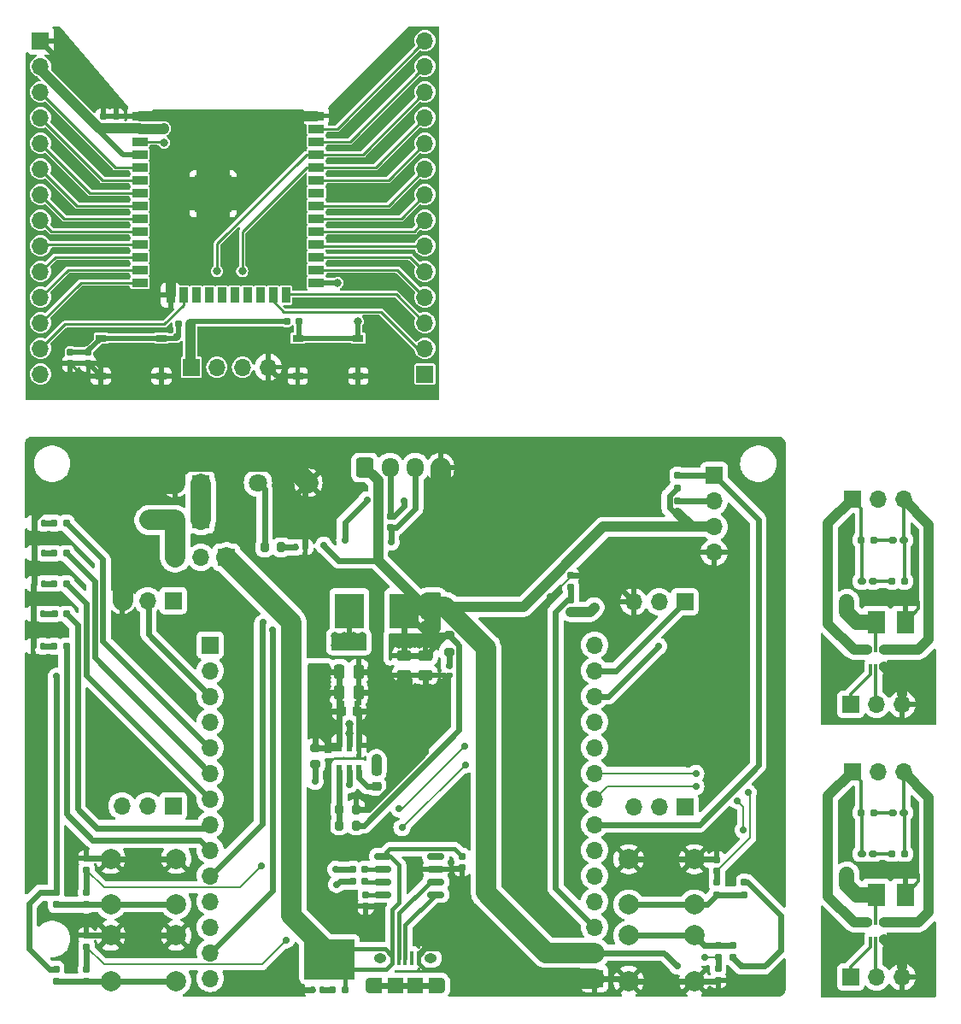
<source format=gbr>
%TF.GenerationSoftware,KiCad,Pcbnew,8.0.2*%
%TF.CreationDate,2024-05-05T14:46:41+02:00*%
%TF.ProjectId,Panelizacja,50616e65-6c69-47a6-9163-6a612e6b6963,rev?*%
%TF.SameCoordinates,Original*%
%TF.FileFunction,Copper,L1,Top*%
%TF.FilePolarity,Positive*%
%FSLAX46Y46*%
G04 Gerber Fmt 4.6, Leading zero omitted, Abs format (unit mm)*
G04 Created by KiCad (PCBNEW 8.0.2) date 2024-05-05 14:46:41*
%MOMM*%
%LPD*%
G01*
G04 APERTURE LIST*
G04 Aperture macros list*
%AMRoundRect*
0 Rectangle with rounded corners*
0 $1 Rounding radius*
0 $2 $3 $4 $5 $6 $7 $8 $9 X,Y pos of 4 corners*
0 Add a 4 corners polygon primitive as box body*
4,1,4,$2,$3,$4,$5,$6,$7,$8,$9,$2,$3,0*
0 Add four circle primitives for the rounded corners*
1,1,$1+$1,$2,$3*
1,1,$1+$1,$4,$5*
1,1,$1+$1,$6,$7*
1,1,$1+$1,$8,$9*
0 Add four rect primitives between the rounded corners*
20,1,$1+$1,$2,$3,$4,$5,0*
20,1,$1+$1,$4,$5,$6,$7,0*
20,1,$1+$1,$6,$7,$8,$9,0*
20,1,$1+$1,$8,$9,$2,$3,0*%
G04 Aperture macros list end*
%TA.AperFunction,SMDPad,CuDef*%
%ADD10RoundRect,0.250000X0.475000X-0.250000X0.475000X0.250000X-0.475000X0.250000X-0.475000X-0.250000X0*%
%TD*%
%TA.AperFunction,SMDPad,CuDef*%
%ADD11RoundRect,0.155000X0.155000X-0.212500X0.155000X0.212500X-0.155000X0.212500X-0.155000X-0.212500X0*%
%TD*%
%TA.AperFunction,SMDPad,CuDef*%
%ADD12RoundRect,0.160000X0.197500X0.160000X-0.197500X0.160000X-0.197500X-0.160000X0.197500X-0.160000X0*%
%TD*%
%TA.AperFunction,SMDPad,CuDef*%
%ADD13RoundRect,0.160000X-0.197500X-0.160000X0.197500X-0.160000X0.197500X0.160000X-0.197500X0.160000X0*%
%TD*%
%TA.AperFunction,SMDPad,CuDef*%
%ADD14RoundRect,0.147500X-0.147500X-0.172500X0.147500X-0.172500X0.147500X0.172500X-0.147500X0.172500X0*%
%TD*%
%TA.AperFunction,ComponentPad*%
%ADD15C,1.800000*%
%TD*%
%TA.AperFunction,SMDPad,CuDef*%
%ADD16RoundRect,0.147500X0.172500X-0.147500X0.172500X0.147500X-0.172500X0.147500X-0.172500X-0.147500X0*%
%TD*%
%TA.AperFunction,SMDPad,CuDef*%
%ADD17RoundRect,0.160000X0.160000X-0.197500X0.160000X0.197500X-0.160000X0.197500X-0.160000X-0.197500X0*%
%TD*%
%TA.AperFunction,ComponentPad*%
%ADD18R,1.700000X1.700000*%
%TD*%
%TA.AperFunction,ComponentPad*%
%ADD19O,1.700000X1.700000*%
%TD*%
%TA.AperFunction,SMDPad,CuDef*%
%ADD20RoundRect,0.250000X-0.250000X-0.475000X0.250000X-0.475000X0.250000X0.475000X-0.250000X0.475000X0*%
%TD*%
%TA.AperFunction,SMDPad,CuDef*%
%ADD21R,0.600000X1.250000*%
%TD*%
%TA.AperFunction,ComponentPad*%
%ADD22C,2.000000*%
%TD*%
%TA.AperFunction,SMDPad,CuDef*%
%ADD23RoundRect,0.155000X-0.155000X0.212500X-0.155000X-0.212500X0.155000X-0.212500X0.155000X0.212500X0*%
%TD*%
%TA.AperFunction,SMDPad,CuDef*%
%ADD24R,1.000000X0.750000*%
%TD*%
%TA.AperFunction,SMDPad,CuDef*%
%ADD25RoundRect,0.160000X0.222500X0.160000X-0.222500X0.160000X-0.222500X-0.160000X0.222500X-0.160000X0*%
%TD*%
%TA.AperFunction,SMDPad,CuDef*%
%ADD26RoundRect,0.160000X-0.222500X-0.160000X0.222500X-0.160000X0.222500X0.160000X-0.222500X0.160000X0*%
%TD*%
%TA.AperFunction,SMDPad,CuDef*%
%ADD27RoundRect,0.200000X-0.200000X-0.275000X0.200000X-0.275000X0.200000X0.275000X-0.200000X0.275000X0*%
%TD*%
%TA.AperFunction,SMDPad,CuDef*%
%ADD28RoundRect,0.160000X-0.160000X0.197500X-0.160000X-0.197500X0.160000X-0.197500X0.160000X0.197500X0*%
%TD*%
%TA.AperFunction,SMDPad,CuDef*%
%ADD29RoundRect,0.225000X-0.225000X-0.250000X0.225000X-0.250000X0.225000X0.250000X-0.225000X0.250000X0*%
%TD*%
%TA.AperFunction,SMDPad,CuDef*%
%ADD30RoundRect,0.200000X0.275000X-0.200000X0.275000X0.200000X-0.275000X0.200000X-0.275000X-0.200000X0*%
%TD*%
%TA.AperFunction,SMDPad,CuDef*%
%ADD31RoundRect,0.225000X-0.250000X0.225000X-0.250000X-0.225000X0.250000X-0.225000X0.250000X0.225000X0*%
%TD*%
%TA.AperFunction,SMDPad,CuDef*%
%ADD32R,2.950000X3.500000*%
%TD*%
%TA.AperFunction,SMDPad,CuDef*%
%ADD33RoundRect,0.200000X0.200000X0.275000X-0.200000X0.275000X-0.200000X-0.275000X0.200000X-0.275000X0*%
%TD*%
%TA.AperFunction,SMDPad,CuDef*%
%ADD34RoundRect,0.147500X0.147500X0.172500X-0.147500X0.172500X-0.147500X-0.172500X0.147500X-0.172500X0*%
%TD*%
%TA.AperFunction,SMDPad,CuDef*%
%ADD35R,1.800000X2.250000*%
%TD*%
%TA.AperFunction,SMDPad,CuDef*%
%ADD36RoundRect,0.150000X0.675000X0.150000X-0.675000X0.150000X-0.675000X-0.150000X0.675000X-0.150000X0*%
%TD*%
%TA.AperFunction,SMDPad,CuDef*%
%ADD37R,0.300000X0.475000*%
%TD*%
%TA.AperFunction,SMDPad,CuDef*%
%ADD38R,0.400000X1.350000*%
%TD*%
%TA.AperFunction,ComponentPad*%
%ADD39O,0.900000X1.550000*%
%TD*%
%TA.AperFunction,SMDPad,CuDef*%
%ADD40R,1.200000X1.550000*%
%TD*%
%TA.AperFunction,ComponentPad*%
%ADD41O,1.250000X0.950000*%
%TD*%
%TA.AperFunction,SMDPad,CuDef*%
%ADD42R,1.500000X1.550000*%
%TD*%
%TA.AperFunction,SMDPad,CuDef*%
%ADD43R,1.500000X0.900000*%
%TD*%
%TA.AperFunction,SMDPad,CuDef*%
%ADD44R,0.900000X1.500000*%
%TD*%
%TA.AperFunction,SMDPad,CuDef*%
%ADD45R,0.900000X0.900000*%
%TD*%
%TA.AperFunction,ComponentPad*%
%ADD46RoundRect,0.250000X-0.600000X-0.725000X0.600000X-0.725000X0.600000X0.725000X-0.600000X0.725000X0*%
%TD*%
%TA.AperFunction,ComponentPad*%
%ADD47O,1.700000X1.950000*%
%TD*%
%TA.AperFunction,ViaPad*%
%ADD48C,0.800000*%
%TD*%
%TA.AperFunction,ViaPad*%
%ADD49C,0.700000*%
%TD*%
%TA.AperFunction,ViaPad*%
%ADD50C,2.000000*%
%TD*%
%TA.AperFunction,ViaPad*%
%ADD51C,1.000000*%
%TD*%
%TA.AperFunction,Conductor*%
%ADD52C,0.200000*%
%TD*%
%TA.AperFunction,Conductor*%
%ADD53C,0.600000*%
%TD*%
%TA.AperFunction,Conductor*%
%ADD54C,0.400000*%
%TD*%
%TA.AperFunction,Conductor*%
%ADD55C,0.300000*%
%TD*%
%TA.AperFunction,Conductor*%
%ADD56C,0.500000*%
%TD*%
%TA.AperFunction,Conductor*%
%ADD57C,0.250000*%
%TD*%
%TA.AperFunction,Conductor*%
%ADD58C,1.000000*%
%TD*%
%TA.AperFunction,Conductor*%
%ADD59C,2.000000*%
%TD*%
%TA.AperFunction,Conductor*%
%ADD60C,1.500000*%
%TD*%
%TA.AperFunction,Conductor*%
%ADD61C,0.550000*%
%TD*%
G04 APERTURE END LIST*
D10*
%TO.P,C5,1*%
%TO.N,N/C*%
X54007121Y-85742878D03*
%TO.P,C5,2*%
X54007121Y-83842878D03*
%TD*%
D11*
%TO.P,C11,1*%
%TO.N,N/C*%
X85007121Y-105160378D03*
%TO.P,C11,2*%
X85007121Y-104025378D03*
%TD*%
D12*
%TO.P,R1,1*%
%TO.N,N/C*%
X32797500Y-51000000D03*
%TO.P,R1,2*%
X31602500Y-51000000D03*
%TD*%
%TO.P,R8,1*%
%TO.N,N/C*%
X50107121Y-106192878D03*
%TO.P,R8,2*%
X48912121Y-106192878D03*
%TD*%
D13*
%TO.P,R2,1*%
%TO.N,N/C*%
X99318500Y-72384000D03*
%TO.P,R2,2*%
X100513500Y-72384000D03*
%TD*%
D14*
%TO.P,D2,1,K*%
%TO.N,N/C*%
X17217121Y-82892878D03*
%TO.P,D2,2,A*%
X18187121Y-82892878D03*
%TD*%
D15*
%TO.P,J12,1,Pin_1*%
%TO.N,N/C*%
X39507121Y-66692878D03*
%TO.P,J12,2,Pin_2*%
X44507121Y-66692878D03*
%TD*%
D12*
%TO.P,R1,1*%
%TO.N,N/C*%
X103561500Y-103448000D03*
%TO.P,R1,2*%
X102366500Y-103448000D03*
%TD*%
D16*
%TO.P,D4,1,K*%
%TO.N,N/C*%
X58457121Y-85777878D03*
%TO.P,D4,2,A*%
X58457121Y-84807878D03*
%TD*%
D17*
%TO.P,R24,1*%
%TO.N,N/C*%
X22507121Y-108492878D03*
%TO.P,R24,2*%
X22507121Y-107297878D03*
%TD*%
D18*
%TO.P,J2,1,Pin_1*%
%TO.N,N/C*%
X72882121Y-115792878D03*
D19*
%TO.P,J2,2,Pin_2*%
X72882121Y-113252878D03*
%TO.P,J2,3,Pin_3*%
X72882121Y-110712878D03*
%TO.P,J2,4,Pin_4*%
X72882121Y-108172878D03*
%TO.P,J2,5,Pin_5*%
X72882121Y-105632878D03*
%TO.P,J2,6,Pin_6*%
X72882121Y-103092878D03*
%TO.P,J2,7,Pin_7*%
X72882121Y-100552878D03*
%TO.P,J2,8,Pin_8*%
X72882121Y-98012878D03*
%TO.P,J2,9,Pin_9*%
X72882121Y-95472878D03*
%TO.P,J2,10,Pin_10*%
X72882121Y-92932878D03*
%TO.P,J2,11,Pin_11*%
X72882121Y-90392878D03*
%TO.P,J2,12,Pin_12*%
X72882121Y-87852878D03*
%TO.P,J2,13,Pin_13*%
X72882121Y-85312878D03*
%TO.P,J2,14,Pin_14*%
X72882121Y-82772878D03*
%TD*%
D12*
%TO.P,R1,1*%
%TO.N,N/C*%
X103561500Y-76448000D03*
%TO.P,R1,2*%
X102366500Y-76448000D03*
%TD*%
D20*
%TO.P,C6,1*%
%TO.N,N/C*%
X47582121Y-85392878D03*
%TO.P,C6,2*%
X49482121Y-85392878D03*
%TD*%
D21*
%TO.P,IC1,1,GND*%
%TO.N,N/C*%
X49482121Y-92742878D03*
%TO.P,IC1,2,SW*%
X48532121Y-92742878D03*
%TO.P,IC1,3,VIN*%
X47582121Y-92742878D03*
%TO.P,IC1,4,VFB*%
X47582121Y-95242878D03*
%TO.P,IC1,5,EN*%
X48532121Y-95242878D03*
%TO.P,IC1,6,VBST*%
X49482121Y-95242878D03*
%TD*%
D22*
%TO.P,SW4,1,1*%
%TO.N,N/C*%
X82757121Y-116042878D03*
X76257121Y-116042878D03*
%TO.P,SW4,2,2*%
X82757121Y-111542878D03*
X76257121Y-111542878D03*
%TD*%
D17*
%TO.P,R26,1*%
%TO.N,N/C*%
X86607121Y-113690378D03*
%TO.P,R26,2*%
X86607121Y-112495378D03*
%TD*%
D13*
%TO.P,R2,1*%
%TO.N,N/C*%
X42352500Y-50750000D03*
%TO.P,R2,2*%
X43547500Y-50750000D03*
%TD*%
%TO.P,R2,1*%
%TO.N,N/C*%
X99318500Y-99384000D03*
%TO.P,R2,2*%
X100513500Y-99384000D03*
%TD*%
D23*
%TO.P,C12,1*%
%TO.N,N/C*%
X85107121Y-114825378D03*
%TO.P,C12,2*%
X85107121Y-115960378D03*
%TD*%
D11*
%TO.P,C1,1*%
%TO.N,N/C*%
X24200000Y-31567500D03*
%TO.P,C1,2*%
X24200000Y-30432500D03*
%TD*%
D18*
%TO.P,J3,1,Pin_1*%
%TO.N,N/C*%
X31107121Y-98692878D03*
D19*
%TO.P,J3,2,Pin_2*%
X28567121Y-98692878D03*
%TO.P,J3,3,Pin_3*%
X26027121Y-98692878D03*
%TD*%
D18*
%TO.P,J9,1,Pin_1*%
%TO.N,N/C*%
X36387121Y-74092878D03*
D19*
%TO.P,J9,2,Pin_2*%
X33847121Y-74092878D03*
%TO.P,J9,3,Pin_3*%
X31307121Y-74092878D03*
%TD*%
D14*
%TO.P,D8,1,K*%
%TO.N,N/C*%
X17307121Y-70692878D03*
%TO.P,D8,2,A*%
X18277121Y-70692878D03*
%TD*%
D13*
%TO.P,R9,1*%
%TO.N,N/C*%
X46912121Y-116892878D03*
%TO.P,R9,2*%
X48107121Y-116892878D03*
%TD*%
D17*
%TO.P,R1,1*%
%TO.N,N/C*%
X70507121Y-79487878D03*
%TO.P,R1,2*%
X70507121Y-78292878D03*
%TD*%
D24*
%TO.P,SW2,1,1*%
%TO.N,N/C*%
X49450000Y-56125000D03*
X43450000Y-56125000D03*
%TO.P,SW2,2,2*%
X49450000Y-52375000D03*
X43450000Y-52375000D03*
%TD*%
D13*
%TO.P,R3,1*%
%TO.N,N/C*%
X51409621Y-69992878D03*
%TO.P,R3,2*%
X52604621Y-69992878D03*
%TD*%
D25*
%TO.P,D1,1,K*%
%TO.N,N/C*%
X103536500Y-72384000D03*
%TO.P,D1,2,A*%
X102391500Y-72384000D03*
%TD*%
D26*
%TO.P,D2,1,K*%
%TO.N,N/C*%
X99343500Y-76448000D03*
%TO.P,D2,2,A*%
X100488500Y-76448000D03*
%TD*%
D18*
%TO.P,J11,1,Pin_1*%
%TO.N,N/C*%
X84732121Y-65992878D03*
D19*
%TO.P,J11,2,Pin_2*%
X84732121Y-68532878D03*
%TO.P,J11,3,Pin_3*%
X84732121Y-71072878D03*
%TO.P,J11,4,Pin_4*%
X84732121Y-73612878D03*
%TD*%
D27*
%TO.P,R11,1*%
%TO.N,N/C*%
X47582121Y-100642878D03*
%TO.P,R11,2*%
X49232121Y-100642878D03*
%TD*%
D13*
%TO.P,R4,1*%
%TO.N,N/C*%
X51409621Y-71092878D03*
%TO.P,R4,2*%
X52604621Y-71092878D03*
%TD*%
D24*
%TO.P,SW1,1,1*%
%TO.N,N/C*%
X29950000Y-56125000D03*
X23950000Y-56125000D03*
%TO.P,SW1,2,2*%
X29950000Y-52375000D03*
X23950000Y-52375000D03*
%TD*%
D11*
%TO.P,C2,1*%
%TO.N,N/C*%
X25450000Y-31567500D03*
%TO.P,C2,2*%
X25450000Y-30432500D03*
%TD*%
D25*
%TO.P,D1,1,K*%
%TO.N,N/C*%
X103536500Y-99384000D03*
%TO.P,D1,2,A*%
X102391500Y-99384000D03*
%TD*%
D22*
%TO.P,SW3,1,1*%
%TO.N,N/C*%
X76257121Y-103992878D03*
X82757121Y-103992878D03*
%TO.P,SW3,2,2*%
X76257121Y-108492878D03*
X82757121Y-108492878D03*
%TD*%
D14*
%TO.P,D6,1,K*%
%TO.N,N/C*%
X17304621Y-76692878D03*
%TO.P,D6,2,A*%
X18274621Y-76692878D03*
%TD*%
D12*
%TO.P,R7,1*%
%TO.N,N/C*%
X50104621Y-104992878D03*
%TO.P,R7,2*%
X48909621Y-104992878D03*
%TD*%
D18*
%TO.P,J5,1,Pin_1*%
%TO.N,N/C*%
X81807121Y-78492878D03*
D19*
%TO.P,J5,2,Pin_2*%
X79267121Y-78492878D03*
%TO.P,J5,3,Pin_3*%
X76727121Y-78492878D03*
%TD*%
D28*
%TO.P,R21,1*%
%TO.N,N/C*%
X19507121Y-114895378D03*
%TO.P,R21,2*%
X19507121Y-116090378D03*
%TD*%
D14*
%TO.P,D1,1,K*%
%TO.N,N/C*%
X44924621Y-116892878D03*
%TO.P,D1,2,A*%
X45894621Y-116892878D03*
%TD*%
D18*
%TO.P,J6,1,Pin_1*%
%TO.N,N/C*%
X81807121Y-98812878D03*
D19*
%TO.P,J6,2,Pin_2*%
X79267121Y-98812878D03*
%TO.P,J6,3,Pin_3*%
X76727121Y-98812878D03*
%TD*%
D14*
%TO.P,D5,1,K*%
%TO.N,N/C*%
X17239621Y-79692878D03*
%TO.P,D5,2,A*%
X18209621Y-79692878D03*
%TD*%
D29*
%TO.P,C8,1*%
%TO.N,N/C*%
X47782121Y-89292878D03*
%TO.P,C8,2*%
X49332121Y-89292878D03*
%TD*%
D18*
%TO.P,J1,1,Pin_1*%
%TO.N,N/C*%
X34782121Y-82772878D03*
D19*
%TO.P,J1,2,Pin_2*%
X34782121Y-85312878D03*
%TO.P,J1,3,Pin_3*%
X34782121Y-87852878D03*
%TO.P,J1,4,Pin_4*%
X34782121Y-90392878D03*
%TO.P,J1,5,Pin_5*%
X34782121Y-92932878D03*
%TO.P,J1,6,Pin_6*%
X34782121Y-95472878D03*
%TO.P,J1,7,Pin_7*%
X34782121Y-98012878D03*
%TO.P,J1,8,Pin_8*%
X34782121Y-100552878D03*
%TO.P,J1,9,Pin_9*%
X34782121Y-103092878D03*
%TO.P,J1,10,Pin_10*%
X34782121Y-105632878D03*
%TO.P,J1,11,Pin_11*%
X34782121Y-108172878D03*
%TO.P,J1,12,Pin_12*%
X34782121Y-110712878D03*
%TO.P,J1,13,Pin_13*%
X34782121Y-113252878D03*
%TO.P,J1,14,Pin_14*%
X34782121Y-115792878D03*
%TD*%
D18*
%TO.P,J4,1,Pin_1*%
%TO.N,N/C*%
X31107121Y-78372878D03*
D19*
%TO.P,J4,2,Pin_2*%
X28567121Y-78372878D03*
%TO.P,J4,3,Pin_3*%
X26027121Y-78372878D03*
%TD*%
D20*
%TO.P,C7,1*%
%TO.N,N/C*%
X47582121Y-87492878D03*
%TO.P,C7,2*%
X49482121Y-87492878D03*
%TD*%
D11*
%TO.P,C10,1*%
%TO.N,N/C*%
X22507121Y-112660378D03*
%TO.P,C10,2*%
X22507121Y-111525378D03*
%TD*%
D30*
%TO.P,R10,1*%
%TO.N,N/C*%
X45182121Y-94617878D03*
%TO.P,R10,2*%
X45182121Y-92967878D03*
%TD*%
D17*
%TO.P,R5,1*%
%TO.N,N/C*%
X81107121Y-67190378D03*
%TO.P,R5,2*%
X81107121Y-65995378D03*
%TD*%
D28*
%TO.P,R27,1*%
%TO.N,N/C*%
X85107121Y-112495378D03*
%TO.P,R27,2*%
X85107121Y-113690378D03*
%TD*%
D12*
%TO.P,R18,1*%
%TO.N,N/C*%
X20502121Y-73692878D03*
%TO.P,R18,2*%
X19307121Y-73692878D03*
%TD*%
D31*
%TO.P,C3,1*%
%TO.N,N/C*%
X51257121Y-95217878D03*
%TO.P,C3,2*%
X51257121Y-96767878D03*
%TD*%
D32*
%TO.P,L1,1,1*%
%TO.N,N/C*%
X54007121Y-79392878D03*
%TO.P,L1,2,2*%
X48557121Y-79392878D03*
%TD*%
D33*
%TO.P,R12,1*%
%TO.N,N/C*%
X49232121Y-99042878D03*
%TO.P,R12,2*%
X47582121Y-99042878D03*
%TD*%
D34*
%TO.P,D3,1,K*%
%TO.N,N/C*%
X44182121Y-73092878D03*
%TO.P,D3,2,A*%
X43212121Y-73092878D03*
%TD*%
D17*
%TO.P,R6,1*%
%TO.N,N/C*%
X81107121Y-69690378D03*
%TO.P,R6,2*%
X81107121Y-68495378D03*
%TD*%
D35*
%TO.P,C1,1*%
%TO.N,N/C*%
X100777400Y-107512000D03*
%TO.P,C1,2*%
X103677400Y-107512000D03*
%TD*%
D23*
%TO.P,C3,1*%
%TO.N,N/C*%
X20900000Y-53732500D03*
%TO.P,C3,2*%
X20900000Y-54867500D03*
%TD*%
D18*
%TO.P,J10,1,Pin_1*%
%TO.N,N/C*%
X33847121Y-70392878D03*
D19*
%TO.P,J10,2,Pin_2*%
X31307121Y-70392878D03*
%TO.P,J10,3,Pin_3*%
X28767121Y-70392878D03*
%TD*%
D11*
%TO.P,C9,1*%
%TO.N,N/C*%
X22507121Y-105060378D03*
%TO.P,C9,2*%
X22507121Y-103925378D03*
%TD*%
D36*
%TO.P,U1,1,UD+*%
%TO.N,N/C*%
X57132121Y-107497878D03*
%TO.P,U1,2,UD-*%
X57132121Y-106227878D03*
%TO.P,U1,3,GND*%
X57132121Y-104957878D03*
%TO.P,U1,4,~{RTS}*%
X57132121Y-103687878D03*
%TO.P,U1,5,VCC*%
X51882121Y-103687878D03*
%TO.P,U1,6,TXD*%
X51882121Y-104957878D03*
%TO.P,U1,7,RXD*%
X51882121Y-106227878D03*
%TO.P,U1,8,V3*%
X51882121Y-107497878D03*
%TD*%
D26*
%TO.P,D2,1,K*%
%TO.N,N/C*%
X99343500Y-103448000D03*
%TO.P,D2,2,A*%
X100488500Y-103448000D03*
%TD*%
D12*
%TO.P,R19,1*%
%TO.N,N/C*%
X20502121Y-70692878D03*
%TO.P,R19,2*%
X19307121Y-70692878D03*
%TD*%
D22*
%TO.P,SW2,1,1*%
%TO.N,N/C*%
X24907121Y-111542878D03*
X31407121Y-111542878D03*
%TO.P,SW2,2,2*%
X24907121Y-116042878D03*
X31407121Y-116042878D03*
%TD*%
D37*
%TO.P,IC1,1,IN1*%
%TO.N,N/C*%
X100250600Y-84906000D03*
%TO.P,IC1,2,IN2*%
X100750600Y-84906000D03*
%TO.P,IC1,3,GND*%
X101250600Y-84906000D03*
%TO.P,IC1,4,OUT2*%
X101250600Y-83230000D03*
%TO.P,IC1,5,VM*%
X100750600Y-83230000D03*
%TO.P,IC1,6,OUT1*%
X100250600Y-83230000D03*
%TD*%
D17*
%TO.P,R2,1*%
%TO.N,N/C*%
X70507121Y-77085378D03*
%TO.P,R2,2*%
X70507121Y-75890378D03*
%TD*%
D22*
%TO.P,SW1,1,1*%
%TO.N,N/C*%
X24907121Y-103942878D03*
X31407121Y-103942878D03*
%TO.P,SW1,2,2*%
X24907121Y-108442878D03*
X31407121Y-108442878D03*
%TD*%
D10*
%TO.P,C4,1*%
%TO.N,N/C*%
X56107121Y-85742878D03*
%TO.P,C4,2*%
X56107121Y-83842878D03*
%TD*%
D28*
%TO.P,R23,1*%
%TO.N,N/C*%
X87707121Y-106295378D03*
%TO.P,R23,2*%
X87707121Y-107490378D03*
%TD*%
D38*
%TO.P,J14,1,VBUS*%
%TO.N,N/C*%
X52807121Y-113792878D03*
%TO.P,J14,2,D-*%
X53457121Y-113792878D03*
%TO.P,J14,3,D+*%
X54107121Y-113792878D03*
%TO.P,J14,4,ID*%
X54757121Y-113792878D03*
%TO.P,J14,5,GND*%
X55407121Y-113792878D03*
D39*
%TO.P,J14,6,Shield*%
X50607121Y-116492878D03*
D40*
X51207121Y-116492878D03*
D41*
X51607121Y-113792878D03*
D42*
X53107121Y-116492878D03*
X55107121Y-116492878D03*
D41*
X56607121Y-113792878D03*
D40*
X57007121Y-116492878D03*
D39*
X57607121Y-116492878D03*
%TD*%
D12*
%TO.P,R17,1*%
%TO.N,N/C*%
X20502121Y-76692878D03*
%TO.P,R17,2*%
X19307121Y-76692878D03*
%TD*%
D37*
%TO.P,IC1,1,IN1*%
%TO.N,N/C*%
X100250600Y-111906000D03*
%TO.P,IC1,2,IN2*%
X100750600Y-111906000D03*
%TO.P,IC1,3,GND*%
X101250600Y-111906000D03*
%TO.P,IC1,4,OUT2*%
X101250600Y-110230000D03*
%TO.P,IC1,5,VM*%
X100750600Y-110230000D03*
%TO.P,IC1,6,OUT1*%
X100250600Y-110230000D03*
%TD*%
D23*
%TO.P,C2,1*%
%TO.N,N/C*%
X50207121Y-107492878D03*
%TO.P,C2,2*%
X50207121Y-108627878D03*
%TD*%
D35*
%TO.P,C1,1*%
%TO.N,N/C*%
X100777400Y-80512000D03*
%TO.P,C1,2*%
X103677400Y-80512000D03*
%TD*%
D14*
%TO.P,D7,1,K*%
%TO.N,N/C*%
X17304621Y-73692878D03*
%TO.P,D7,2,A*%
X18274621Y-73692878D03*
%TD*%
D17*
%TO.P,R25,1*%
%TO.N,N/C*%
X85007121Y-107490378D03*
%TO.P,R25,2*%
X85007121Y-106295378D03*
%TD*%
D23*
%TO.P,C1,1*%
%TO.N,N/C*%
X59707121Y-103725378D03*
%TO.P,C1,2*%
X59707121Y-104860378D03*
%TD*%
D30*
%TO.P,R15,1*%
%TO.N,N/C*%
X58457121Y-83482878D03*
%TO.P,R15,2*%
X58457121Y-81832878D03*
%TD*%
D43*
%TO.P,IC1,1,GND_1*%
%TO.N,N/C*%
X27800000Y-30360000D03*
%TO.P,IC1,2,3V3*%
X27800000Y-31630000D03*
%TO.P,IC1,3,EN*%
X27800000Y-32900000D03*
%TO.P,IC1,4,SENSOR_VP*%
X27800000Y-34170000D03*
%TO.P,IC1,5,SENSOR_VN*%
X27800000Y-35440000D03*
%TO.P,IC1,6,IO34*%
X27800000Y-36710000D03*
%TO.P,IC1,7,IO35*%
X27800000Y-37980000D03*
%TO.P,IC1,8,IO32*%
X27800000Y-39250000D03*
%TO.P,IC1,9,IO33*%
X27800000Y-40520000D03*
%TO.P,IC1,10,IO25*%
X27800000Y-41790000D03*
%TO.P,IC1,11,IO26*%
X27800000Y-43060000D03*
%TO.P,IC1,12,IO27*%
X27800000Y-44330000D03*
%TO.P,IC1,13,IO14*%
X27800000Y-45600000D03*
%TO.P,IC1,14,IO12*%
X27800000Y-46870000D03*
D44*
%TO.P,IC1,15,GND_2*%
X30835000Y-48120000D03*
%TO.P,IC1,16,IO13*%
X32105000Y-48120000D03*
%TO.P,IC1,17,NC_1*%
X33375000Y-48120000D03*
%TO.P,IC1,18,NC_2*%
X34645000Y-48120000D03*
%TO.P,IC1,19,NC_3*%
X35915000Y-48120000D03*
%TO.P,IC1,20,NC_4*%
X37185000Y-48120000D03*
%TO.P,IC1,21,NC_5*%
X38455000Y-48120000D03*
%TO.P,IC1,22,NC_6*%
X39725000Y-48120000D03*
%TO.P,IC1,23,IO15*%
X40995000Y-48120000D03*
%TO.P,IC1,24,IO2*%
X42265000Y-48120000D03*
D43*
%TO.P,IC1,25,IO0*%
X45300000Y-46870000D03*
%TO.P,IC1,26,IO4*%
X45300000Y-45600000D03*
%TO.P,IC1,27,IO16*%
X45300000Y-44330000D03*
%TO.P,IC1,28,IO17*%
X45300000Y-43060000D03*
%TO.P,IC1,29,IO5*%
X45300000Y-41790000D03*
%TO.P,IC1,30,IO18*%
X45300000Y-40520000D03*
%TO.P,IC1,31,IO19*%
X45300000Y-39250000D03*
%TO.P,IC1,32,NC_7*%
X45300000Y-37980000D03*
%TO.P,IC1,33,IO21*%
X45300000Y-36710000D03*
%TO.P,IC1,34,RXD0*%
X45300000Y-35440000D03*
%TO.P,IC1,35,TXD0*%
X45300000Y-34170000D03*
%TO.P,IC1,36,IO22*%
X45300000Y-32900000D03*
%TO.P,IC1,37,IO23*%
X45300000Y-31630000D03*
%TO.P,IC1,38,GND_3*%
X45300000Y-30360000D03*
D45*
%TO.P,IC1,39,GND_4*%
X33650000Y-36680000D03*
%TO.P,IC1,40,GND_5*%
X33650000Y-38080000D03*
%TO.P,IC1,41,GND_6*%
X33650000Y-39480000D03*
%TO.P,IC1,42,GND_7*%
X35050000Y-39480000D03*
%TO.P,IC1,43,GND_8*%
X36450000Y-39480000D03*
%TO.P,IC1,44,GND_9*%
X36450000Y-38080000D03*
%TO.P,IC1,45,GND_10*%
X36450000Y-36680000D03*
%TO.P,IC1,46,GND_11*%
X35050000Y-36680000D03*
%TO.P,IC1,47,GND_12*%
X35050000Y-38080000D03*
%TD*%
D12*
%TO.P,R14,1*%
%TO.N,N/C*%
X20522121Y-79692878D03*
%TO.P,R14,2*%
X19327121Y-79692878D03*
%TD*%
D18*
%TO.P,J8,1,Pin_1*%
%TO.N,N/C*%
X33832121Y-66792878D03*
D19*
%TO.P,J8,2,Pin_2*%
X31292121Y-66792878D03*
%TD*%
D11*
%TO.P,C4,1*%
%TO.N,N/C*%
X22700000Y-54885000D03*
%TO.P,C4,2*%
X22700000Y-53750000D03*
%TD*%
D12*
%TO.P,R13,1*%
%TO.N,N/C*%
X20502121Y-82892878D03*
%TO.P,R13,2*%
X19307121Y-82892878D03*
%TD*%
D28*
%TO.P,R20,1*%
%TO.N,N/C*%
X19507121Y-107295378D03*
%TO.P,R20,2*%
X19507121Y-108490378D03*
%TD*%
D18*
%TO.P,J3,1,Pin_1*%
%TO.N,N/C*%
X32900000Y-55250000D03*
D19*
%TO.P,J3,2,Pin_2*%
X35440000Y-55250000D03*
%TO.P,J3,3,Pin_3*%
X37980000Y-55250000D03*
%TO.P,J3,4,Pin_4*%
X40520000Y-55250000D03*
%TD*%
D17*
%TO.P,R22,1*%
%TO.N,N/C*%
X22507121Y-116090378D03*
%TO.P,R22,2*%
X22507121Y-114895378D03*
%TD*%
D46*
%TO.P,J7,1,Pin_1*%
%TO.N,N/C*%
X50107121Y-65192878D03*
D47*
%TO.P,J7,2,Pin_2*%
X52607121Y-65192878D03*
%TO.P,J7,3,Pin_3*%
X55107121Y-65192878D03*
%TO.P,J7,4,Pin_4*%
X57607121Y-65192878D03*
%TD*%
D33*
%TO.P,R16,1*%
%TO.N,N/C*%
X41807121Y-73092878D03*
%TO.P,R16,2*%
X40157121Y-73092878D03*
%TD*%
D18*
%TO.P,J2,1,Pin_1*%
%TO.N,N/C*%
X98407000Y-95320000D03*
D19*
%TO.P,J2,2,Pin_2*%
X100947000Y-95320000D03*
%TO.P,J2,3,Pin_3*%
X103487000Y-95320000D03*
%TD*%
D18*
%TO.P,J1,1,Pin_1*%
%TO.N,N/C*%
X98280000Y-88640000D03*
D19*
%TO.P,J1,2,Pin_2*%
X100820000Y-88640000D03*
%TO.P,J1,3,Pin_3*%
X103360000Y-88640000D03*
%TD*%
D18*
%TO.P,J1,1,Pin_1*%
%TO.N,N/C*%
X56060000Y-55940000D03*
D19*
%TO.P,J1,2,Pin_2*%
X56060000Y-53400000D03*
%TO.P,J1,3,Pin_3*%
X56060000Y-50860000D03*
%TO.P,J1,4,Pin_4*%
X56060000Y-48320000D03*
%TO.P,J1,5,Pin_5*%
X56060000Y-45780000D03*
%TO.P,J1,6,Pin_6*%
X56060000Y-43240000D03*
%TO.P,J1,7,Pin_7*%
X56060000Y-40700000D03*
%TO.P,J1,8,Pin_8*%
X56060000Y-38160000D03*
%TO.P,J1,9,Pin_9*%
X56060000Y-35620000D03*
%TO.P,J1,10,Pin_10*%
X56060000Y-33080000D03*
%TO.P,J1,11,Pin_11*%
X56060000Y-30540000D03*
%TO.P,J1,12,Pin_12*%
X56060000Y-28000000D03*
%TO.P,J1,13,Pin_13*%
X56060000Y-25460000D03*
%TO.P,J1,14,Pin_14*%
X56060000Y-22920000D03*
%TD*%
D18*
%TO.P,J1,1,Pin_1*%
%TO.N,N/C*%
X98280000Y-115640000D03*
D19*
%TO.P,J1,2,Pin_2*%
X100820000Y-115640000D03*
%TO.P,J1,3,Pin_3*%
X103360000Y-115640000D03*
%TD*%
D18*
%TO.P,J2,1,Pin_1*%
%TO.N,N/C*%
X98407000Y-68320000D03*
D19*
%TO.P,J2,2,Pin_2*%
X100947000Y-68320000D03*
%TO.P,J2,3,Pin_3*%
X103487000Y-68320000D03*
%TD*%
D18*
%TO.P,J2,1,Pin_1*%
%TO.N,N/C*%
X17960000Y-22920000D03*
D19*
%TO.P,J2,2,Pin_2*%
X17960000Y-25460000D03*
%TO.P,J2,3,Pin_3*%
X17960000Y-28000000D03*
%TO.P,J2,4,Pin_4*%
X17960000Y-30540000D03*
%TO.P,J2,5,Pin_5*%
X17960000Y-33080000D03*
%TO.P,J2,6,Pin_6*%
X17960000Y-35620000D03*
%TO.P,J2,7,Pin_7*%
X17960000Y-38160000D03*
%TO.P,J2,8,Pin_8*%
X17960000Y-40700000D03*
%TO.P,J2,9,Pin_9*%
X17960000Y-43240000D03*
%TO.P,J2,10,Pin_10*%
X17960000Y-45780000D03*
%TO.P,J2,11,Pin_11*%
X17960000Y-48320000D03*
%TO.P,J2,12,Pin_12*%
X17960000Y-50860000D03*
%TO.P,J2,13,Pin_13*%
X17960000Y-53400000D03*
%TO.P,J2,14,Pin_14*%
X17960000Y-55940000D03*
%TD*%
D48*
%TO.N,*%
X35800000Y-35700000D03*
X32700000Y-37400000D03*
D49*
X54457121Y-86992878D03*
X48557121Y-96592878D03*
D48*
X54607121Y-82683648D03*
D50*
X57607121Y-72792878D03*
D49*
X88089964Y-97410035D03*
D48*
X46407121Y-87792878D03*
D49*
X50657121Y-89092878D03*
D48*
X45407121Y-90492878D03*
X46407121Y-88692878D03*
D49*
X48107121Y-72392878D03*
D48*
X45407121Y-85092878D03*
D49*
X25907121Y-90992878D03*
D48*
X56607121Y-82683648D03*
X49857121Y-82792878D03*
X31450000Y-52250000D03*
D49*
X48107121Y-112892878D03*
D48*
X55507121Y-82683648D03*
X45407121Y-87792878D03*
D51*
X30200000Y-31600000D03*
D48*
X97884000Y-105480000D03*
D49*
X53457121Y-86992878D03*
D48*
X24500000Y-50000000D03*
D49*
X50307121Y-68392878D03*
X40057121Y-80542878D03*
X46007121Y-72892878D03*
D48*
X56007121Y-80783648D03*
D49*
X55457121Y-86992878D03*
D48*
X47157121Y-81892878D03*
X48957121Y-82792878D03*
X53507121Y-82683648D03*
X47400000Y-46900000D03*
X48557121Y-90592878D03*
D49*
X53781385Y-100867142D03*
D48*
X46407121Y-85992878D03*
X46407121Y-89592878D03*
X49400000Y-50700000D03*
D49*
X52707121Y-72592878D03*
D48*
X46407121Y-85092878D03*
X56007121Y-79883648D03*
X104488000Y-77972000D03*
X35700000Y-40400000D03*
X45407121Y-89592878D03*
D49*
X50657121Y-85092878D03*
X82907121Y-95492878D03*
X39807121Y-104692878D03*
X42307121Y-111992878D03*
D48*
X35450000Y-45750000D03*
X47157121Y-82792878D03*
D49*
X60007121Y-92792878D03*
X68507121Y-77992878D03*
X83807121Y-113692878D03*
D48*
X45407121Y-85992878D03*
X48057121Y-82792878D03*
X34300000Y-40400000D03*
X32700000Y-38800000D03*
D49*
X45157121Y-96292878D03*
D48*
X37400000Y-38800000D03*
D49*
X72857121Y-79042878D03*
X87407121Y-114592878D03*
D48*
X51257121Y-94092878D03*
D49*
X50657121Y-85892878D03*
D48*
X22400000Y-56200000D03*
D49*
X53507121Y-98992878D03*
X82907121Y-96792878D03*
X54007121Y-68492878D03*
D48*
X48557121Y-91492878D03*
X48057121Y-81892878D03*
X97884000Y-78480000D03*
D49*
X60057121Y-94642878D03*
X81107121Y-114592878D03*
X79207121Y-82892878D03*
D48*
X37400000Y-37400000D03*
X46407121Y-86892878D03*
X46407121Y-90492878D03*
D49*
X60107121Y-114892878D03*
D48*
X37950000Y-45750000D03*
D49*
X50657121Y-86692878D03*
X23107121Y-98592878D03*
D48*
X56007121Y-78983648D03*
D49*
X47307121Y-106492878D03*
D48*
X104488000Y-104972000D03*
D49*
X51207121Y-108592878D03*
X19507121Y-85892878D03*
D48*
X34300000Y-35700000D03*
D49*
X43907121Y-116892878D03*
X48107121Y-114892878D03*
X56557121Y-86992878D03*
X50657121Y-87492878D03*
X60107121Y-112892878D03*
X87007121Y-98192878D03*
X40907121Y-81292878D03*
X52557121Y-86192878D03*
D48*
X56007121Y-78083648D03*
D49*
X50657121Y-88292878D03*
D48*
X48957121Y-81892878D03*
X45407121Y-88692878D03*
X45407121Y-86892878D03*
D49*
X47207121Y-104992878D03*
D48*
X30200000Y-33000000D03*
D49*
X87607121Y-101092878D03*
D48*
X49857121Y-81892878D03*
%TD*%
D52*
%TO.N,*%
X88307121Y-97627192D02*
X88307121Y-101860378D01*
D53*
X58457121Y-84807878D02*
X58457121Y-83482878D01*
D54*
X50212121Y-107497878D02*
X50207121Y-107492878D01*
D55*
X103561500Y-99409000D02*
X103536500Y-99384000D01*
D56*
X24200000Y-29160000D02*
X24200000Y-30432500D01*
D57*
X44300000Y-35440000D02*
X37950000Y-41790000D01*
D58*
X36450000Y-38080000D02*
X36290000Y-38080000D01*
D57*
X27800000Y-35440000D02*
X25400000Y-35440000D01*
D53*
X76007121Y-115792878D02*
X76257121Y-116042878D01*
D59*
X61007121Y-115792878D02*
X60107121Y-114892878D01*
D53*
X47207121Y-104992878D02*
X48909621Y-104992878D01*
X17307121Y-70692878D02*
X17307121Y-73690378D01*
D57*
X45300000Y-34170000D02*
X44300000Y-34170000D01*
D52*
X83809621Y-113690378D02*
X83807121Y-113692878D01*
D57*
X27800000Y-45600000D02*
X20680000Y-45600000D01*
D53*
X82757121Y-103992878D02*
X84974621Y-103992878D01*
D57*
X27800000Y-40520000D02*
X20320000Y-40520000D01*
D58*
X32970000Y-38800000D02*
X33650000Y-39480000D01*
D53*
X19507121Y-107295378D02*
X19507121Y-85892878D01*
X69007121Y-106837878D02*
X72882121Y-110712878D01*
D58*
X103360000Y-114624000D02*
X103360000Y-113665400D01*
D59*
X31932121Y-64592878D02*
X42407121Y-64592878D01*
D57*
X20360000Y-51000000D02*
X17960000Y-53400000D01*
D55*
X100750600Y-80538800D02*
X100777400Y-80512000D01*
D53*
X52657121Y-86192878D02*
X53457121Y-86992878D01*
D57*
X23950000Y-56125000D02*
X23940000Y-56125000D01*
D53*
X24907121Y-103942878D02*
X31407121Y-103942878D01*
X44182121Y-73092878D02*
X44182121Y-67017878D01*
X51357121Y-89092878D02*
X53457121Y-86992878D01*
D58*
X34300000Y-35930000D02*
X35050000Y-36680000D01*
D53*
X45182121Y-92967878D02*
X47357121Y-92967878D01*
D54*
X53457121Y-113792878D02*
X53457121Y-109342878D01*
D53*
X22507121Y-116090378D02*
X19507121Y-116090378D01*
D57*
X20680000Y-45600000D02*
X17960000Y-48320000D01*
D55*
X99343500Y-76448000D02*
X99343500Y-72409000D01*
D53*
X76727121Y-78492878D02*
X74124621Y-75890378D01*
X45182121Y-89817878D02*
X45407121Y-89592878D01*
D57*
X32105000Y-49120000D02*
X30225000Y-51000000D01*
D53*
X52707121Y-71195378D02*
X52604621Y-71092878D01*
D56*
X24137500Y-31630000D02*
X24200000Y-31567500D01*
D57*
X54970000Y-41790000D02*
X45300000Y-41790000D01*
X52430000Y-36710000D02*
X45300000Y-36710000D01*
D53*
X89107121Y-70367878D02*
X89107121Y-94692878D01*
D59*
X33847121Y-70392878D02*
X33847121Y-66807878D01*
D55*
X100250600Y-112653400D02*
X100250600Y-111906000D01*
D53*
X28667121Y-81737878D02*
X28667121Y-78372878D01*
D55*
X99343500Y-103448000D02*
X99343500Y-99409000D01*
D53*
X88027120Y-106295378D02*
X91307121Y-109575379D01*
D55*
X103536500Y-95369500D02*
X103487000Y-95320000D01*
D56*
X22682500Y-53732500D02*
X22700000Y-53750000D01*
X22700000Y-54885000D02*
X22710000Y-54885000D01*
D58*
X34300000Y-40400000D02*
X34300000Y-40230000D01*
D53*
X83247121Y-100552878D02*
X72882121Y-100552878D01*
D55*
X104488000Y-104972000D02*
X104996000Y-105480000D01*
D53*
X49232121Y-99042878D02*
X50488661Y-99042878D01*
X50332121Y-96767878D02*
X51257121Y-96767878D01*
D57*
X52430000Y-39250000D02*
X45300000Y-39250000D01*
D53*
X58457121Y-81832878D02*
X58117121Y-81832878D01*
D60*
X97884000Y-79496000D02*
X98900000Y-80512000D01*
D58*
X98570000Y-83230000D02*
X99900600Y-83230000D01*
D53*
X20502121Y-73692878D02*
X23307121Y-76497878D01*
X48902121Y-106182878D02*
X48912121Y-106192878D01*
X70187122Y-78292878D02*
X69007121Y-79472879D01*
D58*
X36450000Y-39480000D02*
X36400000Y-39430000D01*
D57*
X56060000Y-25460000D02*
X48620000Y-32900000D01*
D55*
X98280000Y-87624000D02*
X100250600Y-85653400D01*
D53*
X17304621Y-76692878D02*
X17304621Y-73692878D01*
X24907121Y-116042878D02*
X22554621Y-116042878D01*
D52*
X53832857Y-100867142D02*
X53781385Y-100867142D01*
D54*
X59609621Y-104957878D02*
X59707121Y-104860378D01*
X55407121Y-114267878D02*
X56032121Y-114892878D01*
D53*
X34782121Y-87852878D02*
X28667121Y-81737878D01*
X46007121Y-72892878D02*
X47500391Y-74386148D01*
D57*
X53700000Y-40520000D02*
X45300000Y-40520000D01*
D53*
X47532121Y-92692878D02*
X47582121Y-92742878D01*
D54*
X58969621Y-102987878D02*
X52582121Y-102987878D01*
X59707121Y-109017878D02*
X59707121Y-104860378D01*
D53*
X45182121Y-92967878D02*
X45182121Y-89817878D01*
D58*
X104994000Y-110230000D02*
X101600600Y-110230000D01*
D52*
X85107121Y-113690378D02*
X83809621Y-113690378D01*
D53*
X54007121Y-79392878D02*
X54007121Y-83842878D01*
X44924621Y-116892878D02*
X43907121Y-116892878D01*
X19509621Y-108492878D02*
X19507121Y-108490378D01*
D57*
X37950000Y-41790000D02*
X37950000Y-45750000D01*
D53*
X53007121Y-69992878D02*
X52604621Y-69992878D01*
D54*
X50142121Y-106227878D02*
X50107121Y-106192878D01*
D56*
X43547500Y-52277500D02*
X43450000Y-52375000D01*
D52*
X37717121Y-106782878D02*
X39807121Y-104692878D01*
D55*
X99343500Y-72409000D02*
X99318500Y-72384000D01*
D53*
X23307121Y-76497878D02*
X23307121Y-83997878D01*
X54007121Y-68492878D02*
X54007121Y-68992878D01*
D55*
X103561500Y-103448000D02*
X103561500Y-99409000D01*
D53*
X86607121Y-113792878D02*
X86607121Y-113690378D01*
D54*
X52807121Y-114267878D02*
X52182121Y-114892878D01*
D53*
X22507121Y-103925378D02*
X24889621Y-103925378D01*
D57*
X26380000Y-48120000D02*
X24500000Y-50000000D01*
X40995000Y-48700000D02*
X40995000Y-48120000D01*
D54*
X52094558Y-112892878D02*
X48107121Y-112892878D01*
D56*
X22650000Y-54835000D02*
X22700000Y-54885000D01*
D55*
X100513500Y-72384000D02*
X102391500Y-72384000D01*
D53*
X24907121Y-111542878D02*
X22524621Y-111542878D01*
D54*
X52807121Y-113792878D02*
X52807121Y-113605441D01*
D56*
X27727500Y-30432500D02*
X27800000Y-30360000D01*
D52*
X81887121Y-95472878D02*
X72882121Y-95472878D01*
D58*
X34300000Y-36030000D02*
X33650000Y-36680000D01*
D57*
X45300000Y-35440000D02*
X44300000Y-35440000D01*
X27800000Y-36710000D02*
X24130000Y-36710000D01*
D58*
X33650000Y-38080000D02*
X34970000Y-39400000D01*
D55*
X104996000Y-105480000D02*
X104996000Y-106193400D01*
D53*
X85107121Y-112495378D02*
X83709621Y-112495378D01*
X16807121Y-108392878D02*
X17904621Y-107295378D01*
D57*
X56060000Y-40700000D02*
X54970000Y-41790000D01*
D59*
X31292121Y-66792878D02*
X28807121Y-66792878D01*
D53*
X21607121Y-80777878D02*
X21607121Y-98992878D01*
D54*
X52807121Y-113792878D02*
X52807121Y-114267878D01*
D53*
X22524621Y-111542878D02*
X22507121Y-111525378D01*
X84732121Y-68532878D02*
X81144621Y-68532878D01*
X19327121Y-79692878D02*
X18209621Y-79692878D01*
D55*
X100820000Y-115640000D02*
X100750600Y-115570600D01*
D58*
X84732121Y-71072878D02*
X73746463Y-71072878D01*
X34300000Y-40130000D02*
X33650000Y-39480000D01*
D54*
X55407121Y-113792878D02*
X55407121Y-114267878D01*
D53*
X81107121Y-67190378D02*
X80287121Y-68010378D01*
D52*
X88089964Y-97410035D02*
X88307121Y-97627192D01*
X74102121Y-96792878D02*
X72882121Y-98012878D01*
D56*
X27800000Y-34170000D02*
X26170000Y-34170000D01*
D58*
X106012000Y-70845000D02*
X106012000Y-82212000D01*
D52*
X68587149Y-77992878D02*
X70507121Y-76072906D01*
D53*
X22554621Y-116042878D02*
X22507121Y-116090378D01*
D57*
X19050000Y-41790000D02*
X17960000Y-40700000D01*
D53*
X50207121Y-108627878D02*
X51172121Y-108627878D01*
D58*
X51409621Y-74386148D02*
X51409621Y-71092878D01*
D55*
X100750600Y-107538800D02*
X100777400Y-107512000D01*
D52*
X87607121Y-101092878D02*
X87607121Y-98792878D01*
D53*
X20502121Y-82892878D02*
X20502121Y-99487878D01*
D58*
X51409621Y-71092878D02*
X51409621Y-69992878D01*
X106012000Y-97845000D02*
X106012000Y-109212000D01*
D59*
X42407121Y-64592878D02*
X44507121Y-66692878D01*
D58*
X32930000Y-38800000D02*
X33650000Y-38080000D01*
D53*
X20502121Y-70692878D02*
X24107121Y-74297878D01*
X51457121Y-85092878D02*
X52557121Y-86192878D01*
D56*
X20900000Y-54867500D02*
X22682500Y-54867500D01*
D58*
X84732121Y-71072878D02*
X82489621Y-71072878D01*
X34970000Y-39400000D02*
X35700000Y-39400000D01*
X106012000Y-109212000D02*
X104994000Y-110230000D01*
X51409621Y-66495378D02*
X50107121Y-65192878D01*
X35700000Y-40130000D02*
X35050000Y-39480000D01*
D59*
X31292121Y-66792878D02*
X31292121Y-65232878D01*
D57*
X56060000Y-48320000D02*
X53340000Y-45600000D01*
D55*
X103536500Y-68369500D02*
X103487000Y-68320000D01*
D53*
X48532121Y-96567878D02*
X48557121Y-96592878D01*
X16807121Y-112892878D02*
X16807121Y-108392878D01*
D54*
X57132121Y-104957878D02*
X59609621Y-104957878D01*
D57*
X25400000Y-35440000D02*
X17960000Y-28000000D01*
D53*
X81144621Y-68532878D02*
X81107121Y-68495378D01*
X51207121Y-116492878D02*
X57607121Y-116492878D01*
X47500391Y-74386148D02*
X51409621Y-74386148D01*
D56*
X23630000Y-31630000D02*
X24137500Y-31630000D01*
D58*
X103360000Y-86665400D02*
X101600600Y-84906000D01*
D53*
X50657121Y-87492878D02*
X51257121Y-87492878D01*
D57*
X44300000Y-34170000D02*
X35450000Y-43020000D01*
D53*
X44182121Y-67017878D02*
X44507121Y-66692878D01*
D57*
X47350000Y-31630000D02*
X45300000Y-31630000D01*
D53*
X40157121Y-67342878D02*
X39507121Y-66692878D01*
X54007121Y-68992878D02*
X53007121Y-69992878D01*
X24889621Y-103925378D02*
X24907121Y-103942878D01*
D55*
X104996000Y-78480000D02*
X104996000Y-79193400D01*
D56*
X27737500Y-31567500D02*
X27800000Y-31630000D01*
X49400000Y-52325000D02*
X49450000Y-52375000D01*
D53*
X49482121Y-95242878D02*
X49482121Y-95917878D01*
D58*
X82489621Y-71072878D02*
X81107121Y-69690378D01*
D53*
X84732121Y-65992878D02*
X89107121Y-70367878D01*
X80287121Y-68010378D02*
X80287121Y-69190377D01*
X52604621Y-69992878D02*
X52604621Y-65195378D01*
D57*
X22400000Y-56200000D02*
X22232500Y-56200000D01*
D58*
X32797500Y-55147500D02*
X32900000Y-55250000D01*
D60*
X97884000Y-105480000D02*
X97884000Y-106496000D01*
D53*
X53457121Y-86992878D02*
X53457121Y-86292878D01*
X82757121Y-111542878D02*
X76257121Y-111542878D01*
X87407121Y-114592878D02*
X86607121Y-113792878D01*
X52604621Y-65195378D02*
X52607121Y-65192878D01*
D58*
X103360000Y-113665400D02*
X101600600Y-111906000D01*
D53*
X24107121Y-74297878D02*
X24107121Y-82392878D01*
D57*
X23950000Y-52375000D02*
X23950000Y-52500000D01*
D53*
X47582121Y-87492878D02*
X46007121Y-87492878D01*
D58*
X24200000Y-31567500D02*
X25450000Y-31567500D01*
D53*
X43212121Y-73092878D02*
X41807121Y-73092878D01*
X45707121Y-85392878D02*
X45407121Y-85092878D01*
D54*
X52807121Y-113792878D02*
X52807121Y-108992878D01*
D58*
X51409621Y-69992878D02*
X51409621Y-66495378D01*
X45300000Y-30360000D02*
X41140000Y-30360000D01*
D53*
X85007121Y-107490378D02*
X87707121Y-107490378D01*
D57*
X56060000Y-33080000D02*
X52430000Y-36710000D01*
D53*
X53234621Y-71092878D02*
X55107121Y-69220378D01*
D57*
X42045000Y-49750000D02*
X40995000Y-48700000D01*
D58*
X98570000Y-110230000D02*
X99900600Y-110230000D01*
D53*
X74124621Y-75890378D02*
X70507121Y-75890378D01*
X22507121Y-107297878D02*
X22507121Y-105060378D01*
D57*
X30835000Y-48120000D02*
X26380000Y-48120000D01*
D52*
X24229621Y-106782878D02*
X37717121Y-106782878D01*
D58*
X32700000Y-38800000D02*
X32930000Y-38800000D01*
D56*
X22710000Y-54885000D02*
X23950000Y-56125000D01*
D53*
X20522121Y-79692878D02*
X21607121Y-80777878D01*
D59*
X33847121Y-66807878D02*
X33832121Y-66792878D01*
D54*
X55407121Y-113792878D02*
X55407121Y-113605441D01*
D53*
X47582121Y-85392878D02*
X47582121Y-87492878D01*
D58*
X103360000Y-87624000D02*
X103360000Y-86665400D01*
D53*
X50020032Y-100642878D02*
X59432121Y-91230789D01*
D57*
X49890000Y-34170000D02*
X45300000Y-34170000D01*
D53*
X47582121Y-89092878D02*
X47782121Y-89292878D01*
D58*
X41140000Y-30360000D02*
X35800000Y-35700000D01*
D53*
X22507121Y-78697878D02*
X22507121Y-85737878D01*
X22507121Y-85737878D02*
X34782121Y-98012878D01*
D58*
X36400000Y-39430000D02*
X36400000Y-36730000D01*
D53*
X39907121Y-80692878D02*
X39907121Y-100507878D01*
D55*
X103561500Y-76448000D02*
X103561500Y-72409000D01*
D53*
X45157121Y-94642878D02*
X45182121Y-94617878D01*
D55*
X99318500Y-72384000D02*
X99318500Y-69231500D01*
D57*
X53200000Y-48000000D02*
X42385000Y-48000000D01*
D52*
X60007121Y-92792878D02*
X53807121Y-98992878D01*
D57*
X51700000Y-49750000D02*
X42045000Y-49750000D01*
D53*
X82757121Y-116042878D02*
X85024621Y-116042878D01*
X54457121Y-86992878D02*
X54457121Y-86192878D01*
D55*
X103536500Y-99384000D02*
X103536500Y-95369500D01*
D59*
X72882121Y-115792878D02*
X61007121Y-115792878D01*
D57*
X27800000Y-39250000D02*
X21590000Y-39250000D01*
D53*
X70507121Y-78292878D02*
X70187122Y-78292878D01*
X47782121Y-89292878D02*
X46007121Y-89292878D01*
D59*
X68067121Y-113252878D02*
X72882121Y-113252878D01*
D53*
X19507121Y-114895378D02*
X18809621Y-114895378D01*
X85024621Y-116042878D02*
X85107121Y-115960378D01*
D54*
X54107121Y-113792878D02*
X54107121Y-110522878D01*
D52*
X82907121Y-95492878D02*
X81907121Y-95492878D01*
D58*
X36430000Y-36700000D02*
X33670000Y-36700000D01*
D52*
X22507121Y-112660378D02*
X24249621Y-114402878D01*
D58*
X32700000Y-38800000D02*
X32970000Y-38800000D01*
D53*
X47582121Y-85392878D02*
X45707121Y-85392878D01*
D56*
X31602500Y-52097500D02*
X31450000Y-52250000D01*
D53*
X19307121Y-76692878D02*
X18274621Y-76692878D01*
X19307121Y-73692878D02*
X18274621Y-73692878D01*
D56*
X29950000Y-56125000D02*
X23950000Y-56125000D01*
D55*
X103561500Y-72409000D02*
X103536500Y-72384000D01*
D53*
X33782121Y-102092878D02*
X34782121Y-103092878D01*
X45157121Y-96292878D02*
X45157121Y-94642878D01*
D54*
X51882121Y-107497878D02*
X50212121Y-107497878D01*
D53*
X48532121Y-95242878D02*
X48532121Y-96567878D01*
D56*
X43547500Y-50750000D02*
X43547500Y-52277500D01*
D59*
X57607121Y-72792878D02*
X57607121Y-65192878D01*
D53*
X48107121Y-70592878D02*
X48107121Y-72392878D01*
D58*
X37130000Y-37400000D02*
X36450000Y-38080000D01*
X37400000Y-37400000D02*
X37170000Y-37400000D01*
D53*
X49482121Y-87492878D02*
X50657121Y-87492878D01*
X49482121Y-92742878D02*
X49482121Y-89442878D01*
D58*
X98407000Y-95320000D02*
X96000000Y-97727000D01*
D53*
X31407121Y-108442878D02*
X24907121Y-108442878D01*
X21607121Y-98992878D02*
X23507121Y-100892878D01*
D54*
X56119684Y-112892878D02*
X60107121Y-112892878D01*
D57*
X22860000Y-37980000D02*
X17960000Y-33080000D01*
D58*
X31260000Y-30360000D02*
X34300000Y-33400000D01*
D53*
X22507121Y-114895378D02*
X22507121Y-112660378D01*
D58*
X33670000Y-36700000D02*
X33650000Y-36680000D01*
D55*
X98280000Y-114624000D02*
X100250600Y-112653400D01*
D57*
X56060000Y-28000000D02*
X49890000Y-34170000D01*
D53*
X51172121Y-108627878D02*
X51207121Y-108592878D01*
X17217121Y-82892878D02*
X17217121Y-79715378D01*
X18187121Y-82892878D02*
X19307121Y-82892878D01*
X80287121Y-69190377D02*
X80787122Y-69690378D01*
D57*
X22400000Y-56200000D02*
X23875000Y-56200000D01*
D53*
X89107121Y-94692878D02*
X83247121Y-100552878D01*
X39907121Y-100507878D02*
X34782121Y-105632878D01*
X34442121Y-100892878D02*
X34782121Y-100552878D01*
X51207121Y-116492878D02*
X50607121Y-116492878D01*
D58*
X37170000Y-38800000D02*
X36450000Y-38080000D01*
X32700000Y-37400000D02*
X32930000Y-37400000D01*
D53*
X50657121Y-85092878D02*
X51457121Y-85092878D01*
X49332121Y-89292878D02*
X50457121Y-89292878D01*
D57*
X27800000Y-43060000D02*
X18140000Y-43060000D01*
D54*
X56032121Y-114892878D02*
X60107121Y-114892878D01*
D59*
X48107121Y-114892878D02*
X42807121Y-109592878D01*
D58*
X35050000Y-39480000D02*
X35050000Y-36680000D01*
D53*
X18207122Y-69472878D02*
X17307121Y-70372879D01*
X56107121Y-93424418D02*
X56107121Y-85742878D01*
D58*
X36450000Y-38080000D02*
X35050000Y-36680000D01*
D57*
X56060000Y-43240000D02*
X45480000Y-43240000D01*
X27800000Y-37980000D02*
X22860000Y-37980000D01*
D58*
X35050000Y-36680000D02*
X33650000Y-38080000D01*
D56*
X31602500Y-51000000D02*
X31602500Y-52097500D01*
D52*
X60057121Y-94642878D02*
X53832857Y-100867142D01*
D57*
X56060000Y-30540000D02*
X51160000Y-35440000D01*
X51160000Y-35440000D02*
X45300000Y-35440000D01*
D58*
X37130000Y-38800000D02*
X36450000Y-39480000D01*
D53*
X17904621Y-107295378D02*
X19507121Y-107295378D01*
D54*
X51882121Y-106227878D02*
X50142121Y-106227878D01*
D56*
X26170000Y-34170000D02*
X23630000Y-31630000D01*
D58*
X106012000Y-82212000D02*
X104994000Y-83230000D01*
D56*
X22700000Y-53625000D02*
X23950000Y-52375000D01*
D58*
X96000000Y-107660000D02*
X98570000Y-110230000D01*
D54*
X48107121Y-114892878D02*
X48107121Y-116892878D01*
D53*
X49232121Y-100642878D02*
X50020032Y-100642878D01*
D58*
X104994000Y-83230000D02*
X101600600Y-83230000D01*
D56*
X31325000Y-52375000D02*
X31450000Y-52250000D01*
D58*
X103487000Y-68320000D02*
X106012000Y-70845000D01*
D53*
X52707121Y-72592878D02*
X52707121Y-71195378D01*
X55107121Y-69220378D02*
X55107121Y-65192878D01*
X52557121Y-86192878D02*
X52657121Y-86192878D01*
D55*
X99343500Y-99409000D02*
X99318500Y-99384000D01*
D58*
X103487000Y-95320000D02*
X106012000Y-97845000D01*
X34300000Y-40230000D02*
X35050000Y-39480000D01*
D53*
X22557121Y-108442878D02*
X22507121Y-108492878D01*
D52*
X39897121Y-114402878D02*
X42307121Y-111992878D01*
D53*
X34647121Y-92932878D02*
X34782121Y-92932878D01*
D59*
X26127121Y-69472878D02*
X26127121Y-78372878D01*
D56*
X49400000Y-50700000D02*
X49400000Y-52325000D01*
D57*
X54610000Y-44330000D02*
X45300000Y-44330000D01*
D55*
X98280000Y-88640000D02*
X98280000Y-87624000D01*
D58*
X36290000Y-38080000D02*
X34970000Y-39400000D01*
D53*
X85107121Y-114825378D02*
X85107121Y-113690378D01*
D59*
X31307121Y-70392878D02*
X28767121Y-70392878D01*
D57*
X27800000Y-44330000D02*
X19410000Y-44330000D01*
D54*
X54107121Y-110522878D02*
X57132121Y-107497878D01*
D58*
X34300000Y-35700000D02*
X34300000Y-36030000D01*
D53*
X56557121Y-86992878D02*
X57242121Y-86992878D01*
D58*
X34300000Y-40230000D02*
X30835000Y-43695000D01*
D53*
X23307121Y-83997878D02*
X34782121Y-95472878D01*
X17239621Y-79692878D02*
X17239621Y-76757878D01*
D57*
X21590000Y-39250000D02*
X17960000Y-35620000D01*
X27800000Y-32900000D02*
X30100000Y-32900000D01*
D58*
X37400000Y-38800000D02*
X37130000Y-38800000D01*
D53*
X53457121Y-86992878D02*
X56557121Y-86992878D01*
D58*
X33730000Y-39400000D02*
X35700000Y-39400000D01*
D53*
X23107121Y-93792878D02*
X23107121Y-98592878D01*
X49482121Y-95917878D02*
X50332121Y-96767878D01*
D58*
X51257121Y-95217878D02*
X51257121Y-94092878D01*
X70507121Y-79487878D02*
X72412121Y-79487878D01*
X32970000Y-37400000D02*
X33650000Y-38080000D01*
D56*
X22682500Y-54867500D02*
X22700000Y-54885000D01*
D58*
X37400000Y-38800000D02*
X37170000Y-38800000D01*
D53*
X84974621Y-103992878D02*
X85007121Y-104025378D01*
X19307121Y-70692878D02*
X18277121Y-70692878D01*
D59*
X62107121Y-83038263D02*
X62107121Y-107292878D01*
D58*
X34300000Y-40400000D02*
X34300000Y-40130000D01*
X36450000Y-38080000D02*
X33650000Y-38080000D01*
D53*
X24907121Y-108442878D02*
X22557121Y-108442878D01*
D57*
X27800000Y-41790000D02*
X19050000Y-41790000D01*
D53*
X47617121Y-106182878D02*
X48902121Y-106182878D01*
D57*
X48620000Y-32900000D02*
X45300000Y-32900000D01*
D58*
X35700000Y-40400000D02*
X35700000Y-40130000D01*
D55*
X100750600Y-115570600D02*
X100750600Y-111906000D01*
D58*
X34300000Y-35700000D02*
X34300000Y-35930000D01*
D53*
X54007121Y-83842878D02*
X56107121Y-83842878D01*
D58*
X35700000Y-39400000D02*
X36370000Y-39400000D01*
X27800000Y-30360000D02*
X31260000Y-30360000D01*
D55*
X99318500Y-96231500D02*
X98407000Y-95320000D01*
D53*
X31407121Y-116042878D02*
X24907121Y-116042878D01*
D61*
X43450000Y-56125000D02*
X41395000Y-56125000D01*
D52*
X22507121Y-105060378D02*
X24229621Y-106782878D01*
D58*
X17960000Y-25460000D02*
X17960000Y-25773448D01*
D53*
X46912121Y-116892878D02*
X45894621Y-116892878D01*
D59*
X31307121Y-74092878D02*
X31307121Y-70392878D01*
D58*
X36400000Y-36730000D02*
X36450000Y-36680000D01*
D53*
X59432121Y-91230789D02*
X59432121Y-82807878D01*
X40907121Y-107127878D02*
X34782121Y-113252878D01*
X81109621Y-65992878D02*
X81107121Y-65995378D01*
X31407121Y-111542878D02*
X24907121Y-111542878D01*
D58*
X56007121Y-78983648D02*
X51409621Y-74386148D01*
D54*
X50139621Y-104957878D02*
X50104621Y-104992878D01*
D52*
X81907121Y-95492878D02*
X81887121Y-95472878D01*
D55*
X99318500Y-69231500D02*
X98407000Y-68320000D01*
D57*
X55350000Y-53400000D02*
X51700000Y-49750000D01*
D55*
X98280000Y-115640000D02*
X98280000Y-114624000D01*
D53*
X81807121Y-78492878D02*
X74987121Y-85312878D01*
D55*
X100488500Y-76448000D02*
X102366500Y-76448000D01*
D57*
X21950000Y-46870000D02*
X17960000Y-50860000D01*
D58*
X25450000Y-31567500D02*
X27737500Y-31567500D01*
D54*
X55407121Y-113605441D02*
X56119684Y-112892878D01*
D53*
X72882121Y-115792878D02*
X76007121Y-115792878D01*
X86607121Y-112495378D02*
X85107121Y-112495378D01*
D57*
X56060000Y-22920000D02*
X47350000Y-31630000D01*
D53*
X83709621Y-112495378D02*
X82757121Y-111542878D01*
D58*
X98407000Y-68320000D02*
X96000000Y-70727000D01*
D53*
X20502121Y-76692878D02*
X22507121Y-78697878D01*
D55*
X104996000Y-106193400D02*
X103677400Y-107512000D01*
D58*
X23754052Y-31567500D02*
X24200000Y-31567500D01*
D57*
X35450000Y-43020000D02*
X35450000Y-45750000D01*
D58*
X65835693Y-78983648D02*
X56007121Y-78983648D01*
D60*
X97884000Y-106496000D02*
X98900000Y-107512000D01*
D58*
X36370000Y-39400000D02*
X36450000Y-39480000D01*
D55*
X100750600Y-88570600D02*
X100750600Y-84906000D01*
D54*
X52807121Y-108992878D02*
X53507121Y-108292878D01*
D53*
X51257121Y-87492878D02*
X52557121Y-86192878D01*
X54457121Y-86192878D02*
X54007121Y-85742878D01*
D57*
X27800000Y-46870000D02*
X21950000Y-46870000D01*
D58*
X35800000Y-36030000D02*
X36450000Y-36680000D01*
D53*
X18809621Y-114895378D02*
X16807121Y-112892878D01*
D55*
X99318500Y-99384000D02*
X99318500Y-96231500D01*
D53*
X89707121Y-114592878D02*
X87407121Y-114592878D01*
X85007121Y-105160378D02*
X85007121Y-106295378D01*
D55*
X104488000Y-77972000D02*
X104996000Y-78480000D01*
D56*
X24200000Y-30432500D02*
X25450000Y-30432500D01*
D53*
X22507121Y-108492878D02*
X19509621Y-108492878D01*
D59*
X62107121Y-107292878D02*
X68067121Y-113252878D01*
D58*
X37400000Y-37400000D02*
X37130000Y-37400000D01*
D53*
X79767121Y-113252878D02*
X81107121Y-114592878D01*
X72882121Y-113252878D02*
X79767121Y-113252878D01*
X80787122Y-69690378D02*
X81107121Y-69690378D01*
D58*
X30170000Y-31630000D02*
X30200000Y-31600000D01*
D53*
X50657121Y-89092878D02*
X50657121Y-85092878D01*
X50357121Y-85392878D02*
X50657121Y-85092878D01*
D57*
X23875000Y-56200000D02*
X23950000Y-56125000D01*
D53*
X50657121Y-89092878D02*
X51357121Y-89092878D01*
D58*
X35800000Y-35700000D02*
X35800000Y-36030000D01*
D54*
X52582121Y-102987878D02*
X51882121Y-103687878D01*
D58*
X35700000Y-40400000D02*
X35700000Y-40230000D01*
X73746463Y-71072878D02*
X65835693Y-78983648D01*
D57*
X32105000Y-48120000D02*
X32105000Y-49120000D01*
X24130000Y-36710000D02*
X17960000Y-30540000D01*
D53*
X79207121Y-82892878D02*
X74247121Y-87852878D01*
D57*
X18140000Y-43060000D02*
X17960000Y-43240000D01*
D54*
X53507121Y-104592878D02*
X52602121Y-103687878D01*
D57*
X30075000Y-52250000D02*
X29950000Y-52375000D01*
D58*
X17960000Y-25773448D02*
X23754052Y-31567500D01*
D53*
X50457121Y-89292878D02*
X50657121Y-89092878D01*
X33832121Y-70377878D02*
X33847121Y-70392878D01*
D57*
X20320000Y-40520000D02*
X17960000Y-38160000D01*
X56060000Y-53400000D02*
X55350000Y-53400000D01*
D58*
X72412121Y-79487878D02*
X72857121Y-79042878D01*
D53*
X23107121Y-102092878D02*
X33782121Y-102092878D01*
D58*
X35700000Y-40230000D02*
X36450000Y-39480000D01*
D53*
X76257121Y-116042878D02*
X82757121Y-116042878D01*
D54*
X51882121Y-104957878D02*
X50139621Y-104957878D01*
D60*
X98900000Y-107512000D02*
X100777400Y-107512000D01*
D58*
X30835000Y-43695000D02*
X30835000Y-48120000D01*
D53*
X84004621Y-108492878D02*
X85007121Y-107490378D01*
D54*
X59707121Y-103725378D02*
X58969621Y-102987878D01*
D52*
X70507121Y-76072906D02*
X70507121Y-75890378D01*
D53*
X50307121Y-68392878D02*
X48107121Y-70592878D01*
D58*
X33730000Y-36760000D02*
X33650000Y-36680000D01*
D53*
X69007121Y-79472879D02*
X69007121Y-106837878D01*
X82757121Y-108492878D02*
X84004621Y-108492878D01*
D56*
X22700000Y-53750000D02*
X22700000Y-53625000D01*
D53*
X46007121Y-87492878D02*
X45407121Y-86892878D01*
D58*
X34300000Y-33400000D02*
X34300000Y-35700000D01*
X27800000Y-31630000D02*
X30170000Y-31630000D01*
D55*
X100513500Y-99384000D02*
X102391500Y-99384000D01*
D54*
X52807121Y-113605441D02*
X52094558Y-112892878D01*
D56*
X25450000Y-30432500D02*
X27727500Y-30432500D01*
X47370000Y-46870000D02*
X47400000Y-46900000D01*
X33047500Y-50750000D02*
X32797500Y-51000000D01*
D53*
X58457121Y-81832878D02*
X56447121Y-81832878D01*
X17239621Y-76757878D02*
X17304621Y-76692878D01*
X84732121Y-65992878D02*
X81109621Y-65992878D01*
X74247121Y-87852878D02*
X72882121Y-87852878D01*
D56*
X20900000Y-53732500D02*
X22682500Y-53732500D01*
D59*
X28807121Y-66792878D02*
X26127121Y-69472878D01*
D55*
X100750600Y-83230000D02*
X100750600Y-80538800D01*
D58*
X33730000Y-39400000D02*
X33730000Y-36760000D01*
D53*
X74987121Y-85312878D02*
X72882121Y-85312878D01*
X47582121Y-87492878D02*
X47582121Y-89092878D01*
D54*
X53457121Y-109342878D02*
X56572121Y-106227878D01*
D53*
X82757121Y-103992878D02*
X76257121Y-103992878D01*
D52*
X53807121Y-98992878D02*
X53507121Y-98992878D01*
D56*
X42352500Y-50750000D02*
X33047500Y-50750000D01*
D58*
X96000000Y-70727000D02*
X96000000Y-80660000D01*
D57*
X30100000Y-32900000D02*
X30200000Y-33000000D01*
D53*
X59432121Y-82807878D02*
X58457121Y-81832878D01*
D60*
X98900000Y-80512000D02*
X100777400Y-80512000D01*
D53*
X40907121Y-81292878D02*
X40907121Y-107127878D01*
D55*
X103536500Y-72384000D02*
X103536500Y-68369500D01*
D59*
X31292121Y-65232878D02*
X31932121Y-64592878D01*
D53*
X56447121Y-81832878D02*
X54007121Y-79392878D01*
D52*
X88307121Y-101860378D02*
X85007121Y-105160378D01*
D57*
X53340000Y-45600000D02*
X45300000Y-45600000D01*
D55*
X100750600Y-110230000D02*
X100750600Y-107538800D01*
D58*
X96000000Y-80660000D02*
X98570000Y-83230000D01*
D61*
X29950000Y-52375000D02*
X23950000Y-52375000D01*
D53*
X47307121Y-106492878D02*
X47617121Y-106182878D01*
D58*
X32797500Y-51000000D02*
X32797500Y-55147500D01*
X32930000Y-37400000D02*
X33650000Y-36680000D01*
D53*
X50488661Y-99042878D02*
X56107121Y-93424418D01*
D56*
X29950000Y-52375000D02*
X31325000Y-52375000D01*
D52*
X82907121Y-96792878D02*
X74102121Y-96792878D01*
D58*
X96000000Y-97727000D02*
X96000000Y-107660000D01*
D56*
X17960000Y-22920000D02*
X24200000Y-29160000D01*
D53*
X20502121Y-99487878D02*
X23107121Y-102092878D01*
X40157121Y-73092878D02*
X40157121Y-67342878D01*
D59*
X42807121Y-80512878D02*
X36387121Y-74092878D01*
D53*
X52604621Y-71092878D02*
X53234621Y-71092878D01*
X57242121Y-86992878D02*
X58457121Y-85777878D01*
X47582121Y-95242878D02*
X47582121Y-100642878D01*
D54*
X52182121Y-114892878D02*
X48107121Y-114892878D01*
D59*
X42807121Y-109592878D02*
X42807121Y-80512878D01*
D53*
X91307121Y-109575379D02*
X91307121Y-112992878D01*
D54*
X55407121Y-113317878D02*
X59707121Y-109017878D01*
D57*
X56060000Y-38160000D02*
X53700000Y-40520000D01*
D55*
X100488500Y-103448000D02*
X102366500Y-103448000D01*
D58*
X37170000Y-37400000D02*
X36450000Y-36680000D01*
D53*
X17307121Y-73690378D02*
X17304621Y-73692878D01*
D55*
X100820000Y-88640000D02*
X100750600Y-88570600D01*
D53*
X17217121Y-79715378D02*
X17239621Y-79692878D01*
D61*
X43450000Y-56125000D02*
X49450000Y-56125000D01*
X43450000Y-52375000D02*
X49450000Y-52375000D01*
D53*
X49482121Y-85392878D02*
X50357121Y-85392878D01*
D57*
X30225000Y-51000000D02*
X20360000Y-51000000D01*
X42385000Y-48000000D02*
X42265000Y-48120000D01*
D53*
X46007121Y-89292878D02*
X45407121Y-88692878D01*
D60*
X97884000Y-78480000D02*
X97884000Y-79496000D01*
D53*
X25907121Y-90992878D02*
X23107121Y-93792878D01*
D54*
X56572121Y-106227878D02*
X57132121Y-106227878D01*
D53*
X47357121Y-92967878D02*
X47582121Y-92742878D01*
D58*
X33650000Y-39480000D02*
X33730000Y-39400000D01*
D57*
X45480000Y-43240000D02*
X45300000Y-43060000D01*
D54*
X52602121Y-103687878D02*
X51882121Y-103687878D01*
D58*
X32700000Y-37400000D02*
X32970000Y-37400000D01*
D53*
X49482121Y-89442878D02*
X49332121Y-89292878D01*
D55*
X104996000Y-79193400D02*
X103677400Y-80512000D01*
D52*
X24249621Y-114402878D02*
X39897121Y-114402878D01*
D58*
X35800000Y-35930000D02*
X35050000Y-36680000D01*
D56*
X45300000Y-46870000D02*
X47370000Y-46870000D01*
D53*
X82757121Y-108492878D02*
X76257121Y-108492878D01*
D59*
X56007121Y-78983648D02*
X58052506Y-78983648D01*
D53*
X24107121Y-82392878D02*
X34647121Y-92932878D01*
D52*
X68507121Y-77992878D02*
X68587149Y-77992878D01*
D57*
X56060000Y-45780000D02*
X54610000Y-44330000D01*
D61*
X41395000Y-56125000D02*
X40520000Y-55250000D01*
D53*
X87707121Y-106295378D02*
X88027120Y-106295378D01*
D57*
X56060000Y-50860000D02*
X53200000Y-48000000D01*
X22232500Y-56200000D02*
X20900000Y-54867500D01*
D53*
X58117121Y-81832878D02*
X56107121Y-83842878D01*
D54*
X53507121Y-108292878D02*
X53507121Y-104592878D01*
D53*
X47582121Y-89492878D02*
X47782121Y-89292878D01*
X91307121Y-112992878D02*
X89707121Y-114592878D01*
X47582121Y-92742878D02*
X47582121Y-89492878D01*
X26127121Y-69472878D02*
X18207122Y-69472878D01*
D57*
X56060000Y-35620000D02*
X52430000Y-39250000D01*
D53*
X17307121Y-70372879D02*
X17307121Y-70692878D01*
D58*
X35800000Y-35700000D02*
X35800000Y-35930000D01*
D59*
X58052506Y-78983648D02*
X62107121Y-83038263D01*
D53*
X53457121Y-86292878D02*
X54007121Y-85742878D01*
X48557121Y-90592878D02*
X48557121Y-92717878D01*
D55*
X100250600Y-85653400D02*
X100250600Y-84906000D01*
D53*
X23507121Y-100892878D02*
X34442121Y-100892878D01*
X48557121Y-92717878D02*
X48532121Y-92742878D01*
X40057121Y-80542878D02*
X39907121Y-80692878D01*
D52*
X87607121Y-98792878D02*
X87007121Y-98192878D01*
D57*
X19410000Y-44330000D02*
X17960000Y-45780000D01*
D53*
X70507121Y-78292878D02*
X70507121Y-77085378D01*
D58*
X36450000Y-36680000D02*
X36430000Y-36700000D01*
D54*
X55407121Y-113792878D02*
X55407121Y-113317878D01*
%TD*%
%TA.AperFunction,NonConductor*%
G36*
X46545030Y-84612563D02*
G01*
X46590785Y-84665367D01*
X46600729Y-84734525D01*
X46595697Y-84755881D01*
X46592616Y-84765177D01*
X46592614Y-84765187D01*
X46582121Y-84867891D01*
X46582121Y-85142878D01*
X47708121Y-85142878D01*
X47775160Y-85162563D01*
X47820915Y-85215367D01*
X47832121Y-85266878D01*
X47832121Y-88274878D01*
X47908121Y-88274878D01*
X47975160Y-88294563D01*
X48020915Y-88347367D01*
X48032121Y-88398878D01*
X48032121Y-89418878D01*
X48012436Y-89485917D01*
X47959632Y-89531672D01*
X47908121Y-89542878D01*
X46832122Y-89542878D01*
X46832122Y-89591200D01*
X46842265Y-89690485D01*
X46895573Y-89851359D01*
X46895578Y-89851370D01*
X46984545Y-89995606D01*
X46984548Y-89995610D01*
X47104388Y-90115450D01*
X47104392Y-90115453D01*
X47248628Y-90204420D01*
X47248639Y-90204425D01*
X47409514Y-90257733D01*
X47508804Y-90267877D01*
X47548100Y-90267877D01*
X47615140Y-90287560D01*
X47660896Y-90340363D01*
X47671424Y-90404838D01*
X47651661Y-90592878D01*
X47671447Y-90781134D01*
X47671448Y-90781137D01*
X47729939Y-90961155D01*
X47729940Y-90961157D01*
X47729942Y-90961162D01*
X47740008Y-90978598D01*
X47756621Y-91040596D01*
X47756621Y-91045157D01*
X47740009Y-91107155D01*
X47729942Y-91124591D01*
X47671448Y-91304618D01*
X47671447Y-91304622D01*
X47651661Y-91492878D01*
X47671447Y-91681134D01*
X47671448Y-91681137D01*
X47729939Y-91861155D01*
X47729942Y-91861162D01*
X47739461Y-91877650D01*
X47755931Y-91945551D01*
X47748255Y-91982977D01*
X47738030Y-92010393D01*
X47738029Y-92010394D01*
X47731622Y-92069994D01*
X47731621Y-92070013D01*
X47731621Y-92868878D01*
X47711936Y-92935917D01*
X47659132Y-92981672D01*
X47607621Y-92992878D01*
X46782121Y-92992878D01*
X46782121Y-93368878D01*
X46762436Y-93435917D01*
X46709632Y-93481672D01*
X46658121Y-93492878D01*
X46257566Y-93492878D01*
X46190527Y-93473193D01*
X46144772Y-93420389D01*
X46134828Y-93351231D01*
X46139180Y-93331988D01*
X46150712Y-93294979D01*
X46157121Y-93224450D01*
X46157121Y-93217878D01*
X45056121Y-93217878D01*
X44989082Y-93198193D01*
X44943327Y-93145389D01*
X44932121Y-93093878D01*
X44932121Y-92717878D01*
X45432121Y-92717878D01*
X46157120Y-92717878D01*
X46157120Y-92711295D01*
X46150712Y-92640775D01*
X46150711Y-92640770D01*
X46100139Y-92478481D01*
X46012193Y-92333000D01*
X45891998Y-92212805D01*
X45746516Y-92124858D01*
X45746517Y-92124858D01*
X45584226Y-92074287D01*
X45584227Y-92074287D01*
X45537410Y-92070033D01*
X46782121Y-92070033D01*
X46782121Y-92492878D01*
X47332121Y-92492878D01*
X47332121Y-91617878D01*
X47234276Y-91617878D01*
X47174748Y-91624279D01*
X47174741Y-91624281D01*
X47040034Y-91674523D01*
X47040027Y-91674527D01*
X46924933Y-91760687D01*
X46924930Y-91760690D01*
X46838770Y-91875784D01*
X46838766Y-91875791D01*
X46788524Y-92010498D01*
X46788522Y-92010505D01*
X46782121Y-92070033D01*
X45537410Y-92070033D01*
X45513693Y-92067878D01*
X45432121Y-92067878D01*
X45432121Y-92717878D01*
X44932121Y-92717878D01*
X44932121Y-92067878D01*
X44932120Y-92067877D01*
X44850538Y-92067878D01*
X44780018Y-92074286D01*
X44780012Y-92074287D01*
X44618012Y-92124769D01*
X44548151Y-92125921D01*
X44488759Y-92089120D01*
X44458691Y-92026051D01*
X44457121Y-92006384D01*
X44457121Y-88017864D01*
X46582122Y-88017864D01*
X46592615Y-88120575D01*
X46647762Y-88286997D01*
X46647764Y-88287002D01*
X46739805Y-88436223D01*
X46863776Y-88560194D01*
X46869444Y-88564676D01*
X46867705Y-88566874D01*
X46905831Y-88609261D01*
X46917054Y-88678223D01*
X46899549Y-88727949D01*
X46895578Y-88734387D01*
X46895573Y-88734396D01*
X46842265Y-88895271D01*
X46832121Y-88994555D01*
X46832121Y-89042878D01*
X47532121Y-89042878D01*
X47532121Y-88760878D01*
X47456121Y-88760878D01*
X47389082Y-88741193D01*
X47343327Y-88688389D01*
X47332121Y-88636878D01*
X47332121Y-87742878D01*
X46582122Y-87742878D01*
X46582122Y-88017864D01*
X44457121Y-88017864D01*
X44457121Y-86967891D01*
X46582121Y-86967891D01*
X46582121Y-87242878D01*
X47332121Y-87242878D01*
X47332121Y-85642878D01*
X46582122Y-85642878D01*
X46582122Y-85917864D01*
X46592615Y-86020575D01*
X46647762Y-86186997D01*
X46647764Y-86187002D01*
X46739805Y-86336223D01*
X46758779Y-86355197D01*
X46792264Y-86416520D01*
X46787280Y-86486212D01*
X46758779Y-86530559D01*
X46739805Y-86549532D01*
X46647764Y-86698753D01*
X46647762Y-86698758D01*
X46592615Y-86865180D01*
X46592614Y-86865187D01*
X46582121Y-86967891D01*
X44457121Y-86967891D01*
X44457121Y-84716878D01*
X44476806Y-84649839D01*
X44529610Y-84604084D01*
X44581121Y-84592878D01*
X46477991Y-84592878D01*
X46545030Y-84612563D01*
G37*
%TD.AperFunction*%
%TA.AperFunction,NonConductor*%
G36*
X52240785Y-84698445D02*
G01*
X52240788Y-84698446D01*
X52240789Y-84698447D01*
X52274218Y-84713714D01*
X52371662Y-84758216D01*
X52438701Y-84777901D01*
X52438705Y-84777902D01*
X52581121Y-84798378D01*
X52581124Y-84798378D01*
X52660141Y-84798378D01*
X52748431Y-84786605D01*
X52792580Y-84780719D01*
X52855289Y-84763694D01*
X52868476Y-84758154D01*
X52937904Y-84750340D01*
X53000539Y-84781302D01*
X53036491Y-84841213D01*
X53034345Y-84911049D01*
X53004179Y-84960159D01*
X52939803Y-85024535D01*
X52847764Y-85173753D01*
X52847762Y-85173758D01*
X52792615Y-85340180D01*
X52792614Y-85340187D01*
X52782121Y-85442891D01*
X52782121Y-85492878D01*
X57332120Y-85492878D01*
X57332120Y-85442906D01*
X57332119Y-85442891D01*
X57321626Y-85340180D01*
X57266479Y-85173758D01*
X57266477Y-85173753D01*
X57174436Y-85024532D01*
X57050465Y-84900561D01*
X57050462Y-84900559D01*
X57047460Y-84898707D01*
X57045834Y-84896899D01*
X57044798Y-84896080D01*
X57044938Y-84895902D01*
X57000738Y-84846758D01*
X56989518Y-84777795D01*
X57017364Y-84713714D01*
X57041412Y-84692878D01*
X57636621Y-84692878D01*
X57636621Y-85020825D01*
X57639511Y-85057551D01*
X57639512Y-85057557D01*
X57657121Y-85118166D01*
X57657121Y-85469380D01*
X57640126Y-85527876D01*
X57640128Y-85527878D01*
X57657121Y-85527878D01*
X57657121Y-86027878D01*
X57640128Y-86027878D01*
X57640126Y-86027879D01*
X57657121Y-86086376D01*
X57657121Y-91873711D01*
X56137954Y-93392878D01*
X51972043Y-93392878D01*
X51894906Y-93315741D01*
X51894902Y-93315738D01*
X51731041Y-93206249D01*
X51731028Y-93206242D01*
X51548960Y-93130828D01*
X51548950Y-93130825D01*
X51355664Y-93092378D01*
X51355662Y-93092378D01*
X51158580Y-93092378D01*
X51158578Y-93092378D01*
X50965291Y-93130825D01*
X50965281Y-93130828D01*
X50783213Y-93206242D01*
X50783200Y-93206249D01*
X50619339Y-93315738D01*
X50619335Y-93315741D01*
X50542199Y-93392878D01*
X50293790Y-93392878D01*
X50282437Y-93362440D01*
X50282121Y-93353594D01*
X50282121Y-92992878D01*
X49469697Y-92992878D01*
X49402658Y-92973193D01*
X49356903Y-92920389D01*
X49346959Y-92851231D01*
X49348080Y-92844686D01*
X49357621Y-92796722D01*
X49357621Y-92616878D01*
X49377306Y-92549839D01*
X49430110Y-92504084D01*
X49481621Y-92492878D01*
X50282121Y-92492878D01*
X50282121Y-92070050D01*
X50282120Y-92070033D01*
X50275719Y-92010505D01*
X50275717Y-92010498D01*
X50225475Y-91875791D01*
X50225471Y-91875784D01*
X50139311Y-91760690D01*
X50139308Y-91760687D01*
X50024214Y-91674527D01*
X50024207Y-91674523D01*
X49889500Y-91624281D01*
X49889493Y-91624279D01*
X49829965Y-91617878D01*
X49586581Y-91617878D01*
X49519542Y-91598193D01*
X49473787Y-91545389D01*
X49463758Y-91499288D01*
X49463260Y-91499341D01*
X49462783Y-91494810D01*
X49462581Y-91493878D01*
X49462581Y-91492880D01*
X49459576Y-91464286D01*
X49442795Y-91304622D01*
X49384300Y-91124594D01*
X49384299Y-91124593D01*
X49384299Y-91124591D01*
X49374233Y-91107155D01*
X49357621Y-91045157D01*
X49357621Y-91040596D01*
X49374233Y-90978598D01*
X49384300Y-90961162D01*
X49442795Y-90781134D01*
X49462581Y-90592878D01*
X49442817Y-90404835D01*
X49455387Y-90336109D01*
X49503119Y-90285085D01*
X49566138Y-90267877D01*
X49605429Y-90267877D01*
X49605443Y-90267876D01*
X49704728Y-90257733D01*
X49865602Y-90204425D01*
X49865613Y-90204420D01*
X50009849Y-90115453D01*
X50009853Y-90115450D01*
X50129693Y-89995610D01*
X50129696Y-89995606D01*
X50218663Y-89851370D01*
X50218668Y-89851359D01*
X50271976Y-89690484D01*
X50282120Y-89591200D01*
X50282121Y-89591187D01*
X50282121Y-89542878D01*
X49206121Y-89542878D01*
X49139082Y-89523193D01*
X49093327Y-89470389D01*
X49082121Y-89418878D01*
X49082121Y-88760878D01*
X49582121Y-88760878D01*
X49582121Y-89042878D01*
X50282120Y-89042878D01*
X50282120Y-88994570D01*
X50282119Y-88994555D01*
X50271976Y-88895270D01*
X50218668Y-88734396D01*
X50218665Y-88734390D01*
X50196739Y-88698843D01*
X50178298Y-88631451D01*
X50199220Y-88564787D01*
X50214596Y-88546064D01*
X50324436Y-88436223D01*
X50416477Y-88287002D01*
X50416479Y-88286997D01*
X50471626Y-88120575D01*
X50471627Y-88120568D01*
X50482120Y-88017864D01*
X50482121Y-88017851D01*
X50482121Y-87742878D01*
X49732121Y-87742878D01*
X49732121Y-88636878D01*
X49712436Y-88703917D01*
X49659632Y-88749672D01*
X49608121Y-88760878D01*
X49582121Y-88760878D01*
X49082121Y-88760878D01*
X49082121Y-88398878D01*
X49101806Y-88331839D01*
X49154610Y-88286084D01*
X49206121Y-88274878D01*
X49232121Y-88274878D01*
X49232121Y-87242878D01*
X49732121Y-87242878D01*
X50482120Y-87242878D01*
X50482120Y-86967906D01*
X50482119Y-86967891D01*
X50471626Y-86865180D01*
X50416479Y-86698758D01*
X50416477Y-86698753D01*
X50324436Y-86549532D01*
X50305463Y-86530559D01*
X50271978Y-86469236D01*
X50276962Y-86399544D01*
X50305463Y-86355197D01*
X50324436Y-86336223D01*
X50416477Y-86187002D01*
X50416479Y-86186997D01*
X50464240Y-86042864D01*
X52782122Y-86042864D01*
X52792615Y-86145575D01*
X52847762Y-86311997D01*
X52847764Y-86312002D01*
X52939805Y-86461223D01*
X53063775Y-86585193D01*
X53212996Y-86677234D01*
X53213001Y-86677236D01*
X53379423Y-86732383D01*
X53379430Y-86732384D01*
X53482140Y-86742877D01*
X53757120Y-86742877D01*
X54257121Y-86742877D01*
X54532093Y-86742877D01*
X54532107Y-86742876D01*
X54634818Y-86732383D01*
X54801240Y-86677236D01*
X54801245Y-86677234D01*
X54950466Y-86585193D01*
X54969440Y-86566220D01*
X55030763Y-86532735D01*
X55100455Y-86537719D01*
X55144802Y-86566220D01*
X55163775Y-86585193D01*
X55312996Y-86677234D01*
X55313001Y-86677236D01*
X55479423Y-86732383D01*
X55479430Y-86732384D01*
X55582140Y-86742877D01*
X55857120Y-86742877D01*
X56357121Y-86742877D01*
X56632093Y-86742877D01*
X56632107Y-86742876D01*
X56734818Y-86732383D01*
X56901240Y-86677236D01*
X56901245Y-86677234D01*
X57050466Y-86585193D01*
X57174436Y-86461223D01*
X57266477Y-86312002D01*
X57266479Y-86311997D01*
X57321626Y-86145575D01*
X57321627Y-86145568D01*
X57332120Y-86042864D01*
X57332121Y-86042851D01*
X57332121Y-85992878D01*
X56357121Y-85992878D01*
X56357121Y-86742877D01*
X55857120Y-86742877D01*
X55857121Y-86742876D01*
X55857121Y-85992878D01*
X54257121Y-85992878D01*
X54257121Y-86742877D01*
X53757120Y-86742877D01*
X53757121Y-86742876D01*
X53757121Y-85992878D01*
X52782122Y-85992878D01*
X52782122Y-86042864D01*
X50464240Y-86042864D01*
X50471626Y-86020575D01*
X50471627Y-86020568D01*
X50482120Y-85917864D01*
X50482121Y-85917851D01*
X50482121Y-85642878D01*
X49732121Y-85642878D01*
X49732121Y-87242878D01*
X49232121Y-87242878D01*
X49232121Y-85266878D01*
X49251806Y-85199839D01*
X49304610Y-85154084D01*
X49356121Y-85142878D01*
X50482120Y-85142878D01*
X50482120Y-84867906D01*
X50482119Y-84867891D01*
X50471626Y-84765180D01*
X50447668Y-84692878D01*
X52234360Y-84692878D01*
X52240785Y-84698445D01*
G37*
%TD.AperFunction*%
%TA.AperFunction,NonConductor*%
G36*
X48750160Y-79162563D02*
G01*
X48795915Y-79215367D01*
X48807121Y-79266878D01*
X48807121Y-81642878D01*
X50079949Y-81642878D01*
X50079965Y-81642877D01*
X50119865Y-81638587D01*
X50188624Y-81650991D01*
X50239762Y-81698601D01*
X50257121Y-81761876D01*
X50257121Y-83168878D01*
X50237436Y-83235917D01*
X50184632Y-83281672D01*
X50133121Y-83292878D01*
X46881121Y-83292878D01*
X46814082Y-83273193D01*
X46768327Y-83220389D01*
X46757121Y-83168878D01*
X46757121Y-81733900D01*
X46776806Y-81666861D01*
X46829610Y-81621106D01*
X46898768Y-81611162D01*
X46924456Y-81617719D01*
X46974740Y-81636474D01*
X46974748Y-81636476D01*
X47034276Y-81642877D01*
X47034293Y-81642878D01*
X48307121Y-81642878D01*
X48307121Y-79266878D01*
X48326806Y-79199839D01*
X48379610Y-79154084D01*
X48431121Y-79142878D01*
X48683121Y-79142878D01*
X48750160Y-79162563D01*
G37*
%TD.AperFunction*%
%TA.AperFunction,NonConductor*%
G36*
X16556961Y-58480315D02*
G01*
X16511206Y-58427511D01*
X16500000Y-58376000D01*
X16500000Y-24162034D01*
X16519685Y-24094995D01*
X16572489Y-24049240D01*
X16641647Y-24039296D01*
X16705203Y-24068321D01*
X16723266Y-24087722D01*
X16752813Y-24127191D01*
X16867907Y-24213351D01*
X16867914Y-24213355D01*
X17002621Y-24263597D01*
X17002628Y-24263599D01*
X17062156Y-24270000D01*
X17462813Y-24270000D01*
X17529852Y-24289685D01*
X17575607Y-24342489D01*
X17585551Y-24411647D01*
X17556526Y-24475203D01*
X17521267Y-24503358D01*
X17373550Y-24582315D01*
X17213590Y-24713590D01*
X17082315Y-24873550D01*
X16984768Y-25056046D01*
X16924700Y-25254066D01*
X16904417Y-25460000D01*
X16924700Y-25665934D01*
X16984768Y-25863954D01*
X17082315Y-26046450D01*
X17134298Y-26109791D01*
X17213590Y-26206411D01*
X17373548Y-26337683D01*
X17373547Y-26337683D01*
X17373550Y-26337685D01*
X17495214Y-26402717D01*
X17556047Y-26435233D01*
X17634099Y-26458910D01*
X17685784Y-26489889D01*
X17938759Y-26742864D01*
X17972244Y-26804187D01*
X17967260Y-26873879D01*
X17925388Y-26929812D01*
X17863233Y-26953948D01*
X17754066Y-26964700D01*
X17556046Y-27024768D01*
X17373550Y-27122315D01*
X17213590Y-27253590D01*
X17082315Y-27413550D01*
X16984768Y-27596046D01*
X16924700Y-27794066D01*
X16904417Y-28000000D01*
X16924700Y-28205934D01*
X16984768Y-28403954D01*
X17082315Y-28586450D01*
X17134298Y-28649791D01*
X17213590Y-28746411D01*
X17373548Y-28877683D01*
X17373547Y-28877683D01*
X17373550Y-28877685D01*
X17556046Y-28975232D01*
X17754066Y-29035300D01*
X17754068Y-29035301D01*
X17754066Y-29035301D01*
X17960000Y-29055583D01*
X18165933Y-29035301D01*
X18277946Y-29001322D01*
X18363954Y-28975232D01*
X18363957Y-28975231D01*
X18363959Y-28975230D01*
X18365868Y-28974439D01*
X18366949Y-28974323D01*
X18369783Y-28973463D01*
X18369947Y-28974001D01*
X18435338Y-28966974D01*
X18497815Y-28998253D01*
X18500995Y-29001322D01*
X25200136Y-35700463D01*
X25200138Y-35700465D01*
X25237250Y-35721892D01*
X25274360Y-35743318D01*
X25315754Y-35754409D01*
X25357147Y-35765500D01*
X25357148Y-35765500D01*
X26725500Y-35765500D01*
X26792539Y-35785185D01*
X26838294Y-35837989D01*
X26849500Y-35889500D01*
X26849500Y-35909751D01*
X26849501Y-35909753D01*
X26861132Y-35968230D01*
X26861133Y-35968232D01*
X26886442Y-36006108D01*
X26907321Y-36072785D01*
X26888837Y-36140165D01*
X26886442Y-36143892D01*
X26861133Y-36181769D01*
X26861132Y-36181771D01*
X26849501Y-36240248D01*
X26849500Y-36240250D01*
X26849500Y-36260500D01*
X26829815Y-36327539D01*
X26777011Y-36373294D01*
X26725500Y-36384500D01*
X24316189Y-36384500D01*
X24249150Y-36364815D01*
X24228508Y-36348181D01*
X18961322Y-31080996D01*
X18927837Y-31019673D01*
X18932821Y-30949981D01*
X18934437Y-30945874D01*
X18935229Y-30943962D01*
X18935231Y-30943957D01*
X18935232Y-30943954D01*
X18948717Y-30899500D01*
X18995301Y-30745933D01*
X19015583Y-30540000D01*
X18995301Y-30334068D01*
X18995300Y-30334066D01*
X18935232Y-30136046D01*
X18837685Y-29953550D01*
X18837683Y-29953548D01*
X18706411Y-29793590D01*
X18675833Y-29768496D01*
X18546450Y-29662315D01*
X18363954Y-29564768D01*
X18165934Y-29504700D01*
X18165935Y-29504700D01*
X18147471Y-29502882D01*
X17960000Y-29484417D01*
X17754066Y-29504700D01*
X17556046Y-29564768D01*
X17373550Y-29662315D01*
X17213590Y-29793590D01*
X17082315Y-29953550D01*
X16984768Y-30136046D01*
X16924700Y-30334066D01*
X16904417Y-30540000D01*
X16924700Y-30745934D01*
X16984768Y-30943954D01*
X17082315Y-31126450D01*
X17181486Y-31247291D01*
X17213590Y-31286411D01*
X17359475Y-31406134D01*
X17373550Y-31417685D01*
X17556046Y-31515232D01*
X17754066Y-31575300D01*
X17754068Y-31575301D01*
X17754066Y-31575301D01*
X17960000Y-31595583D01*
X18165933Y-31575301D01*
X18274570Y-31542347D01*
X18363954Y-31515232D01*
X18363957Y-31515231D01*
X18363962Y-31515229D01*
X18365874Y-31514437D01*
X18366955Y-31514321D01*
X18369783Y-31513463D01*
X18369946Y-31514000D01*
X18435344Y-31506976D01*
X18497820Y-31538257D01*
X18500996Y-31541322D01*
X23930136Y-36970463D01*
X23930137Y-36970464D01*
X23930138Y-36970465D01*
X23967250Y-36991892D01*
X24004360Y-37013318D01*
X24045754Y-37024409D01*
X24087147Y-37035500D01*
X24087148Y-37035500D01*
X26725500Y-37035500D01*
X26792539Y-37055185D01*
X26838294Y-37107989D01*
X26849500Y-37159500D01*
X26849500Y-37179751D01*
X26849501Y-37179753D01*
X26861132Y-37238230D01*
X26861133Y-37238232D01*
X26886442Y-37276108D01*
X26907321Y-37342785D01*
X26888837Y-37410165D01*
X26886442Y-37413892D01*
X26861133Y-37451769D01*
X26861132Y-37451771D01*
X26849501Y-37510248D01*
X26849500Y-37510250D01*
X26849500Y-37530500D01*
X26829815Y-37597539D01*
X26777011Y-37643294D01*
X26725500Y-37654500D01*
X23046189Y-37654500D01*
X22979150Y-37634815D01*
X22958508Y-37618181D01*
X18961322Y-33620995D01*
X18927837Y-33559672D01*
X18932821Y-33489980D01*
X18934439Y-33485868D01*
X18935230Y-33483959D01*
X18935231Y-33483957D01*
X18935232Y-33483954D01*
X18940645Y-33466109D01*
X18995301Y-33285933D01*
X19015583Y-33080000D01*
X18995301Y-32874068D01*
X18995300Y-32874066D01*
X18935232Y-32676046D01*
X18837685Y-32493550D01*
X18837683Y-32493548D01*
X18706411Y-32333590D01*
X18626873Y-32268316D01*
X18546450Y-32202315D01*
X18363954Y-32104768D01*
X18165934Y-32044700D01*
X18165935Y-32044700D01*
X18147471Y-32042882D01*
X17960000Y-32024417D01*
X17754066Y-32044700D01*
X17556046Y-32104768D01*
X17373550Y-32202315D01*
X17213590Y-32333590D01*
X17082315Y-32493550D01*
X16984768Y-32676046D01*
X16924700Y-32874066D01*
X16904417Y-33080000D01*
X16924700Y-33285934D01*
X16984768Y-33483954D01*
X17082315Y-33666450D01*
X17185059Y-33791645D01*
X17213590Y-33826411D01*
X17373548Y-33957683D01*
X17373547Y-33957683D01*
X17373550Y-33957685D01*
X17556046Y-34055232D01*
X17754066Y-34115300D01*
X17754068Y-34115301D01*
X17754066Y-34115301D01*
X17960000Y-34135583D01*
X18165933Y-34115301D01*
X18277946Y-34081322D01*
X18363954Y-34055232D01*
X18363957Y-34055231D01*
X18363959Y-34055230D01*
X18365868Y-34054439D01*
X18366949Y-34054323D01*
X18369783Y-34053463D01*
X18369947Y-34054001D01*
X18435338Y-34046974D01*
X18497815Y-34078253D01*
X18500995Y-34081322D01*
X22660136Y-38240463D01*
X22660138Y-38240465D01*
X22697250Y-38261892D01*
X22734360Y-38283318D01*
X22775754Y-38294409D01*
X22817147Y-38305500D01*
X22817148Y-38305500D01*
X26725500Y-38305500D01*
X26792539Y-38325185D01*
X26838294Y-38377989D01*
X26849500Y-38429500D01*
X26849500Y-38449751D01*
X26849501Y-38449753D01*
X26861132Y-38508230D01*
X26861133Y-38508232D01*
X26886442Y-38546108D01*
X26907321Y-38612785D01*
X26888837Y-38680165D01*
X26886442Y-38683892D01*
X26861133Y-38721769D01*
X26861132Y-38721771D01*
X26849501Y-38780248D01*
X26849500Y-38780250D01*
X26849500Y-38800500D01*
X26829815Y-38867539D01*
X26777011Y-38913294D01*
X26725500Y-38924500D01*
X21776189Y-38924500D01*
X21709150Y-38904815D01*
X21688508Y-38888181D01*
X18961322Y-36160995D01*
X18927837Y-36099672D01*
X18932821Y-36029980D01*
X18934439Y-36025868D01*
X18935230Y-36023959D01*
X18935231Y-36023957D01*
X18935232Y-36023954D01*
X18952135Y-35968232D01*
X18995301Y-35825933D01*
X19015583Y-35620000D01*
X18995301Y-35414068D01*
X18995300Y-35414066D01*
X18935232Y-35216046D01*
X18837685Y-35033550D01*
X18837683Y-35033548D01*
X18706411Y-34873590D01*
X18672119Y-34845448D01*
X18546450Y-34742315D01*
X18363954Y-34644768D01*
X18165934Y-34584700D01*
X18165935Y-34584700D01*
X18147471Y-34582882D01*
X17960000Y-34564417D01*
X17754066Y-34584700D01*
X17556046Y-34644768D01*
X17373550Y-34742315D01*
X17213590Y-34873590D01*
X17082315Y-35033550D01*
X16984768Y-35216046D01*
X16924700Y-35414066D01*
X16904417Y-35620000D01*
X16924700Y-35825934D01*
X16984768Y-36023954D01*
X17082315Y-36206450D01*
X17168946Y-36312011D01*
X17213590Y-36366411D01*
X17373548Y-36497683D01*
X17373547Y-36497683D01*
X17373550Y-36497685D01*
X17556046Y-36595232D01*
X17754066Y-36655300D01*
X17754068Y-36655301D01*
X17754066Y-36655301D01*
X17960000Y-36675583D01*
X18165933Y-36655301D01*
X18277946Y-36621322D01*
X18363954Y-36595232D01*
X18363957Y-36595231D01*
X18363959Y-36595230D01*
X18365868Y-36594439D01*
X18366949Y-36594323D01*
X18369783Y-36593463D01*
X18369947Y-36594001D01*
X18435338Y-36586974D01*
X18497815Y-36618253D01*
X18500995Y-36621322D01*
X21390136Y-39510463D01*
X21390138Y-39510465D01*
X21427250Y-39531892D01*
X21464360Y-39553318D01*
X21505754Y-39564409D01*
X21547147Y-39575500D01*
X21547148Y-39575500D01*
X26725500Y-39575500D01*
X26792539Y-39595185D01*
X26838294Y-39647989D01*
X26849500Y-39699500D01*
X26849500Y-39719751D01*
X26849501Y-39719753D01*
X26861132Y-39778230D01*
X26861133Y-39778232D01*
X26886442Y-39816108D01*
X26907321Y-39882785D01*
X26888837Y-39950165D01*
X26886442Y-39953892D01*
X26861133Y-39991769D01*
X26861132Y-39991771D01*
X26849501Y-40050248D01*
X26849500Y-40050250D01*
X26849500Y-40070500D01*
X26829815Y-40137539D01*
X26777011Y-40183294D01*
X26725500Y-40194500D01*
X20506189Y-40194500D01*
X20439150Y-40174815D01*
X20418508Y-40158181D01*
X18961322Y-38700995D01*
X18927837Y-38639672D01*
X18932821Y-38569980D01*
X18934439Y-38565868D01*
X18935230Y-38563959D01*
X18935231Y-38563957D01*
X18935232Y-38563954D01*
X18940645Y-38546109D01*
X18995301Y-38365933D01*
X19015583Y-38160000D01*
X18995301Y-37954068D01*
X18995300Y-37954066D01*
X18935232Y-37756046D01*
X18837685Y-37573550D01*
X18837683Y-37573548D01*
X18706411Y-37413590D01*
X18625529Y-37347213D01*
X18546450Y-37282315D01*
X18363954Y-37184768D01*
X18165934Y-37124700D01*
X18165935Y-37124700D01*
X18147471Y-37122882D01*
X17960000Y-37104417D01*
X17754066Y-37124700D01*
X17556046Y-37184768D01*
X17373550Y-37282315D01*
X17213590Y-37413590D01*
X17082315Y-37573550D01*
X16984768Y-37756046D01*
X16924700Y-37954066D01*
X16904417Y-38160000D01*
X16924700Y-38365934D01*
X16984768Y-38563954D01*
X17082315Y-38746450D01*
X17168946Y-38852011D01*
X17213590Y-38906411D01*
X17373548Y-39037683D01*
X17373547Y-39037683D01*
X17373550Y-39037685D01*
X17556046Y-39135232D01*
X17754066Y-39195300D01*
X17754068Y-39195301D01*
X17754066Y-39195301D01*
X17960000Y-39215583D01*
X18165933Y-39195301D01*
X18277946Y-39161322D01*
X18363954Y-39135232D01*
X18363957Y-39135231D01*
X18363959Y-39135230D01*
X18365868Y-39134439D01*
X18366949Y-39134323D01*
X18369783Y-39133463D01*
X18369947Y-39134001D01*
X18435338Y-39126974D01*
X18497815Y-39158253D01*
X18500995Y-39161322D01*
X20120136Y-40780463D01*
X20120138Y-40780465D01*
X20157250Y-40801892D01*
X20194360Y-40823318D01*
X20235754Y-40834409D01*
X20277147Y-40845500D01*
X20277148Y-40845500D01*
X26725500Y-40845500D01*
X26792539Y-40865185D01*
X26838294Y-40917989D01*
X26849500Y-40969500D01*
X26849500Y-40989751D01*
X26849501Y-40989753D01*
X26861132Y-41048230D01*
X26861133Y-41048232D01*
X26886442Y-41086108D01*
X26907321Y-41152785D01*
X26888837Y-41220165D01*
X26886442Y-41223892D01*
X26861133Y-41261769D01*
X26861132Y-41261771D01*
X26849501Y-41320248D01*
X26849500Y-41320250D01*
X26849500Y-41340500D01*
X26829815Y-41407539D01*
X26777011Y-41453294D01*
X26725500Y-41464500D01*
X19236189Y-41464500D01*
X19169150Y-41444815D01*
X19148508Y-41428181D01*
X18961322Y-41240995D01*
X18927837Y-41179672D01*
X18932821Y-41109980D01*
X18934439Y-41105868D01*
X18935230Y-41103959D01*
X18935231Y-41103957D01*
X18935232Y-41103954D01*
X18940645Y-41086109D01*
X18995301Y-40905933D01*
X19015583Y-40700000D01*
X18995301Y-40494068D01*
X18995300Y-40494066D01*
X18935232Y-40296046D01*
X18837685Y-40113550D01*
X18837683Y-40113548D01*
X18706411Y-39953590D01*
X18672119Y-39925448D01*
X18546450Y-39822315D01*
X18363954Y-39724768D01*
X18165934Y-39664700D01*
X18165935Y-39664700D01*
X18147471Y-39662882D01*
X17960000Y-39644417D01*
X17754066Y-39664700D01*
X17556046Y-39724768D01*
X17373550Y-39822315D01*
X17213590Y-39953590D01*
X17082315Y-40113550D01*
X16984768Y-40296046D01*
X16924700Y-40494066D01*
X16904417Y-40700000D01*
X16924700Y-40905934D01*
X16984768Y-41103954D01*
X17082315Y-41286450D01*
X17168946Y-41392011D01*
X17213590Y-41446411D01*
X17373548Y-41577683D01*
X17373547Y-41577683D01*
X17373550Y-41577685D01*
X17556046Y-41675232D01*
X17754066Y-41735300D01*
X17754068Y-41735301D01*
X17754066Y-41735301D01*
X17960000Y-41755583D01*
X18165933Y-41735301D01*
X18277946Y-41701322D01*
X18363954Y-41675232D01*
X18363957Y-41675231D01*
X18363959Y-41675230D01*
X18365868Y-41674439D01*
X18366949Y-41674323D01*
X18369783Y-41673463D01*
X18369947Y-41674001D01*
X18435338Y-41666974D01*
X18497815Y-41698253D01*
X18500995Y-41701322D01*
X18850136Y-42050463D01*
X18850138Y-42050465D01*
X18887252Y-42071893D01*
X18924360Y-42093318D01*
X18965754Y-42104409D01*
X19007147Y-42115500D01*
X19007148Y-42115500D01*
X26725500Y-42115500D01*
X26792539Y-42135185D01*
X26838294Y-42187989D01*
X26849500Y-42239500D01*
X26849500Y-42259751D01*
X26849501Y-42259753D01*
X26861132Y-42318230D01*
X26861133Y-42318232D01*
X26886442Y-42356108D01*
X26907321Y-42422785D01*
X26888837Y-42490165D01*
X26886442Y-42493892D01*
X26861133Y-42531769D01*
X26861132Y-42531771D01*
X26849501Y-42590248D01*
X26849500Y-42590250D01*
X26849500Y-42610500D01*
X26829815Y-42677539D01*
X26777011Y-42723294D01*
X26725500Y-42734500D01*
X18955277Y-42734500D01*
X18888238Y-42714815D01*
X18845919Y-42668953D01*
X18837689Y-42653556D01*
X18837685Y-42653550D01*
X18706411Y-42493590D01*
X18672119Y-42465448D01*
X18546450Y-42362315D01*
X18363954Y-42264768D01*
X18165934Y-42204700D01*
X18165935Y-42204700D01*
X18147471Y-42202882D01*
X17960000Y-42184417D01*
X17754066Y-42204700D01*
X17556046Y-42264768D01*
X17373550Y-42362315D01*
X17213590Y-42493590D01*
X17082315Y-42653550D01*
X16984768Y-42836046D01*
X16924700Y-43034066D01*
X16904417Y-43240000D01*
X16924700Y-43445934D01*
X16984768Y-43643954D01*
X17082315Y-43826450D01*
X17168946Y-43932011D01*
X17213590Y-43986411D01*
X17373548Y-44117683D01*
X17373547Y-44117683D01*
X17373550Y-44117685D01*
X17556046Y-44215232D01*
X17754066Y-44275300D01*
X17754068Y-44275301D01*
X17754066Y-44275301D01*
X17960000Y-44295583D01*
X18165933Y-44275301D01*
X18363957Y-44215231D01*
X18474102Y-44156357D01*
X18546450Y-44117685D01*
X18546452Y-44117684D01*
X18546453Y-44117683D01*
X18706411Y-43986411D01*
X18837683Y-43826453D01*
X18935231Y-43643957D01*
X18935232Y-43643955D01*
X18935232Y-43643954D01*
X18986937Y-43473504D01*
X19025234Y-43415066D01*
X19089046Y-43386610D01*
X19105597Y-43385500D01*
X26725500Y-43385500D01*
X26792539Y-43405185D01*
X26838294Y-43457989D01*
X26849500Y-43509500D01*
X26849500Y-43529751D01*
X26849501Y-43529753D01*
X26861132Y-43588230D01*
X26861133Y-43588232D01*
X26886442Y-43626108D01*
X26907321Y-43692785D01*
X26888837Y-43760165D01*
X26886442Y-43763892D01*
X26861133Y-43801769D01*
X26861132Y-43801771D01*
X26849501Y-43860248D01*
X26849500Y-43860250D01*
X26849500Y-43880500D01*
X26829815Y-43947539D01*
X26777011Y-43993294D01*
X26725500Y-44004500D01*
X19367149Y-44004500D01*
X19367147Y-44004500D01*
X19284361Y-44026682D01*
X19210138Y-44069535D01*
X18500994Y-44778681D01*
X18439673Y-44812164D01*
X18369982Y-44807180D01*
X18365856Y-44805556D01*
X18363959Y-44804770D01*
X18363957Y-44804770D01*
X18363954Y-44804768D01*
X18165934Y-44744700D01*
X18165935Y-44744700D01*
X18147471Y-44742882D01*
X17960000Y-44724417D01*
X17754066Y-44744700D01*
X17556046Y-44804768D01*
X17373550Y-44902315D01*
X17213590Y-45033590D01*
X17082315Y-45193550D01*
X16984768Y-45376046D01*
X16924700Y-45574066D01*
X16904417Y-45780000D01*
X16924700Y-45985934D01*
X16984768Y-46183954D01*
X17082315Y-46366450D01*
X17134298Y-46429791D01*
X17213590Y-46526411D01*
X17373548Y-46657683D01*
X17373547Y-46657683D01*
X17373550Y-46657685D01*
X17556046Y-46755232D01*
X17754066Y-46815300D01*
X17754068Y-46815301D01*
X17754066Y-46815301D01*
X17960000Y-46835583D01*
X18165933Y-46815301D01*
X18363957Y-46755231D01*
X18474102Y-46696357D01*
X18546450Y-46657685D01*
X18546452Y-46657684D01*
X18546453Y-46657683D01*
X18706411Y-46526411D01*
X18837683Y-46366453D01*
X18837685Y-46366450D01*
X18848075Y-46347011D01*
X18935231Y-46183957D01*
X18935232Y-46183955D01*
X18935232Y-46183954D01*
X18940645Y-46166109D01*
X18995301Y-45985933D01*
X19015583Y-45780000D01*
X18995301Y-45574068D01*
X18935231Y-45376042D01*
X18934439Y-45374131D01*
X18934323Y-45373051D01*
X18933463Y-45370216D01*
X18934001Y-45370053D01*
X18926976Y-45304661D01*
X18958256Y-45242184D01*
X18961323Y-45239006D01*
X19508508Y-44691819D01*
X19569831Y-44658334D01*
X19596189Y-44655500D01*
X26725500Y-44655500D01*
X26792539Y-44675185D01*
X26838294Y-44727989D01*
X26849500Y-44779500D01*
X26849500Y-44799751D01*
X26849501Y-44799753D01*
X26861132Y-44858230D01*
X26861133Y-44858232D01*
X26886442Y-44896108D01*
X26907321Y-44962785D01*
X26888837Y-45030165D01*
X26886442Y-45033892D01*
X26861133Y-45071769D01*
X26861132Y-45071771D01*
X26849501Y-45130248D01*
X26849500Y-45130250D01*
X26849500Y-45150500D01*
X26829815Y-45217539D01*
X26777011Y-45263294D01*
X26725500Y-45274500D01*
X20637149Y-45274500D01*
X20637147Y-45274500D01*
X20554361Y-45296682D01*
X20480138Y-45339535D01*
X18500994Y-47318681D01*
X18439673Y-47352164D01*
X18369982Y-47347180D01*
X18365856Y-47345556D01*
X18363959Y-47344770D01*
X18363957Y-47344770D01*
X18363954Y-47344768D01*
X18165934Y-47284700D01*
X18165935Y-47284700D01*
X18147471Y-47282882D01*
X17960000Y-47264417D01*
X17754066Y-47284700D01*
X17556046Y-47344768D01*
X17373550Y-47442315D01*
X17213590Y-47573590D01*
X17082315Y-47733550D01*
X16984768Y-47916046D01*
X16924700Y-48114066D01*
X16904417Y-48320000D01*
X16924700Y-48525934D01*
X16984768Y-48723954D01*
X17082315Y-48906450D01*
X17186629Y-49033558D01*
X17213590Y-49066411D01*
X17373548Y-49197683D01*
X17373547Y-49197683D01*
X17373550Y-49197685D01*
X17556046Y-49295232D01*
X17754066Y-49355300D01*
X17754068Y-49355301D01*
X17754066Y-49355301D01*
X17960000Y-49375583D01*
X18165933Y-49355301D01*
X18363957Y-49295231D01*
X18456733Y-49245640D01*
X18546450Y-49197685D01*
X18546452Y-49197684D01*
X18546453Y-49197683D01*
X18706411Y-49066411D01*
X18837683Y-48906453D01*
X18935231Y-48723957D01*
X18995301Y-48525933D01*
X19015583Y-48320000D01*
X18995301Y-48114068D01*
X18935231Y-47916042D01*
X18934439Y-47914131D01*
X18934323Y-47913051D01*
X18933463Y-47910216D01*
X18934001Y-47910053D01*
X18926976Y-47844661D01*
X18958256Y-47782184D01*
X18961323Y-47779006D01*
X20778508Y-45961819D01*
X20839831Y-45928334D01*
X20866189Y-45925500D01*
X26725500Y-45925500D01*
X26792539Y-45945185D01*
X26838294Y-45997989D01*
X26849500Y-46049500D01*
X26849500Y-46069751D01*
X26849501Y-46069753D01*
X26861132Y-46128230D01*
X26861133Y-46128232D01*
X26886442Y-46166108D01*
X26907321Y-46232785D01*
X26888837Y-46300165D01*
X26886442Y-46303892D01*
X26861133Y-46341769D01*
X26861132Y-46341771D01*
X26852448Y-46385432D01*
X26849500Y-46400252D01*
X26849500Y-46420500D01*
X26829815Y-46487539D01*
X26777011Y-46533294D01*
X26725500Y-46544500D01*
X21907149Y-46544500D01*
X21907147Y-46544500D01*
X21824361Y-46566682D01*
X21750138Y-46609535D01*
X18500994Y-49858681D01*
X18439673Y-49892164D01*
X18369981Y-49887180D01*
X18365856Y-49885556D01*
X18363959Y-49884770D01*
X18363957Y-49884770D01*
X18363954Y-49884768D01*
X18165934Y-49824700D01*
X18165935Y-49824700D01*
X18147471Y-49822882D01*
X17960000Y-49804417D01*
X17754066Y-49824700D01*
X17556046Y-49884768D01*
X17373550Y-49982315D01*
X17213590Y-50113590D01*
X17082315Y-50273550D01*
X16984768Y-50456046D01*
X16924700Y-50654066D01*
X16904417Y-50860000D01*
X16924700Y-51065934D01*
X16984768Y-51263954D01*
X17082315Y-51446450D01*
X17134298Y-51509791D01*
X17213590Y-51606411D01*
X17331323Y-51703031D01*
X17373550Y-51737685D01*
X17556046Y-51835232D01*
X17754066Y-51895300D01*
X17754068Y-51895301D01*
X17754066Y-51895301D01*
X17960000Y-51915583D01*
X18165933Y-51895301D01*
X18363957Y-51835231D01*
X18436607Y-51796398D01*
X18546450Y-51737685D01*
X18546452Y-51737684D01*
X18546453Y-51737683D01*
X18706411Y-51606411D01*
X18837683Y-51446453D01*
X18837685Y-51446450D01*
X18872933Y-51380506D01*
X18935231Y-51263957D01*
X18995300Y-51065934D01*
X19015583Y-50860000D01*
X18995301Y-50654068D01*
X18935231Y-50456042D01*
X18934439Y-50454131D01*
X18934323Y-50453051D01*
X18933463Y-50450216D01*
X18934001Y-50450053D01*
X18926976Y-50384661D01*
X18958256Y-50322184D01*
X18961323Y-50319006D01*
X22048508Y-47231819D01*
X22109831Y-47198334D01*
X22136189Y-47195500D01*
X26725500Y-47195500D01*
X26792539Y-47215185D01*
X26838294Y-47267989D01*
X26849500Y-47319500D01*
X26849500Y-47339751D01*
X26849501Y-47339753D01*
X26861132Y-47398230D01*
X26861133Y-47398231D01*
X26905448Y-47464553D01*
X26971770Y-47508868D01*
X26971771Y-47508869D01*
X27030248Y-47520500D01*
X27030252Y-47520500D01*
X28569748Y-47520500D01*
X28569753Y-47520500D01*
X28628230Y-47508869D01*
X28628231Y-47508868D01*
X28694553Y-47464553D01*
X28738868Y-47398231D01*
X28738869Y-47398230D01*
X28750500Y-47339753D01*
X28750500Y-46400248D01*
X28738869Y-46341771D01*
X28738868Y-46341770D01*
X28713558Y-46303891D01*
X28692680Y-46237213D01*
X28711165Y-46169833D01*
X28713558Y-46166109D01*
X28738868Y-46128231D01*
X28738869Y-46128230D01*
X28750500Y-46069753D01*
X28750500Y-45130248D01*
X28738869Y-45071771D01*
X28738868Y-45071770D01*
X28713558Y-45033891D01*
X28692680Y-44967213D01*
X28711165Y-44899833D01*
X28713558Y-44896109D01*
X28738868Y-44858231D01*
X28738869Y-44858230D01*
X28750500Y-44799753D01*
X28750500Y-43860248D01*
X28738869Y-43801771D01*
X28738868Y-43801770D01*
X28713558Y-43763891D01*
X28692680Y-43697213D01*
X28711165Y-43629833D01*
X28713558Y-43626109D01*
X28738868Y-43588231D01*
X28738869Y-43588230D01*
X28750500Y-43529753D01*
X28750500Y-42590248D01*
X28738869Y-42531771D01*
X28738868Y-42531770D01*
X28713558Y-42493891D01*
X28692680Y-42427213D01*
X28711165Y-42359833D01*
X28713558Y-42356109D01*
X28738868Y-42318231D01*
X28738869Y-42318230D01*
X28750500Y-42259753D01*
X28750500Y-41320248D01*
X28738869Y-41261771D01*
X28738868Y-41261770D01*
X28713558Y-41223891D01*
X28692680Y-41157213D01*
X28711165Y-41089833D01*
X28713558Y-41086109D01*
X28738868Y-41048231D01*
X28738869Y-41048230D01*
X28750500Y-40989753D01*
X28750500Y-40050248D01*
X28738869Y-39991771D01*
X28738868Y-39991770D01*
X28713558Y-39953891D01*
X28692680Y-39887213D01*
X28711165Y-39819833D01*
X28713558Y-39816109D01*
X28738868Y-39778231D01*
X28738869Y-39778230D01*
X28750500Y-39719753D01*
X28750500Y-38780248D01*
X28738869Y-38721771D01*
X28738868Y-38721770D01*
X28713558Y-38683891D01*
X28692680Y-38617213D01*
X28711165Y-38549833D01*
X28713558Y-38546109D01*
X28738868Y-38508231D01*
X28738869Y-38508230D01*
X28750500Y-38449753D01*
X28750500Y-37510248D01*
X28738869Y-37451771D01*
X28738868Y-37451770D01*
X28713558Y-37413891D01*
X28692680Y-37347213D01*
X28711165Y-37279833D01*
X28713558Y-37276109D01*
X28738868Y-37238231D01*
X28738869Y-37238230D01*
X28750500Y-37179753D01*
X28750500Y-36240248D01*
X28738869Y-36181771D01*
X28738868Y-36181770D01*
X28713558Y-36143891D01*
X28692680Y-36077213D01*
X28711165Y-36009833D01*
X28713558Y-36006109D01*
X28738868Y-35968231D01*
X28738869Y-35968230D01*
X28750500Y-35909753D01*
X28750500Y-34970248D01*
X28738869Y-34911771D01*
X28738868Y-34911770D01*
X28713558Y-34873891D01*
X28692680Y-34807213D01*
X28711165Y-34739833D01*
X28713558Y-34736109D01*
X28738868Y-34698231D01*
X28738869Y-34698230D01*
X28750500Y-34639753D01*
X28750500Y-33700248D01*
X28738869Y-33641771D01*
X28738868Y-33641770D01*
X28713558Y-33603891D01*
X28692680Y-33537213D01*
X28711165Y-33469833D01*
X28713558Y-33466109D01*
X28738868Y-33428231D01*
X28738869Y-33428230D01*
X28750500Y-33369753D01*
X28750500Y-33349500D01*
X28770185Y-33282461D01*
X28822989Y-33236706D01*
X28874500Y-33225500D01*
X29560574Y-33225500D01*
X29627613Y-33245185D01*
X29673368Y-33297989D01*
X29675136Y-33302050D01*
X29675463Y-33302839D01*
X29675465Y-33302842D01*
X29771717Y-33428281D01*
X29821014Y-33466108D01*
X29897159Y-33524536D01*
X29917074Y-33532785D01*
X30043238Y-33585044D01*
X30043240Y-33585045D01*
X30199999Y-33605682D01*
X30200001Y-33605682D01*
X30356761Y-33585045D01*
X30356763Y-33585044D01*
X30502840Y-33524537D01*
X30628282Y-33428282D01*
X30724537Y-33302840D01*
X30785044Y-33156763D01*
X30785045Y-33156761D01*
X30805682Y-33000002D01*
X30805682Y-32999999D01*
X30785045Y-32843240D01*
X30785044Y-32843238D01*
X30724536Y-32697159D01*
X30628282Y-32571718D01*
X30508337Y-32479681D01*
X30502837Y-32475461D01*
X30495804Y-32471401D01*
X30497180Y-32469018D01*
X30453248Y-32433621D01*
X30431179Y-32367328D01*
X30448454Y-32299627D01*
X30496640Y-32253539D01*
X30501812Y-32250775D01*
X30595348Y-32188276D01*
X30595348Y-32188275D01*
X30616404Y-32174207D01*
X30616546Y-32174111D01*
X30616547Y-32174110D01*
X30677716Y-32112943D01*
X30683166Y-32107812D01*
X30728184Y-32067929D01*
X30728185Y-32067928D01*
X30733945Y-32059583D01*
X30740614Y-32051548D01*
X30740252Y-32051251D01*
X30744110Y-32046550D01*
X30779018Y-31994308D01*
X30780069Y-31992761D01*
X30824817Y-31927932D01*
X30824819Y-31927929D01*
X30850564Y-31860047D01*
X30851942Y-31856572D01*
X30873581Y-31804327D01*
X30873582Y-31804322D01*
X30873647Y-31803994D01*
X30879320Y-31784219D01*
X30885141Y-31768871D01*
X30891639Y-31715357D01*
X30893117Y-31706118D01*
X30900500Y-31668996D01*
X30900500Y-31649875D01*
X30901404Y-31634929D01*
X30905645Y-31600001D01*
X30901404Y-31565074D01*
X30900500Y-31550127D01*
X30900500Y-31531002D01*
X30893117Y-31493880D01*
X30891639Y-31484642D01*
X30885141Y-31431130D01*
X30885140Y-31431128D01*
X30880041Y-31417683D01*
X30879322Y-31415788D01*
X30873646Y-31396005D01*
X30873580Y-31395673D01*
X30873580Y-31395671D01*
X30851954Y-31343462D01*
X30850576Y-31339988D01*
X30824818Y-31272070D01*
X30807797Y-31247410D01*
X30780028Y-31207180D01*
X30778976Y-31205631D01*
X30744115Y-31153458D01*
X30740249Y-31148747D01*
X30740629Y-31148436D01*
X30733939Y-31140409D01*
X30728188Y-31132077D01*
X30728179Y-31132067D01*
X30683173Y-31092196D01*
X30677717Y-31087060D01*
X30646548Y-31055890D01*
X30646544Y-31055887D01*
X30635840Y-31048734D01*
X30622509Y-31038451D01*
X30600857Y-31019270D01*
X30600849Y-31019264D01*
X30564165Y-31000010D01*
X30552904Y-30993318D01*
X30532223Y-30979500D01*
X30531811Y-30979225D01*
X30531805Y-30979223D01*
X30531804Y-30979222D01*
X30502611Y-30967130D01*
X30492441Y-30962367D01*
X30477907Y-30954739D01*
X30450228Y-30940211D01*
X30450226Y-30940211D01*
X30450225Y-30940210D01*
X30436543Y-30936838D01*
X30428209Y-30934784D01*
X30410429Y-30928948D01*
X30404328Y-30926420D01*
X30354963Y-30916601D01*
X30349537Y-30915393D01*
X30285056Y-30899500D01*
X30114945Y-30899500D01*
X30114944Y-30899500D01*
X30050455Y-30915396D01*
X30045049Y-30916599D01*
X29995672Y-30926420D01*
X29995669Y-30926422D01*
X29992166Y-30927118D01*
X29967976Y-30929500D01*
X29174000Y-30929500D01*
X29106961Y-30909815D01*
X29061206Y-30857011D01*
X29050000Y-30805500D01*
X29050000Y-30610000D01*
X26550000Y-30610000D01*
X26550000Y-30743000D01*
X26530315Y-30810039D01*
X26477511Y-30855794D01*
X26426000Y-30867000D01*
X26381877Y-30867000D01*
X26314838Y-30847315D01*
X26269083Y-30794511D01*
X26258259Y-30733271D01*
X26260000Y-30711156D01*
X26260000Y-30682500D01*
X24074000Y-30682500D01*
X24006961Y-30662815D01*
X23961206Y-30610011D01*
X23950000Y-30558500D01*
X23950000Y-29567272D01*
X23949999Y-29567271D01*
X23941725Y-29567921D01*
X23941718Y-29567923D01*
X23782806Y-29614091D01*
X23782803Y-29614093D01*
X23640358Y-29698334D01*
X23640350Y-29698340D01*
X23523340Y-29815350D01*
X23523334Y-29815358D01*
X23439093Y-29957803D01*
X23439093Y-29957804D01*
X23429135Y-29992079D01*
X23391530Y-30050966D01*
X23328059Y-30080173D01*
X23258872Y-30070429D01*
X23222377Y-30045168D01*
X19012441Y-25835232D01*
X18978956Y-25773909D01*
X18981461Y-25711557D01*
X18995301Y-25665934D01*
X19015583Y-25460000D01*
X18995301Y-25254068D01*
X18995300Y-25254066D01*
X18935232Y-25056046D01*
X18837685Y-24873550D01*
X18837683Y-24873548D01*
X18706411Y-24713590D01*
X18609791Y-24634298D01*
X18546450Y-24582315D01*
X18398733Y-24503358D01*
X18348889Y-24454395D01*
X18333429Y-24386257D01*
X18357261Y-24320578D01*
X18412819Y-24278209D01*
X18457187Y-24270000D01*
X18857845Y-24270000D01*
X18917373Y-24263599D01*
X18917380Y-24263597D01*
X19052087Y-24213355D01*
X19052094Y-24213351D01*
X19167188Y-24127191D01*
X19167191Y-24127188D01*
X19253351Y-24012094D01*
X19253355Y-24012087D01*
X19303597Y-23877380D01*
X19303599Y-23877373D01*
X19310000Y-23817845D01*
X19310000Y-23170000D01*
X18393012Y-23170000D01*
X18425925Y-23112993D01*
X18460000Y-22985826D01*
X18460000Y-22854174D01*
X18425925Y-22727007D01*
X18393012Y-22670000D01*
X19310000Y-22670000D01*
X19310000Y-22022156D01*
X19303599Y-21962628D01*
X19303597Y-21962621D01*
X19253355Y-21827914D01*
X19253351Y-21827907D01*
X19167191Y-21712813D01*
X19166059Y-21711681D01*
X19165293Y-21710277D01*
X19161875Y-21705712D01*
X19162532Y-21705221D01*
X19132574Y-21650358D01*
X19137558Y-21580666D01*
X19179430Y-21524733D01*
X19244894Y-21500316D01*
X19253740Y-21500000D01*
X19742816Y-21500000D01*
X19809855Y-21519685D01*
X19837126Y-21543491D01*
X26179238Y-28972822D01*
X26619798Y-29488906D01*
X26648352Y-29552674D01*
X26637898Y-29621757D01*
X26624752Y-29643727D01*
X26606649Y-29667909D01*
X26556403Y-29802624D01*
X26556402Y-29802628D01*
X26550001Y-29862156D01*
X26550000Y-29862173D01*
X26550000Y-30110000D01*
X29050000Y-30110000D01*
X29050000Y-29862156D01*
X29047322Y-29837256D01*
X29059727Y-29768496D01*
X29107337Y-29717359D01*
X29170611Y-29700000D01*
X43929389Y-29700000D01*
X43996428Y-29719685D01*
X44042183Y-29772489D01*
X44052678Y-29837256D01*
X44050001Y-29862156D01*
X44050000Y-29862173D01*
X44050000Y-30110000D01*
X46550000Y-30110000D01*
X46550000Y-29862156D01*
X46543599Y-29802628D01*
X46543598Y-29802624D01*
X46493351Y-29667908D01*
X46487639Y-29660277D01*
X46463224Y-29594812D01*
X46478077Y-29526540D01*
X46498684Y-29498834D01*
X54300000Y-21600001D01*
X54309292Y-21577368D01*
X54313220Y-21578981D01*
X54319685Y-21556961D01*
X54372489Y-21511206D01*
X54424000Y-21500000D01*
X57376000Y-21500000D01*
X57443039Y-21519685D01*
X57488794Y-21572489D01*
X57500000Y-21624000D01*
X57500000Y-22920000D01*
X57115583Y-22920000D01*
X57095301Y-22714068D01*
X57095300Y-22714066D01*
X57035232Y-22516046D01*
X56937685Y-22333550D01*
X56937683Y-22333548D01*
X56806411Y-22173590D01*
X56709791Y-22094298D01*
X56646450Y-22042315D01*
X56463954Y-21944768D01*
X56265934Y-21884700D01*
X56265935Y-21884700D01*
X56247471Y-21882882D01*
X56060000Y-21864417D01*
X55854066Y-21884700D01*
X55656046Y-21944768D01*
X55473550Y-22042315D01*
X55313590Y-22173590D01*
X55182315Y-22333550D01*
X55084768Y-22516046D01*
X55024700Y-22714066D01*
X55004417Y-22920000D01*
X55024700Y-23125934D01*
X55084768Y-23323954D01*
X55084770Y-23323957D01*
X55084770Y-23323959D01*
X55085556Y-23325856D01*
X55085672Y-23326932D01*
X55086537Y-23329784D01*
X55085997Y-23329949D01*
X55093029Y-23395325D01*
X55061758Y-23457806D01*
X55058707Y-23460968D01*
X48337173Y-30182500D01*
X26260000Y-30182500D01*
X26260000Y-30153843D01*
X26257079Y-30116723D01*
X26257078Y-30116717D01*
X26210909Y-29957806D01*
X26210908Y-29957803D01*
X26126667Y-29815358D01*
X26126661Y-29815350D01*
X26009651Y-29698340D01*
X26009643Y-29698334D01*
X25867198Y-29614093D01*
X25867195Y-29614091D01*
X25708283Y-29567923D01*
X25708276Y-29567921D01*
X25700002Y-29567271D01*
X25700000Y-29567272D01*
X25700000Y-30182500D01*
X25200000Y-30182500D01*
X25200000Y-29567272D01*
X25199999Y-29567271D01*
X25191725Y-29567921D01*
X25191718Y-29567923D01*
X25032806Y-29614091D01*
X25032803Y-29614093D01*
X24888121Y-29699656D01*
X24820397Y-29716839D01*
X24761879Y-29699656D01*
X24617198Y-29614093D01*
X24617195Y-29614091D01*
X24458283Y-29567923D01*
X24458276Y-29567921D01*
X24450002Y-29567271D01*
X24450000Y-29567272D01*
X24450000Y-30182500D01*
X25200000Y-30182500D01*
X25700000Y-30182500D01*
X26260000Y-30182500D01*
X48337173Y-30182500D01*
X47251492Y-31268181D01*
X47190169Y-31301666D01*
X47163811Y-31304500D01*
X46552120Y-31304500D01*
X46485081Y-31284815D01*
X46439326Y-31232011D01*
X46429382Y-31162853D01*
X46452854Y-31106188D01*
X46493353Y-31052090D01*
X46493355Y-31052087D01*
X46543597Y-30917380D01*
X46543599Y-30917373D01*
X46550000Y-30857845D01*
X46550000Y-30610000D01*
X44050000Y-30610000D01*
X44050000Y-30857828D01*
X44050001Y-30857845D01*
X44056402Y-30917373D01*
X44056404Y-30917380D01*
X44106646Y-31052087D01*
X44106650Y-31052094D01*
X44192810Y-31167188D01*
X44299812Y-31247291D01*
X44341682Y-31303225D01*
X44349500Y-31346557D01*
X44349500Y-32099751D01*
X44349501Y-32099753D01*
X44361132Y-32158230D01*
X44361133Y-32158232D01*
X44386442Y-32196108D01*
X44407321Y-32262785D01*
X44388837Y-32330165D01*
X44386442Y-32333892D01*
X44361133Y-32371769D01*
X44361132Y-32371771D01*
X44349501Y-32430248D01*
X44349500Y-32430250D01*
X44349500Y-33369751D01*
X44349501Y-33369753D01*
X44361132Y-33428230D01*
X44361133Y-33428232D01*
X44386442Y-33466108D01*
X44407321Y-33532785D01*
X44388837Y-33600165D01*
X44386442Y-33603892D01*
X44361133Y-33641769D01*
X44361132Y-33641771D01*
X44352448Y-33685432D01*
X44349500Y-33700252D01*
X44349500Y-33724606D01*
X44329815Y-33791645D01*
X44277011Y-33837400D01*
X44257593Y-33844381D01*
X44257149Y-33844500D01*
X44257147Y-33844500D01*
X44174361Y-33866682D01*
X44100138Y-33909535D01*
X41579673Y-36430000D01*
X37400000Y-36430000D01*
X37400000Y-36182156D01*
X37393599Y-36122628D01*
X37393597Y-36122621D01*
X37343355Y-35987914D01*
X37343351Y-35987907D01*
X37257191Y-35872813D01*
X37257188Y-35872810D01*
X37142094Y-35786650D01*
X37142087Y-35786646D01*
X37007380Y-35736404D01*
X37007373Y-35736402D01*
X36947845Y-35730001D01*
X36947828Y-35730000D01*
X36700000Y-35730000D01*
X36700000Y-36430000D01*
X36200000Y-36430000D01*
X36200000Y-35730000D01*
X35952172Y-35730000D01*
X35952156Y-35730001D01*
X35892628Y-35736402D01*
X35892624Y-35736403D01*
X35793334Y-35773436D01*
X35723642Y-35778420D01*
X35706666Y-35773436D01*
X35607377Y-35736403D01*
X35607373Y-35736402D01*
X35547845Y-35730001D01*
X35547828Y-35730000D01*
X35300000Y-35730000D01*
X35300000Y-36430000D01*
X34800000Y-36430000D01*
X34800000Y-35730000D01*
X34552172Y-35730000D01*
X34552156Y-35730001D01*
X34492628Y-35736402D01*
X34492624Y-35736403D01*
X34393334Y-35773436D01*
X34323642Y-35778420D01*
X34306666Y-35773436D01*
X34207377Y-35736403D01*
X34207373Y-35736402D01*
X34147845Y-35730001D01*
X34147828Y-35730000D01*
X33900000Y-35730000D01*
X33900000Y-36430000D01*
X33400000Y-36430000D01*
X33400000Y-35730000D01*
X33152172Y-35730000D01*
X33152156Y-35730001D01*
X33092628Y-35736402D01*
X33092621Y-35736404D01*
X32957914Y-35786646D01*
X32957907Y-35786650D01*
X32842813Y-35872810D01*
X32842810Y-35872813D01*
X32756650Y-35987907D01*
X32756646Y-35987914D01*
X32706404Y-36122621D01*
X32706402Y-36122628D01*
X32700001Y-36182156D01*
X32700000Y-36182173D01*
X32700000Y-36430000D01*
X33400000Y-36430000D01*
X33900000Y-36430000D01*
X34800000Y-36430000D01*
X35300000Y-36430000D01*
X36200000Y-36430000D01*
X36700000Y-36430000D01*
X37400000Y-36430000D01*
X41579673Y-36430000D01*
X40179673Y-37830000D01*
X37400000Y-37830000D01*
X37400000Y-37582156D01*
X37393599Y-37522628D01*
X37393597Y-37522617D01*
X37356566Y-37423332D01*
X37351582Y-37353640D01*
X37356566Y-37336668D01*
X37393597Y-37237384D01*
X37393599Y-37237373D01*
X37400000Y-37177845D01*
X37400000Y-36930000D01*
X36700000Y-36930000D01*
X36700000Y-37830000D01*
X36200000Y-37830000D01*
X36200000Y-36930000D01*
X35300000Y-36930000D01*
X35300000Y-37830000D01*
X34800000Y-37830000D01*
X34800000Y-36930000D01*
X33900000Y-36930000D01*
X33900000Y-37830000D01*
X33400000Y-37830000D01*
X33400000Y-36930000D01*
X32700000Y-36930000D01*
X32700000Y-37177828D01*
X32700001Y-37177845D01*
X32706402Y-37237373D01*
X32706403Y-37237377D01*
X32743436Y-37336666D01*
X32748420Y-37406358D01*
X32743436Y-37423334D01*
X32706403Y-37522624D01*
X32706402Y-37522628D01*
X32700001Y-37582156D01*
X32700000Y-37582173D01*
X32700000Y-37830000D01*
X33400000Y-37830000D01*
X33900000Y-37830000D01*
X34800000Y-37830000D01*
X35300000Y-37830000D01*
X36200000Y-37830000D01*
X36700000Y-37830000D01*
X37400000Y-37830000D01*
X40179673Y-37830000D01*
X38779673Y-39230000D01*
X37400000Y-39230000D01*
X37400000Y-38982156D01*
X37393599Y-38922628D01*
X37393597Y-38922617D01*
X37356566Y-38823332D01*
X37351582Y-38753640D01*
X37356566Y-38736668D01*
X37393597Y-38637384D01*
X37393599Y-38637373D01*
X37400000Y-38577845D01*
X37400000Y-38330000D01*
X36700000Y-38330000D01*
X36700000Y-39230000D01*
X36200000Y-39230000D01*
X36200000Y-38330000D01*
X35300000Y-38330000D01*
X35300000Y-39230000D01*
X34800000Y-39230000D01*
X34800000Y-38330000D01*
X33900000Y-38330000D01*
X33900000Y-39230000D01*
X33400000Y-39230000D01*
X33400000Y-38330000D01*
X32700000Y-38330000D01*
X32700000Y-38577828D01*
X32700001Y-38577845D01*
X32706402Y-38637373D01*
X32706403Y-38637377D01*
X32743436Y-38736666D01*
X32748420Y-38806358D01*
X32743436Y-38823334D01*
X32706403Y-38922624D01*
X32706402Y-38922628D01*
X32700001Y-38982156D01*
X32700000Y-38982173D01*
X32700000Y-39230000D01*
X33400000Y-39230000D01*
X33900000Y-39230000D01*
X34800000Y-39230000D01*
X35300000Y-39230000D01*
X36200000Y-39230000D01*
X36700000Y-39230000D01*
X37400000Y-39230000D01*
X38779673Y-39230000D01*
X38279673Y-39730000D01*
X37400000Y-39730000D01*
X36700000Y-39730000D01*
X36700000Y-40430000D01*
X36200000Y-40430000D01*
X36200000Y-39730000D01*
X35300000Y-39730000D01*
X35300000Y-40430000D01*
X34800000Y-40430000D01*
X34800000Y-39730000D01*
X33900000Y-39730000D01*
X33900000Y-40430000D01*
X33400000Y-40430000D01*
X33400000Y-39730000D01*
X32700000Y-39730000D01*
X32700000Y-39977828D01*
X32700001Y-39977845D01*
X32706402Y-40037373D01*
X32706404Y-40037380D01*
X32756646Y-40172087D01*
X32756650Y-40172094D01*
X32842810Y-40287188D01*
X32842813Y-40287191D01*
X32957907Y-40373351D01*
X32957914Y-40373355D01*
X33092621Y-40423597D01*
X33092628Y-40423599D01*
X33152156Y-40430000D01*
X33400000Y-40430000D01*
X33900000Y-40430000D01*
X34147845Y-40430000D01*
X34207373Y-40423599D01*
X34207384Y-40423597D01*
X34306668Y-40386566D01*
X34376360Y-40381582D01*
X34393332Y-40386566D01*
X34492617Y-40423597D01*
X34492628Y-40423599D01*
X34552156Y-40430000D01*
X34800000Y-40430000D01*
X35300000Y-40430000D01*
X35547845Y-40430000D01*
X35607373Y-40423599D01*
X35607384Y-40423597D01*
X35706668Y-40386566D01*
X35776360Y-40381582D01*
X35793332Y-40386566D01*
X35892617Y-40423597D01*
X35892628Y-40423599D01*
X35952156Y-40430000D01*
X36200000Y-40430000D01*
X36700000Y-40430000D01*
X36947845Y-40430000D01*
X37007373Y-40423599D01*
X37007380Y-40423597D01*
X37142087Y-40373355D01*
X37142094Y-40373351D01*
X37257188Y-40287191D01*
X37257191Y-40287188D01*
X37343351Y-40172094D01*
X37343355Y-40172087D01*
X37393597Y-40037380D01*
X37393599Y-40037373D01*
X37400000Y-39977845D01*
X37400000Y-39730000D01*
X38279673Y-39730000D01*
X35189535Y-42820138D01*
X35146682Y-42894361D01*
X35124500Y-42977147D01*
X35124500Y-43062853D01*
X35124500Y-45181702D01*
X35104815Y-45248741D01*
X35075990Y-45280075D01*
X35021718Y-45321718D01*
X34925464Y-45447159D01*
X34864956Y-45593238D01*
X34844318Y-45750000D01*
X34848268Y-45780000D01*
X34864956Y-45906761D01*
X34864956Y-45906762D01*
X34925464Y-46052841D01*
X35021718Y-46178282D01*
X35147159Y-46274536D01*
X35149361Y-46275448D01*
X35293238Y-46335044D01*
X35293240Y-46335045D01*
X35449999Y-46355682D01*
X35450001Y-46355682D01*
X35606761Y-46335045D01*
X35606763Y-46335044D01*
X35752840Y-46274537D01*
X35878282Y-46178282D01*
X35974537Y-46052840D01*
X36035044Y-45906763D01*
X36035045Y-45906761D01*
X36055682Y-45750002D01*
X36055682Y-45749999D01*
X36035045Y-45593240D01*
X36035044Y-45593238D01*
X35974536Y-45447159D01*
X35878282Y-45321718D01*
X35824013Y-45280076D01*
X35782811Y-45223651D01*
X35775500Y-45181702D01*
X35775500Y-43206189D01*
X35795185Y-43139150D01*
X35811819Y-43118508D01*
X37503881Y-41426447D01*
X37565204Y-41392962D01*
X37634896Y-41397946D01*
X37690829Y-41439818D01*
X37715246Y-41505282D01*
X37700394Y-41573555D01*
X37689931Y-41589623D01*
X37689542Y-41590132D01*
X37689535Y-41590138D01*
X37646682Y-41664361D01*
X37624500Y-41747147D01*
X37624500Y-41832853D01*
X37624500Y-45181702D01*
X37604815Y-45248741D01*
X37575990Y-45280075D01*
X37521718Y-45321718D01*
X37425464Y-45447159D01*
X37364956Y-45593238D01*
X37344318Y-45750000D01*
X37348268Y-45780000D01*
X37364956Y-45906761D01*
X37364956Y-45906762D01*
X37425464Y-46052841D01*
X37521718Y-46178282D01*
X37647159Y-46274536D01*
X37649361Y-46275448D01*
X37793238Y-46335044D01*
X37793240Y-46335045D01*
X37949999Y-46355682D01*
X37950001Y-46355682D01*
X38106761Y-46335045D01*
X38106763Y-46335044D01*
X38252840Y-46274537D01*
X38378282Y-46178282D01*
X38474537Y-46052840D01*
X38535044Y-45906763D01*
X38535045Y-45906761D01*
X38555682Y-45750002D01*
X38555682Y-45749999D01*
X38535045Y-45593240D01*
X38535044Y-45593238D01*
X38474536Y-45447159D01*
X38378282Y-45321718D01*
X38324013Y-45280076D01*
X38282811Y-45223651D01*
X38275500Y-45181702D01*
X38275500Y-41976189D01*
X38295185Y-41909150D01*
X38311819Y-41888508D01*
X44162568Y-36037760D01*
X44223891Y-36004275D01*
X44293583Y-36009259D01*
X44349516Y-36051131D01*
X44373933Y-36116595D01*
X44364807Y-36172900D01*
X44361132Y-36181772D01*
X44349501Y-36240248D01*
X44349500Y-36240250D01*
X44349500Y-37179751D01*
X44349501Y-37179753D01*
X44361132Y-37238230D01*
X44361133Y-37238232D01*
X44386442Y-37276108D01*
X44407321Y-37342785D01*
X44388837Y-37410165D01*
X44386442Y-37413892D01*
X44361133Y-37451769D01*
X44361132Y-37451771D01*
X44349501Y-37510248D01*
X44349500Y-37510250D01*
X44349500Y-38449751D01*
X44349501Y-38449753D01*
X44361132Y-38508230D01*
X44361133Y-38508232D01*
X44386442Y-38546108D01*
X44407321Y-38612785D01*
X44388837Y-38680165D01*
X44386442Y-38683892D01*
X44361133Y-38721769D01*
X44361132Y-38721771D01*
X44349501Y-38780248D01*
X44349500Y-38780250D01*
X44349500Y-39719751D01*
X44349501Y-39719753D01*
X44361132Y-39778230D01*
X44361133Y-39778232D01*
X44386442Y-39816108D01*
X44407321Y-39882785D01*
X44388837Y-39950165D01*
X44386442Y-39953892D01*
X44361133Y-39991769D01*
X44361132Y-39991771D01*
X44349501Y-40050248D01*
X44349500Y-40050250D01*
X44349500Y-40989751D01*
X44349501Y-40989753D01*
X44361132Y-41048230D01*
X44361133Y-41048232D01*
X44386442Y-41086108D01*
X44407321Y-41152785D01*
X44388837Y-41220165D01*
X44386442Y-41223892D01*
X44361133Y-41261769D01*
X44361132Y-41261771D01*
X44349501Y-41320248D01*
X44349500Y-41320250D01*
X44349500Y-42259751D01*
X44349501Y-42259753D01*
X44361132Y-42318230D01*
X44361133Y-42318232D01*
X44386442Y-42356108D01*
X44407321Y-42422785D01*
X44388837Y-42490165D01*
X44386442Y-42493892D01*
X44361133Y-42531769D01*
X44361132Y-42531771D01*
X44349501Y-42590248D01*
X44349500Y-42590250D01*
X44349500Y-43529751D01*
X44349501Y-43529753D01*
X44361132Y-43588230D01*
X44361133Y-43588232D01*
X44386442Y-43626108D01*
X44407321Y-43692785D01*
X44388837Y-43760165D01*
X44386442Y-43763892D01*
X44361133Y-43801769D01*
X44361132Y-43801771D01*
X44349501Y-43860248D01*
X44349500Y-43860250D01*
X44349500Y-44799751D01*
X44349501Y-44799753D01*
X44361132Y-44858230D01*
X44361133Y-44858232D01*
X44386442Y-44896108D01*
X44407321Y-44962785D01*
X44388837Y-45030165D01*
X44386442Y-45033892D01*
X44361133Y-45071769D01*
X44361132Y-45071771D01*
X44349501Y-45130248D01*
X44349500Y-45130250D01*
X44349500Y-46069751D01*
X44349501Y-46069753D01*
X44361132Y-46128230D01*
X44361133Y-46128232D01*
X44386442Y-46166108D01*
X44407321Y-46232785D01*
X44388837Y-46300165D01*
X44386442Y-46303892D01*
X44361133Y-46341769D01*
X44361132Y-46341771D01*
X44352448Y-46385432D01*
X44349500Y-46400252D01*
X44349500Y-47339748D01*
X44349500Y-47339751D01*
X44349501Y-47339753D01*
X44361132Y-47398230D01*
X44361133Y-47398231D01*
X44412233Y-47474707D01*
X44410748Y-47475700D01*
X44437199Y-47524142D01*
X44432215Y-47593834D01*
X44390343Y-47649767D01*
X44324879Y-47674184D01*
X44316033Y-47674500D01*
X43039500Y-47674500D01*
X42972461Y-47654815D01*
X42926706Y-47602011D01*
X42915500Y-47550500D01*
X42915500Y-47350248D01*
X42903869Y-47291771D01*
X42903868Y-47291770D01*
X42859553Y-47225448D01*
X42793231Y-47181133D01*
X42793230Y-47181132D01*
X42734753Y-47169501D01*
X42734750Y-47169500D01*
X42734748Y-47169500D01*
X41795250Y-47169500D01*
X41795249Y-47169501D01*
X41780432Y-47172448D01*
X41736771Y-47181132D01*
X41736769Y-47181133D01*
X41698892Y-47206442D01*
X41632215Y-47227321D01*
X41564835Y-47208837D01*
X41561108Y-47206442D01*
X41523232Y-47181133D01*
X41523230Y-47181132D01*
X41464753Y-47169501D01*
X41464750Y-47169500D01*
X41464748Y-47169500D01*
X40525250Y-47169500D01*
X40525249Y-47169501D01*
X40510432Y-47172448D01*
X40466771Y-47181132D01*
X40466769Y-47181133D01*
X40428892Y-47206442D01*
X40362215Y-47227321D01*
X40294835Y-47208837D01*
X40291108Y-47206442D01*
X40253232Y-47181133D01*
X40253230Y-47181132D01*
X40194753Y-47169501D01*
X40194750Y-47169500D01*
X40194748Y-47169500D01*
X39255250Y-47169500D01*
X39255249Y-47169501D01*
X39240432Y-47172448D01*
X39196771Y-47181132D01*
X39196769Y-47181133D01*
X39158892Y-47206442D01*
X39092215Y-47227321D01*
X39024835Y-47208837D01*
X39021108Y-47206442D01*
X38983232Y-47181133D01*
X38983230Y-47181132D01*
X38924753Y-47169501D01*
X38924750Y-47169500D01*
X38924748Y-47169500D01*
X37985250Y-47169500D01*
X37985249Y-47169501D01*
X37970432Y-47172448D01*
X37926771Y-47181132D01*
X37926769Y-47181133D01*
X37888892Y-47206442D01*
X37822215Y-47227321D01*
X37754835Y-47208837D01*
X37751108Y-47206442D01*
X37713232Y-47181133D01*
X37713230Y-47181132D01*
X37654753Y-47169501D01*
X37654750Y-47169500D01*
X37654748Y-47169500D01*
X36715250Y-47169500D01*
X36715249Y-47169501D01*
X36700432Y-47172448D01*
X36656771Y-47181132D01*
X36656769Y-47181133D01*
X36618892Y-47206442D01*
X36552215Y-47227321D01*
X36484835Y-47208837D01*
X36481108Y-47206442D01*
X36443232Y-47181133D01*
X36443230Y-47181132D01*
X36384753Y-47169501D01*
X36384750Y-47169500D01*
X36384748Y-47169500D01*
X35445250Y-47169500D01*
X35445249Y-47169501D01*
X35430432Y-47172448D01*
X35386771Y-47181132D01*
X35386769Y-47181133D01*
X35348892Y-47206442D01*
X35282215Y-47227321D01*
X35214835Y-47208837D01*
X35211108Y-47206442D01*
X35173232Y-47181133D01*
X35173230Y-47181132D01*
X35114753Y-47169501D01*
X35114750Y-47169500D01*
X35114748Y-47169500D01*
X34175250Y-47169500D01*
X34175249Y-47169501D01*
X34160432Y-47172448D01*
X34116771Y-47181132D01*
X34116769Y-47181133D01*
X34078892Y-47206442D01*
X34012215Y-47227321D01*
X33944835Y-47208837D01*
X33941108Y-47206442D01*
X33903232Y-47181133D01*
X33903230Y-47181132D01*
X33844753Y-47169501D01*
X33844750Y-47169500D01*
X33844748Y-47169500D01*
X32905250Y-47169500D01*
X32905249Y-47169501D01*
X32890432Y-47172448D01*
X32846771Y-47181132D01*
X32846769Y-47181133D01*
X32808892Y-47206442D01*
X32742215Y-47227321D01*
X32674835Y-47208837D01*
X32671108Y-47206442D01*
X32633232Y-47181133D01*
X32633230Y-47181132D01*
X32574753Y-47169501D01*
X32574750Y-47169500D01*
X31821556Y-47169500D01*
X31754517Y-47149815D01*
X31722290Y-47119811D01*
X31642191Y-47012813D01*
X31642188Y-47012810D01*
X31527094Y-46926650D01*
X31527087Y-46926646D01*
X31392380Y-46876404D01*
X31392373Y-46876402D01*
X31332845Y-46870001D01*
X31332828Y-46870000D01*
X31085000Y-46870000D01*
X31085000Y-47870000D01*
X30585000Y-47870000D01*
X30585000Y-46870000D01*
X30337172Y-46870000D01*
X30337156Y-46870001D01*
X30277628Y-46876402D01*
X30277621Y-46876404D01*
X30142914Y-46926646D01*
X30142907Y-46926650D01*
X30027813Y-47012810D01*
X30027810Y-47012813D01*
X29941650Y-47127907D01*
X29941646Y-47127914D01*
X29891404Y-47262621D01*
X29891402Y-47262628D01*
X29885001Y-47322156D01*
X29885000Y-47322173D01*
X29885000Y-47870000D01*
X30585000Y-47870000D01*
X31085000Y-47870000D01*
X31085000Y-49370000D01*
X30585000Y-49370000D01*
X30585000Y-48370000D01*
X29885000Y-48370000D01*
X29885000Y-48917828D01*
X29885001Y-48917845D01*
X29891402Y-48977373D01*
X29891404Y-48977380D01*
X29941646Y-49112087D01*
X29941650Y-49112094D01*
X30027810Y-49227188D01*
X30027813Y-49227191D01*
X30142907Y-49313351D01*
X30142914Y-49313355D01*
X30277621Y-49363597D01*
X30277628Y-49363599D01*
X30337156Y-49370000D01*
X30585000Y-49370000D01*
X31085000Y-49370000D01*
X31095312Y-49370000D01*
X31162351Y-49389685D01*
X31208106Y-49442489D01*
X31218050Y-49511647D01*
X31189025Y-49575203D01*
X31183007Y-49581667D01*
X30126492Y-50638181D01*
X30065169Y-50671666D01*
X30038811Y-50674500D01*
X20317149Y-50674500D01*
X20317147Y-50674500D01*
X20234361Y-50696682D01*
X20160138Y-50739535D01*
X18500995Y-52398681D01*
X18439674Y-52432164D01*
X18369983Y-52427180D01*
X18365868Y-52425561D01*
X18363962Y-52424773D01*
X18363954Y-52424768D01*
X18165934Y-52364700D01*
X18165935Y-52364700D01*
X18147471Y-52362882D01*
X17960000Y-52344417D01*
X17754066Y-52364700D01*
X17556046Y-52424768D01*
X17373550Y-52522315D01*
X17213590Y-52653590D01*
X17082315Y-52813550D01*
X16984768Y-52996046D01*
X16924700Y-53194066D01*
X16904417Y-53400000D01*
X16924700Y-53605934D01*
X16984768Y-53803954D01*
X17082315Y-53986450D01*
X17155396Y-54075500D01*
X17213590Y-54146411D01*
X17373548Y-54277683D01*
X17373547Y-54277683D01*
X17373550Y-54277685D01*
X17556046Y-54375232D01*
X17754066Y-54435300D01*
X17754068Y-54435301D01*
X17754066Y-54435301D01*
X17960000Y-54455583D01*
X18165933Y-54435301D01*
X18363957Y-54375231D01*
X18463975Y-54321769D01*
X18546450Y-54277685D01*
X18546452Y-54277684D01*
X18546453Y-54277683D01*
X18706411Y-54146411D01*
X18829651Y-53996240D01*
X18837685Y-53986450D01*
X18873542Y-53919367D01*
X18935231Y-53803957D01*
X18995301Y-53605933D01*
X19015583Y-53400000D01*
X18995301Y-53194068D01*
X18983093Y-53153823D01*
X18935232Y-52996046D01*
X18935228Y-52996038D01*
X18934441Y-52994138D01*
X18934325Y-52993059D01*
X18933463Y-52990217D01*
X18934002Y-52990054D01*
X18926973Y-52924669D01*
X18958249Y-52862190D01*
X18961322Y-52859006D01*
X20458508Y-51361819D01*
X20519831Y-51328334D01*
X20546189Y-51325500D01*
X30267853Y-51325500D01*
X30350638Y-51303318D01*
X30350641Y-51303317D01*
X30418244Y-51264287D01*
X30418244Y-51264286D01*
X30422555Y-51261798D01*
X30424866Y-51260463D01*
X30832820Y-50852509D01*
X30894143Y-50819024D01*
X30963835Y-50824008D01*
X31019768Y-50865880D01*
X31044185Y-50931344D01*
X31044501Y-50940172D01*
X31044501Y-51194214D01*
X31054709Y-51264286D01*
X31054711Y-51264291D01*
X31054711Y-51264292D01*
X31107549Y-51372373D01*
X31107551Y-51372376D01*
X31115681Y-51380506D01*
X31149166Y-51441829D01*
X31152000Y-51468187D01*
X31152000Y-51660600D01*
X31132315Y-51727639D01*
X31103488Y-51758974D01*
X31021718Y-51821718D01*
X30980077Y-51875987D01*
X30923649Y-51917189D01*
X30881701Y-51924500D01*
X30706971Y-51924500D01*
X30639932Y-51904815D01*
X30603869Y-51869391D01*
X30594553Y-51855448D01*
X30528231Y-51811133D01*
X30528230Y-51811132D01*
X30469753Y-51799501D01*
X30469750Y-51799500D01*
X30469748Y-51799500D01*
X29430250Y-51799500D01*
X29430249Y-51799501D01*
X29415432Y-51802448D01*
X29371771Y-51811132D01*
X29371771Y-51811133D01*
X29371769Y-51811133D01*
X29305448Y-51855448D01*
X29305447Y-51855449D01*
X29297714Y-51863181D01*
X29236391Y-51896666D01*
X29210033Y-51899500D01*
X24689967Y-51899500D01*
X24622928Y-51879815D01*
X24602286Y-51863181D01*
X24594554Y-51855449D01*
X24528231Y-51811133D01*
X24528230Y-51811132D01*
X24469753Y-51799501D01*
X24469750Y-51799500D01*
X24469748Y-51799500D01*
X23430250Y-51799500D01*
X23430249Y-51799501D01*
X23415432Y-51802448D01*
X23371771Y-51811132D01*
X23371771Y-51811133D01*
X23371769Y-51811133D01*
X23305448Y-51855448D01*
X23261133Y-51921769D01*
X23261133Y-51921771D01*
X23261132Y-51921771D01*
X23249501Y-51980248D01*
X23249500Y-51980250D01*
X23249500Y-52387036D01*
X23229815Y-52454075D01*
X23213185Y-52474713D01*
X22534074Y-53153825D01*
X22472753Y-53187308D01*
X22464292Y-53188843D01*
X22442160Y-53192067D01*
X22335571Y-53244176D01*
X22335570Y-53244177D01*
X22335568Y-53244178D01*
X22334065Y-53245681D01*
X22331505Y-53247080D01*
X22327206Y-53250148D01*
X22326836Y-53249629D01*
X22272742Y-53279166D01*
X22246384Y-53282000D01*
X21371116Y-53282000D01*
X21304077Y-53262315D01*
X21283435Y-53245681D01*
X21264431Y-53226677D01*
X21157843Y-53174568D01*
X21157842Y-53174568D01*
X21157840Y-53174567D01*
X21088742Y-53164500D01*
X21088736Y-53164500D01*
X20711264Y-53164500D01*
X20711258Y-53164500D01*
X20642160Y-53174567D01*
X20535571Y-53226676D01*
X20535570Y-53226677D01*
X20535568Y-53226678D01*
X20451678Y-53310568D01*
X20451677Y-53310570D01*
X20451676Y-53310571D01*
X20399567Y-53417160D01*
X20389500Y-53486258D01*
X20389500Y-53978742D01*
X20394351Y-54012036D01*
X20384537Y-54081209D01*
X20345166Y-54126819D01*
X20346515Y-54128558D01*
X20340348Y-54133342D01*
X20223340Y-54250350D01*
X20223334Y-54250358D01*
X20139093Y-54392803D01*
X20139092Y-54392806D01*
X20092923Y-54551717D01*
X20092922Y-54551723D01*
X20090001Y-54588843D01*
X20090000Y-54588858D01*
X20090000Y-54617500D01*
X21026000Y-54617500D01*
X21093039Y-54637185D01*
X21138794Y-54689989D01*
X21150000Y-54741500D01*
X21150000Y-55732731D01*
X20650000Y-55732731D01*
X20650000Y-55117500D01*
X20090000Y-55117500D01*
X20090000Y-55146143D01*
X20090001Y-55146158D01*
X20092922Y-55183278D01*
X20092923Y-55183284D01*
X20139092Y-55342195D01*
X20139093Y-55342198D01*
X20223334Y-55484643D01*
X20223340Y-55484651D01*
X20340350Y-55601661D01*
X20340358Y-55601667D01*
X20482803Y-55685908D01*
X20482806Y-55685910D01*
X20641720Y-55732079D01*
X20641719Y-55732079D01*
X20650000Y-55732731D01*
X21150000Y-55732731D01*
X21158282Y-55732079D01*
X21317195Y-55685910D01*
X21317198Y-55685908D01*
X21459643Y-55601667D01*
X21459651Y-55601661D01*
X21576661Y-55484651D01*
X21576667Y-55484643D01*
X21660908Y-55342198D01*
X21660910Y-55342195D01*
X21678382Y-55282053D01*
X21715988Y-55223167D01*
X21779461Y-55193961D01*
X21848648Y-55203707D01*
X21901582Y-55249311D01*
X21916534Y-55282053D01*
X21939092Y-55359695D01*
X21939093Y-55359698D01*
X22023334Y-55502143D01*
X22023340Y-55502151D01*
X22140350Y-55619161D01*
X22140358Y-55619167D01*
X22282803Y-55703408D01*
X22282806Y-55703410D01*
X22441720Y-55749579D01*
X22441719Y-55749579D01*
X22450000Y-55750231D01*
X22450000Y-54759000D01*
X22469685Y-54691961D01*
X22522489Y-54646206D01*
X22574000Y-54635000D01*
X23510000Y-54635000D01*
X23510000Y-54606343D01*
X23507079Y-54569223D01*
X23507078Y-54569217D01*
X23460909Y-54410306D01*
X23460908Y-54410303D01*
X23376667Y-54267858D01*
X23376661Y-54267850D01*
X23259651Y-54150840D01*
X23253482Y-54146055D01*
X23255389Y-54143597D01*
X23217547Y-54103065D01*
X23205047Y-54034322D01*
X23205650Y-54029534D01*
X23210500Y-53996240D01*
X23210500Y-53802965D01*
X23230185Y-53735926D01*
X23246819Y-53715284D01*
X23975284Y-52986819D01*
X24036607Y-52953334D01*
X24062965Y-52950500D01*
X24469753Y-52950500D01*
X24528230Y-52938869D01*
X24528231Y-52938868D01*
X24594554Y-52894552D01*
X24602286Y-52886819D01*
X24663609Y-52853334D01*
X24689967Y-52850500D01*
X29210033Y-52850500D01*
X29277072Y-52870185D01*
X29297714Y-52886819D01*
X29305447Y-52894552D01*
X29371770Y-52938868D01*
X29371771Y-52938869D01*
X29430248Y-52950500D01*
X29430252Y-52950500D01*
X30469748Y-52950500D01*
X30469753Y-52950500D01*
X30528230Y-52938869D01*
X30528231Y-52938868D01*
X30594553Y-52894553D01*
X30603869Y-52880609D01*
X30657482Y-52835804D01*
X30706971Y-52825500D01*
X31245532Y-52825500D01*
X31285264Y-52833403D01*
X31285387Y-52832940D01*
X31292443Y-52834831D01*
X31292982Y-52834938D01*
X31293238Y-52835044D01*
X31293240Y-52835045D01*
X31449999Y-52855682D01*
X31450001Y-52855682D01*
X31606761Y-52835045D01*
X31606763Y-52835044D01*
X31752840Y-52774537D01*
X31759077Y-52769751D01*
X31857822Y-52693981D01*
X31878287Y-52678278D01*
X31884029Y-52672535D01*
X31886136Y-52674642D01*
X31931057Y-52641844D01*
X32000804Y-52637692D01*
X32061722Y-52671907D01*
X32094472Y-52733626D01*
X32097000Y-52758535D01*
X32097000Y-54084459D01*
X32077315Y-54151498D01*
X32024511Y-54197253D01*
X31997195Y-54206076D01*
X31971769Y-54211133D01*
X31905448Y-54255448D01*
X31861133Y-54321769D01*
X31861133Y-54321771D01*
X31861132Y-54321771D01*
X31850499Y-54375232D01*
X31849500Y-54380252D01*
X31849500Y-55875000D01*
X30950000Y-55875000D01*
X30950000Y-55702156D01*
X30943599Y-55642628D01*
X30943597Y-55642621D01*
X30893355Y-55507914D01*
X30893351Y-55507907D01*
X30807191Y-55392813D01*
X30807188Y-55392810D01*
X30692094Y-55306650D01*
X30692087Y-55306646D01*
X30557380Y-55256404D01*
X30557373Y-55256402D01*
X30497845Y-55250001D01*
X30497828Y-55250000D01*
X30200000Y-55250000D01*
X30200000Y-55875000D01*
X29700000Y-55875000D01*
X29700000Y-55250000D01*
X29402172Y-55250000D01*
X29402156Y-55250001D01*
X29342628Y-55256402D01*
X29342621Y-55256404D01*
X29207914Y-55306646D01*
X29207907Y-55306650D01*
X29092813Y-55392810D01*
X29092810Y-55392813D01*
X29006650Y-55507907D01*
X29006646Y-55507914D01*
X28956404Y-55642621D01*
X28956402Y-55642628D01*
X28950001Y-55702156D01*
X28950000Y-55702173D01*
X28950000Y-55875000D01*
X24950000Y-55875000D01*
X24950000Y-55702156D01*
X24943599Y-55642628D01*
X24943597Y-55642621D01*
X24893355Y-55507914D01*
X24893351Y-55507907D01*
X24807191Y-55392813D01*
X24807188Y-55392810D01*
X24692094Y-55306650D01*
X24692087Y-55306646D01*
X24557380Y-55256404D01*
X24557373Y-55256402D01*
X24497845Y-55250001D01*
X24497828Y-55250000D01*
X24200000Y-55250000D01*
X24200000Y-55875000D01*
X23700000Y-55875000D01*
X23700000Y-55250000D01*
X23634000Y-55250000D01*
X23566961Y-55230315D01*
X23521206Y-55177511D01*
X23512503Y-55137503D01*
X23510000Y-55135000D01*
X22950000Y-55135000D01*
X22950000Y-55875000D01*
X23700000Y-55875000D01*
X24200000Y-55875000D01*
X24950000Y-55875000D01*
X28950000Y-55875000D01*
X29700000Y-55875000D01*
X30200000Y-55875000D01*
X30950000Y-55875000D01*
X31849500Y-55875000D01*
X31849500Y-55940000D01*
X19015583Y-55940000D01*
X18995301Y-55734068D01*
X18970999Y-55653954D01*
X18935232Y-55536046D01*
X18837685Y-55353550D01*
X18828366Y-55342195D01*
X18706411Y-55193590D01*
X18613694Y-55117500D01*
X18546450Y-55062315D01*
X18363954Y-54964768D01*
X18165934Y-54904700D01*
X18165935Y-54904700D01*
X18147471Y-54902882D01*
X17960000Y-54884417D01*
X17754066Y-54904700D01*
X17556046Y-54964768D01*
X17373550Y-55062315D01*
X17213590Y-55193590D01*
X17082315Y-55353550D01*
X16984768Y-55536046D01*
X16924700Y-55734066D01*
X16904417Y-55940000D01*
X16924700Y-56145934D01*
X16984768Y-56343954D01*
X17082315Y-56526450D01*
X17148732Y-56607380D01*
X17213590Y-56686411D01*
X17363879Y-56809748D01*
X17373550Y-56817685D01*
X17556046Y-56915232D01*
X17754066Y-56975300D01*
X17754068Y-56975301D01*
X17754066Y-56975301D01*
X17960000Y-56995583D01*
X18165933Y-56975301D01*
X18363957Y-56915231D01*
X18451886Y-56868231D01*
X18546450Y-56817685D01*
X18546452Y-56817684D01*
X18546453Y-56817683D01*
X18706411Y-56686411D01*
X18820127Y-56547845D01*
X18837685Y-56526450D01*
X18839299Y-56523430D01*
X18935231Y-56343957D01*
X18995301Y-56145933D01*
X19015583Y-55940000D01*
X31849500Y-55940000D01*
X31849500Y-56119748D01*
X31849500Y-56119751D01*
X31849501Y-56119753D01*
X31861132Y-56178230D01*
X31861133Y-56178231D01*
X31905448Y-56244553D01*
X31971770Y-56288868D01*
X31971771Y-56288869D01*
X32030248Y-56300500D01*
X32030252Y-56300500D01*
X33769748Y-56300500D01*
X33769753Y-56300500D01*
X33828230Y-56288869D01*
X33828231Y-56288868D01*
X33894553Y-56244553D01*
X33938868Y-56178231D01*
X33938869Y-56178230D01*
X33950500Y-56119753D01*
X33950500Y-54380248D01*
X33938869Y-54321771D01*
X33938868Y-54321770D01*
X33894553Y-54255448D01*
X33828231Y-54211133D01*
X33828230Y-54211132D01*
X33769753Y-54199501D01*
X33769750Y-54199500D01*
X33769748Y-54199500D01*
X33622000Y-54199500D01*
X33554961Y-54179815D01*
X33509206Y-54127011D01*
X33498000Y-54075500D01*
X33498000Y-51324500D01*
X33517685Y-51257461D01*
X33570489Y-51211706D01*
X33622000Y-51200500D01*
X41899722Y-51200500D01*
X41954183Y-51213100D01*
X42050712Y-51260291D01*
X42075856Y-51263954D01*
X42120785Y-51270500D01*
X42120791Y-51270500D01*
X42584214Y-51270500D01*
X42629142Y-51263954D01*
X42654286Y-51260291D01*
X42654288Y-51260291D01*
X42654290Y-51260290D01*
X42654292Y-51260290D01*
X42762373Y-51207452D01*
X42762376Y-51207450D01*
X42847451Y-51122375D01*
X42849086Y-51120084D01*
X42852123Y-51117703D01*
X42854715Y-51115110D01*
X42855029Y-51115424D01*
X42904064Y-51076965D01*
X42973625Y-51070413D01*
X43035686Y-51102510D01*
X43050914Y-51120084D01*
X43052550Y-51122375D01*
X43060681Y-51130506D01*
X43094166Y-51191829D01*
X43097000Y-51218187D01*
X43097000Y-51675500D01*
X43077315Y-51742539D01*
X43024511Y-51788294D01*
X42973000Y-51799500D01*
X42930250Y-51799500D01*
X42930249Y-51799501D01*
X42915432Y-51802448D01*
X42871771Y-51811132D01*
X42871771Y-51811133D01*
X42871769Y-51811133D01*
X42805448Y-51855448D01*
X42761133Y-51921769D01*
X42761133Y-51921771D01*
X42761132Y-51921771D01*
X42749501Y-51980248D01*
X42749500Y-51980250D01*
X42749500Y-52769751D01*
X42749501Y-52769753D01*
X42761132Y-52828230D01*
X42761133Y-52828231D01*
X42805448Y-52894553D01*
X42871770Y-52938868D01*
X42871771Y-52938869D01*
X42930248Y-52950500D01*
X42930252Y-52950500D01*
X43969748Y-52950500D01*
X43969753Y-52950500D01*
X44028230Y-52938869D01*
X44028231Y-52938868D01*
X44094554Y-52894552D01*
X44102286Y-52886819D01*
X44163609Y-52853334D01*
X44189967Y-52850500D01*
X48710033Y-52850500D01*
X48777072Y-52870185D01*
X48797714Y-52886819D01*
X48805447Y-52894552D01*
X48871770Y-52938868D01*
X48871771Y-52938869D01*
X48930248Y-52950500D01*
X48930252Y-52950500D01*
X49969748Y-52950500D01*
X49969753Y-52950500D01*
X50028230Y-52938869D01*
X50028231Y-52938868D01*
X50094553Y-52894553D01*
X50138868Y-52828231D01*
X50138869Y-52828230D01*
X50150500Y-52769753D01*
X50150500Y-51980248D01*
X50138869Y-51921771D01*
X50138868Y-51921770D01*
X50094553Y-51855448D01*
X50028231Y-51811133D01*
X50028230Y-51811132D01*
X49970148Y-51799580D01*
X49969748Y-51799500D01*
X49969743Y-51799500D01*
X49963688Y-51798903D01*
X49963935Y-51796398D01*
X49907461Y-51779815D01*
X49861706Y-51727011D01*
X49850500Y-51675500D01*
X49850500Y-51141420D01*
X49870185Y-51074381D01*
X49876124Y-51065934D01*
X49924536Y-51002843D01*
X49985044Y-50856763D01*
X49985045Y-50856761D01*
X50005682Y-50700002D01*
X50005682Y-50699999D01*
X49985045Y-50543240D01*
X49985044Y-50543238D01*
X49946446Y-50450053D01*
X49924536Y-50397159D01*
X49830788Y-50274984D01*
X49805595Y-50209818D01*
X49819633Y-50141373D01*
X49868447Y-50091383D01*
X49929165Y-50075500D01*
X51513812Y-50075500D01*
X51580851Y-50095185D01*
X51601493Y-50111819D01*
X54985581Y-53495908D01*
X55019066Y-53557231D01*
X55021303Y-53571438D01*
X55024700Y-53605931D01*
X55024700Y-53605934D01*
X55084768Y-53803954D01*
X55182315Y-53986450D01*
X55255396Y-54075500D01*
X55313590Y-54146411D01*
X55473548Y-54277683D01*
X55473547Y-54277683D01*
X55473550Y-54277685D01*
X55656046Y-54375232D01*
X55854066Y-54435300D01*
X55854068Y-54435301D01*
X55854066Y-54435301D01*
X56060000Y-54455583D01*
X56265933Y-54435301D01*
X56463957Y-54375231D01*
X56563975Y-54321769D01*
X56646450Y-54277685D01*
X56646452Y-54277684D01*
X56646453Y-54277683D01*
X56806411Y-54146411D01*
X56929651Y-53996240D01*
X56937685Y-53986450D01*
X56973542Y-53919367D01*
X57035231Y-53803957D01*
X57095301Y-53605933D01*
X57115583Y-53400000D01*
X57095301Y-53194068D01*
X57083093Y-53153823D01*
X57035232Y-52996046D01*
X56937685Y-52813550D01*
X56937683Y-52813548D01*
X56806411Y-52653590D01*
X56709791Y-52574298D01*
X56646450Y-52522315D01*
X56463954Y-52424768D01*
X56265934Y-52364700D01*
X56265935Y-52364700D01*
X56247471Y-52362882D01*
X56060000Y-52344417D01*
X55854066Y-52364700D01*
X55656046Y-52424768D01*
X55473550Y-52522315D01*
X55313590Y-52653590D01*
X55287842Y-52684965D01*
X55230098Y-52724299D01*
X55160253Y-52726170D01*
X55104308Y-52693981D01*
X51964806Y-49554480D01*
X51964796Y-49554469D01*
X51960466Y-49550139D01*
X51960465Y-49550138D01*
X51899862Y-49489535D01*
X51899860Y-49489534D01*
X51899856Y-49489531D01*
X51825645Y-49446686D01*
X51825638Y-49446682D01*
X51742852Y-49424499D01*
X51742850Y-49424499D01*
X51649551Y-49424499D01*
X51649535Y-49424500D01*
X42231189Y-49424500D01*
X42164150Y-49404815D01*
X42143508Y-49388181D01*
X42037508Y-49282181D01*
X42004023Y-49220858D01*
X42009007Y-49151166D01*
X42050879Y-49095233D01*
X42116343Y-49070816D01*
X42125189Y-49070500D01*
X42734753Y-49070500D01*
X42793230Y-49058869D01*
X42793231Y-49058868D01*
X42859553Y-49014553D01*
X42903868Y-48948231D01*
X42903869Y-48948230D01*
X42915500Y-48889753D01*
X42915500Y-48449500D01*
X42935185Y-48382461D01*
X42987989Y-48336706D01*
X43039500Y-48325500D01*
X53013812Y-48325500D01*
X53080851Y-48345185D01*
X53101493Y-48361819D01*
X55058679Y-50319006D01*
X55092164Y-50380329D01*
X55087180Y-50450021D01*
X55085552Y-50454157D01*
X55084777Y-50456031D01*
X55084768Y-50456046D01*
X55024700Y-50654066D01*
X55004417Y-50860000D01*
X55024700Y-51065934D01*
X55084768Y-51263954D01*
X55182315Y-51446450D01*
X55234298Y-51509791D01*
X55313590Y-51606411D01*
X55431323Y-51703031D01*
X55473550Y-51737685D01*
X55656046Y-51835232D01*
X55854066Y-51895300D01*
X55854068Y-51895301D01*
X55854066Y-51895301D01*
X56060000Y-51915583D01*
X56265933Y-51895301D01*
X56463957Y-51835231D01*
X56536607Y-51796398D01*
X56646450Y-51737685D01*
X56646452Y-51737684D01*
X56646453Y-51737683D01*
X56806411Y-51606411D01*
X56937683Y-51446453D01*
X56937685Y-51446450D01*
X56972933Y-51380506D01*
X57035231Y-51263957D01*
X57095300Y-51065934D01*
X57115583Y-50860000D01*
X57095301Y-50654068D01*
X57075601Y-50589125D01*
X57042347Y-50479500D01*
X57035231Y-50456044D01*
X57034222Y-50454157D01*
X56937685Y-50273550D01*
X56909913Y-50239709D01*
X56806411Y-50113590D01*
X56779351Y-50091383D01*
X56646450Y-49982315D01*
X56463954Y-49884768D01*
X56265934Y-49824700D01*
X56265935Y-49824700D01*
X56247471Y-49822882D01*
X56060000Y-49804417D01*
X55854066Y-49824700D01*
X55656046Y-49884768D01*
X55656031Y-49884777D01*
X55654157Y-49885552D01*
X55653082Y-49885668D01*
X55650216Y-49886537D01*
X55650052Y-49885995D01*
X55584689Y-49893031D01*
X55522205Y-49861766D01*
X55519006Y-49858679D01*
X53464806Y-47804480D01*
X53464796Y-47804469D01*
X53460466Y-47800139D01*
X53460465Y-47800138D01*
X53399862Y-47739535D01*
X53362750Y-47718109D01*
X53362748Y-47718107D01*
X53334572Y-47701840D01*
X53325639Y-47696682D01*
X53242853Y-47674500D01*
X53157147Y-47674500D01*
X47722764Y-47674500D01*
X47655725Y-47654815D01*
X47609970Y-47602011D01*
X47600026Y-47532853D01*
X47629051Y-47469297D01*
X47675312Y-47435939D01*
X47702839Y-47424538D01*
X47828282Y-47328282D01*
X47924537Y-47202840D01*
X47985044Y-47056763D01*
X47985045Y-47056761D01*
X48005682Y-46900002D01*
X48005682Y-46899999D01*
X47985045Y-46743240D01*
X47985044Y-46743238D01*
X47924536Y-46597159D01*
X47828282Y-46471718D01*
X47702841Y-46375464D01*
X47556762Y-46314956D01*
X47478381Y-46304637D01*
X47400001Y-46294318D01*
X47400000Y-46294318D01*
X47399999Y-46294318D01*
X47347746Y-46301198D01*
X47243238Y-46314956D01*
X47097159Y-46375464D01*
X47073165Y-46393875D01*
X47007996Y-46419070D01*
X46997678Y-46419500D01*
X46353919Y-46419500D01*
X46286880Y-46399815D01*
X46241125Y-46347011D01*
X46239360Y-46342957D01*
X46238869Y-46341772D01*
X46213558Y-46303891D01*
X46192680Y-46237213D01*
X46211165Y-46169833D01*
X46213558Y-46166109D01*
X46238868Y-46128231D01*
X46238869Y-46128230D01*
X46250500Y-46069753D01*
X46250500Y-46049500D01*
X46270185Y-45982461D01*
X46322989Y-45936706D01*
X46374500Y-45925500D01*
X53153811Y-45925500D01*
X53220850Y-45945185D01*
X53241492Y-45961819D01*
X55058679Y-47779006D01*
X55092164Y-47840329D01*
X55087180Y-47910021D01*
X55085552Y-47914157D01*
X55084777Y-47916031D01*
X55084768Y-47916046D01*
X55024700Y-48114066D01*
X55004417Y-48320000D01*
X55024700Y-48525934D01*
X55084768Y-48723954D01*
X55182315Y-48906450D01*
X55286629Y-49033558D01*
X55313590Y-49066411D01*
X55473548Y-49197683D01*
X55473547Y-49197683D01*
X55473550Y-49197685D01*
X55656046Y-49295232D01*
X55854066Y-49355300D01*
X55854068Y-49355301D01*
X55854066Y-49355301D01*
X56060000Y-49375583D01*
X56265933Y-49355301D01*
X56463957Y-49295231D01*
X56556733Y-49245640D01*
X56646450Y-49197685D01*
X56646452Y-49197684D01*
X56646453Y-49197683D01*
X56806411Y-49066411D01*
X56937683Y-48906453D01*
X57035231Y-48723957D01*
X57095301Y-48525933D01*
X57115583Y-48320000D01*
X57095301Y-48114068D01*
X57095300Y-48114066D01*
X57035232Y-47916046D01*
X56937685Y-47733550D01*
X56937683Y-47733548D01*
X56806411Y-47573590D01*
X56709791Y-47494298D01*
X56646450Y-47442315D01*
X56463954Y-47344768D01*
X56265934Y-47284700D01*
X56265935Y-47284700D01*
X56247471Y-47282882D01*
X56060000Y-47264417D01*
X55854066Y-47284700D01*
X55656046Y-47344768D01*
X55656031Y-47344777D01*
X55654157Y-47345552D01*
X55653082Y-47345668D01*
X55650216Y-47346537D01*
X55650052Y-47345995D01*
X55584689Y-47353031D01*
X55522205Y-47321766D01*
X55519006Y-47318679D01*
X53539862Y-45339535D01*
X53465639Y-45296682D01*
X53382853Y-45274500D01*
X46374500Y-45274500D01*
X46307461Y-45254815D01*
X46261706Y-45202011D01*
X46250500Y-45150500D01*
X46250500Y-45130248D01*
X46238869Y-45071771D01*
X46238868Y-45071770D01*
X46213558Y-45033891D01*
X46192680Y-44967213D01*
X46211165Y-44899833D01*
X46213558Y-44896109D01*
X46238868Y-44858231D01*
X46238869Y-44858230D01*
X46250500Y-44799753D01*
X46250500Y-44779500D01*
X46270185Y-44712461D01*
X46322989Y-44666706D01*
X46374500Y-44655500D01*
X54423812Y-44655500D01*
X54490851Y-44675185D01*
X54511493Y-44691819D01*
X55058679Y-45239006D01*
X55092164Y-45300329D01*
X55087180Y-45370021D01*
X55085552Y-45374157D01*
X55084777Y-45376031D01*
X55084768Y-45376046D01*
X55024700Y-45574066D01*
X55004417Y-45780000D01*
X55024700Y-45985934D01*
X55084768Y-46183954D01*
X55182315Y-46366450D01*
X55234298Y-46429791D01*
X55313590Y-46526411D01*
X55473548Y-46657683D01*
X55473547Y-46657683D01*
X55473550Y-46657685D01*
X55656046Y-46755232D01*
X55854066Y-46815300D01*
X55854068Y-46815301D01*
X55854066Y-46815301D01*
X56060000Y-46835583D01*
X56265933Y-46815301D01*
X56463957Y-46755231D01*
X56574102Y-46696357D01*
X56646450Y-46657685D01*
X56646452Y-46657684D01*
X56646453Y-46657683D01*
X56806411Y-46526411D01*
X56937683Y-46366453D01*
X56937685Y-46366450D01*
X56948075Y-46347011D01*
X57035231Y-46183957D01*
X57035232Y-46183955D01*
X57035232Y-46183954D01*
X57040645Y-46166109D01*
X57095301Y-45985933D01*
X57115583Y-45780000D01*
X57095301Y-45574068D01*
X57095300Y-45574066D01*
X57035232Y-45376046D01*
X56937685Y-45193550D01*
X56903031Y-45151323D01*
X56806411Y-45033590D01*
X56772119Y-45005448D01*
X56646450Y-44902315D01*
X56463954Y-44804768D01*
X56265934Y-44744700D01*
X56265935Y-44744700D01*
X56247471Y-44742882D01*
X56060000Y-44724417D01*
X55854066Y-44744700D01*
X55656046Y-44804768D01*
X55656031Y-44804777D01*
X55654157Y-44805552D01*
X55653082Y-44805668D01*
X55650216Y-44806537D01*
X55650052Y-44805995D01*
X55584689Y-44813031D01*
X55522205Y-44781766D01*
X55519006Y-44778679D01*
X54874806Y-44134480D01*
X54874796Y-44134469D01*
X54870466Y-44130139D01*
X54870465Y-44130138D01*
X54809862Y-44069535D01*
X54809860Y-44069534D01*
X54809859Y-44069533D01*
X54735642Y-44026684D01*
X54735641Y-44026683D01*
X54735639Y-44026683D01*
X54735638Y-44026682D01*
X54652853Y-44004499D01*
X54652851Y-44004499D01*
X54559551Y-44004499D01*
X54559535Y-44004500D01*
X46374500Y-44004500D01*
X46307461Y-43984815D01*
X46261706Y-43932011D01*
X46250500Y-43880500D01*
X46250500Y-43860248D01*
X46238869Y-43801771D01*
X46238868Y-43801770D01*
X46213558Y-43763891D01*
X46192680Y-43697213D01*
X46211165Y-43629833D01*
X46213549Y-43626122D01*
X46213558Y-43626108D01*
X46217225Y-43620621D01*
X46270830Y-43575810D01*
X46320334Y-43565500D01*
X54969417Y-43565500D01*
X55036456Y-43585185D01*
X55082211Y-43637989D01*
X55083979Y-43642049D01*
X55084767Y-43643949D01*
X55084768Y-43643954D01*
X55182315Y-43826450D01*
X55268946Y-43932011D01*
X55313590Y-43986411D01*
X55473548Y-44117683D01*
X55473547Y-44117683D01*
X55473550Y-44117685D01*
X55656046Y-44215232D01*
X55854066Y-44275300D01*
X55854068Y-44275301D01*
X55854066Y-44275301D01*
X56060000Y-44295583D01*
X56265933Y-44275301D01*
X56463957Y-44215231D01*
X56574102Y-44156357D01*
X56646450Y-44117685D01*
X56646452Y-44117684D01*
X56646453Y-44117683D01*
X56806411Y-43986411D01*
X56937683Y-43826453D01*
X57035231Y-43643957D01*
X57035232Y-43643955D01*
X57035232Y-43643954D01*
X57040641Y-43626122D01*
X57095301Y-43445933D01*
X57115583Y-43240000D01*
X57095301Y-43034068D01*
X57095300Y-43034066D01*
X57035232Y-42836046D01*
X56937685Y-42653550D01*
X56937683Y-42653548D01*
X56806411Y-42493590D01*
X56772119Y-42465448D01*
X56646450Y-42362315D01*
X56463954Y-42264768D01*
X56265934Y-42204700D01*
X56265935Y-42204700D01*
X56247471Y-42202882D01*
X56060000Y-42184417D01*
X55854066Y-42204700D01*
X55656046Y-42264768D01*
X55473550Y-42362315D01*
X55313590Y-42493590D01*
X55182315Y-42653550D01*
X55084768Y-42836046D01*
X55084766Y-42836055D01*
X55083979Y-42837951D01*
X55083299Y-42838797D01*
X55081896Y-42841419D01*
X55081399Y-42841154D01*
X55040138Y-42892355D01*
X54973844Y-42914421D01*
X54969417Y-42914500D01*
X46374500Y-42914500D01*
X46307461Y-42894815D01*
X46261706Y-42842011D01*
X46250500Y-42790500D01*
X46250500Y-42590248D01*
X46238869Y-42531771D01*
X46238868Y-42531770D01*
X46213558Y-42493891D01*
X46192680Y-42427213D01*
X46211165Y-42359833D01*
X46213558Y-42356109D01*
X46238868Y-42318231D01*
X46238869Y-42318230D01*
X46250500Y-42259753D01*
X46250500Y-42239500D01*
X46270185Y-42172461D01*
X46322989Y-42126706D01*
X46374500Y-42115500D01*
X55012853Y-42115500D01*
X55095639Y-42093318D01*
X55095642Y-42093317D01*
X55132750Y-42071893D01*
X55132750Y-42071892D01*
X55169862Y-42050465D01*
X55169865Y-42050463D01*
X55230467Y-41989860D01*
X55519006Y-41701322D01*
X55580329Y-41667837D01*
X55650021Y-41672821D01*
X55654138Y-41674441D01*
X55656038Y-41675228D01*
X55656046Y-41675232D01*
X55854066Y-41735300D01*
X55854068Y-41735301D01*
X55854066Y-41735301D01*
X56060000Y-41755583D01*
X56265933Y-41735301D01*
X56463957Y-41675231D01*
X56536257Y-41636585D01*
X56646450Y-41577685D01*
X56646452Y-41577684D01*
X56646453Y-41577683D01*
X56806411Y-41446411D01*
X56937683Y-41286453D01*
X57035231Y-41103957D01*
X57035232Y-41103955D01*
X57035232Y-41103954D01*
X57040645Y-41086109D01*
X57095301Y-40905933D01*
X57115583Y-40700000D01*
X57095301Y-40494068D01*
X57095300Y-40494066D01*
X57035232Y-40296046D01*
X56937685Y-40113550D01*
X56937683Y-40113548D01*
X56806411Y-39953590D01*
X56772119Y-39925448D01*
X56646450Y-39822315D01*
X56463954Y-39724768D01*
X56265934Y-39664700D01*
X56265935Y-39664700D01*
X56247471Y-39662882D01*
X56060000Y-39644417D01*
X55854066Y-39664700D01*
X55656046Y-39724768D01*
X55473550Y-39822315D01*
X55313590Y-39953590D01*
X55182315Y-40113550D01*
X55084768Y-40296046D01*
X55024700Y-40494066D01*
X55004417Y-40700000D01*
X55024700Y-40905934D01*
X55084768Y-41103954D01*
X55084773Y-41103962D01*
X55085561Y-41105868D01*
X55085678Y-41106949D01*
X55086537Y-41109783D01*
X55086000Y-41109947D01*
X55093027Y-41175337D01*
X55061750Y-41237815D01*
X55058740Y-41240935D01*
X54871492Y-41428184D01*
X54810169Y-41461666D01*
X54783812Y-41464500D01*
X46374500Y-41464500D01*
X46307461Y-41444815D01*
X46261706Y-41392011D01*
X46250500Y-41340500D01*
X46250500Y-41320248D01*
X46238869Y-41261771D01*
X46238868Y-41261770D01*
X46213558Y-41223891D01*
X46192680Y-41157213D01*
X46211165Y-41089833D01*
X46213558Y-41086109D01*
X46238868Y-41048231D01*
X46238869Y-41048230D01*
X46250500Y-40989753D01*
X46250500Y-40969500D01*
X46270185Y-40902461D01*
X46322989Y-40856706D01*
X46374500Y-40845500D01*
X53742853Y-40845500D01*
X53825641Y-40823318D01*
X53899862Y-40780465D01*
X53899865Y-40780463D01*
X55519006Y-39161323D01*
X55580329Y-39127838D01*
X55650021Y-39132822D01*
X55654131Y-39134439D01*
X55656042Y-39135231D01*
X55755056Y-39165266D01*
X55854066Y-39195300D01*
X55854068Y-39195301D01*
X55854066Y-39195301D01*
X56060000Y-39215583D01*
X56265933Y-39195301D01*
X56463957Y-39135231D01*
X56536257Y-39096585D01*
X56646450Y-39037685D01*
X56646452Y-39037684D01*
X56646453Y-39037683D01*
X56806411Y-38906411D01*
X56937683Y-38746453D01*
X56937685Y-38746450D01*
X56950876Y-38721771D01*
X57035231Y-38563957D01*
X57035232Y-38563955D01*
X57035232Y-38563954D01*
X57040645Y-38546109D01*
X57095301Y-38365933D01*
X57115583Y-38160000D01*
X57095301Y-37954068D01*
X57095300Y-37954066D01*
X57035232Y-37756046D01*
X56937685Y-37573550D01*
X56937683Y-37573548D01*
X56806411Y-37413590D01*
X56725529Y-37347213D01*
X56646450Y-37282315D01*
X56463954Y-37184768D01*
X56265934Y-37124700D01*
X56265935Y-37124700D01*
X56247471Y-37122882D01*
X56060000Y-37104417D01*
X55854066Y-37124700D01*
X55656046Y-37184768D01*
X55473550Y-37282315D01*
X55313590Y-37413590D01*
X55182315Y-37573550D01*
X55084768Y-37756046D01*
X55024700Y-37954066D01*
X55004417Y-38160000D01*
X55024700Y-38365934D01*
X55084768Y-38563954D01*
X55084770Y-38563957D01*
X55084770Y-38563959D01*
X55085556Y-38565856D01*
X55085672Y-38566932D01*
X55086537Y-38569784D01*
X55085997Y-38569949D01*
X55093029Y-38635325D01*
X55061758Y-38697806D01*
X55058708Y-38700967D01*
X53601492Y-40158181D01*
X53540169Y-40191666D01*
X53513811Y-40194500D01*
X46374500Y-40194500D01*
X46307461Y-40174815D01*
X46261706Y-40122011D01*
X46250500Y-40070500D01*
X46250500Y-40050248D01*
X46238869Y-39991771D01*
X46238868Y-39991770D01*
X46213558Y-39953891D01*
X46192680Y-39887213D01*
X46211165Y-39819833D01*
X46213558Y-39816109D01*
X46238868Y-39778231D01*
X46238869Y-39778230D01*
X46250500Y-39719753D01*
X46250500Y-39699500D01*
X46270185Y-39632461D01*
X46322989Y-39586706D01*
X46374500Y-39575500D01*
X52472853Y-39575500D01*
X52555641Y-39553318D01*
X52629862Y-39510465D01*
X52629865Y-39510463D01*
X55519006Y-36621323D01*
X55580329Y-36587838D01*
X55650021Y-36592822D01*
X55654131Y-36594439D01*
X55656042Y-36595231D01*
X55755056Y-36625266D01*
X55854066Y-36655300D01*
X55854068Y-36655301D01*
X55854066Y-36655301D01*
X56060000Y-36675583D01*
X56265933Y-36655301D01*
X56463957Y-36595231D01*
X56536257Y-36556585D01*
X56646450Y-36497685D01*
X56646452Y-36497684D01*
X56646453Y-36497683D01*
X56806411Y-36366411D01*
X56937683Y-36206453D01*
X56937685Y-36206450D01*
X56950876Y-36181772D01*
X57035231Y-36023957D01*
X57035232Y-36023955D01*
X57035232Y-36023954D01*
X57039690Y-36009259D01*
X57095301Y-35825933D01*
X57115583Y-35620000D01*
X57095301Y-35414068D01*
X57095300Y-35414066D01*
X57035232Y-35216046D01*
X56937685Y-35033550D01*
X56937683Y-35033548D01*
X56806411Y-34873590D01*
X56772119Y-34845448D01*
X56646450Y-34742315D01*
X56463954Y-34644768D01*
X56265934Y-34584700D01*
X56265935Y-34584700D01*
X56247471Y-34582882D01*
X56060000Y-34564417D01*
X55854066Y-34584700D01*
X55656046Y-34644768D01*
X55473550Y-34742315D01*
X55313590Y-34873590D01*
X55182315Y-35033550D01*
X55084768Y-35216046D01*
X55024700Y-35414066D01*
X55004417Y-35620000D01*
X55024700Y-35825934D01*
X55084768Y-36023954D01*
X55084770Y-36023957D01*
X55084770Y-36023959D01*
X55085556Y-36025856D01*
X55085672Y-36026932D01*
X55086537Y-36029784D01*
X55085997Y-36029949D01*
X55093029Y-36095325D01*
X55061758Y-36157806D01*
X55058708Y-36160967D01*
X52331492Y-38888181D01*
X52270169Y-38921666D01*
X52243811Y-38924500D01*
X46374500Y-38924500D01*
X46307461Y-38904815D01*
X46261706Y-38852011D01*
X46250500Y-38800500D01*
X46250500Y-38780248D01*
X46238869Y-38721771D01*
X46238868Y-38721770D01*
X46213558Y-38683891D01*
X46192680Y-38617213D01*
X46211165Y-38549833D01*
X46213558Y-38546109D01*
X46238868Y-38508231D01*
X46238869Y-38508230D01*
X46250500Y-38449753D01*
X46250500Y-37510248D01*
X46238869Y-37451771D01*
X46238868Y-37451770D01*
X46213558Y-37413891D01*
X46192680Y-37347213D01*
X46211165Y-37279833D01*
X46213558Y-37276109D01*
X46238868Y-37238231D01*
X46238869Y-37238230D01*
X46250500Y-37179753D01*
X46250500Y-37159500D01*
X46270185Y-37092461D01*
X46322989Y-37046706D01*
X46374500Y-37035500D01*
X52472853Y-37035500D01*
X52555641Y-37013318D01*
X52629862Y-36970465D01*
X52629865Y-36970463D01*
X55519006Y-34081323D01*
X55580329Y-34047838D01*
X55650021Y-34052822D01*
X55654131Y-34054439D01*
X55656042Y-34055231D01*
X55755056Y-34085266D01*
X55854066Y-34115300D01*
X55854068Y-34115301D01*
X55854066Y-34115301D01*
X56060000Y-34135583D01*
X56265933Y-34115301D01*
X56463957Y-34055231D01*
X56536257Y-34016585D01*
X56646450Y-33957685D01*
X56646452Y-33957684D01*
X56646453Y-33957683D01*
X56806411Y-33826411D01*
X56937683Y-33666453D01*
X57035231Y-33483957D01*
X57035232Y-33483955D01*
X57035232Y-33483954D01*
X57040645Y-33466109D01*
X57095301Y-33285933D01*
X57115583Y-33080000D01*
X57095301Y-32874068D01*
X57095300Y-32874066D01*
X57035232Y-32676046D01*
X56937685Y-32493550D01*
X56937683Y-32493548D01*
X56806411Y-32333590D01*
X56726873Y-32268316D01*
X56646450Y-32202315D01*
X56463954Y-32104768D01*
X56265934Y-32044700D01*
X56265935Y-32044700D01*
X56247471Y-32042882D01*
X56060000Y-32024417D01*
X55854066Y-32044700D01*
X55656046Y-32104768D01*
X55473550Y-32202315D01*
X55313590Y-32333590D01*
X55182315Y-32493550D01*
X55084768Y-32676046D01*
X55024700Y-32874066D01*
X55004417Y-33080000D01*
X55024700Y-33285934D01*
X55084768Y-33483954D01*
X55084770Y-33483957D01*
X55084770Y-33483959D01*
X55085556Y-33485856D01*
X55085672Y-33486932D01*
X55086537Y-33489784D01*
X55085997Y-33489949D01*
X55093029Y-33555325D01*
X55061758Y-33617806D01*
X55058708Y-33620967D01*
X52331492Y-36348181D01*
X52270169Y-36381666D01*
X52243811Y-36384500D01*
X46374500Y-36384500D01*
X46307461Y-36364815D01*
X46261706Y-36312011D01*
X46250500Y-36260500D01*
X46250500Y-36240248D01*
X46238869Y-36181771D01*
X46238868Y-36181770D01*
X46213558Y-36143891D01*
X46192680Y-36077213D01*
X46211165Y-36009833D01*
X46213558Y-36006109D01*
X46238868Y-35968231D01*
X46238869Y-35968230D01*
X46250500Y-35909753D01*
X46250500Y-35889500D01*
X46270185Y-35822461D01*
X46322989Y-35776706D01*
X46374500Y-35765500D01*
X51202853Y-35765500D01*
X51285638Y-35743318D01*
X51285645Y-35743315D01*
X51359856Y-35700470D01*
X51359864Y-35700464D01*
X55519006Y-31541323D01*
X55580329Y-31507838D01*
X55650021Y-31512822D01*
X55654131Y-31514439D01*
X55656042Y-31515231D01*
X55820355Y-31565074D01*
X55854066Y-31575300D01*
X55854068Y-31575301D01*
X55854066Y-31575301D01*
X56060000Y-31595583D01*
X56265933Y-31575301D01*
X56463957Y-31515231D01*
X56536257Y-31476585D01*
X56646450Y-31417685D01*
X56646452Y-31417684D01*
X56646453Y-31417683D01*
X56806411Y-31286411D01*
X56937683Y-31126453D01*
X56937685Y-31126450D01*
X56961981Y-31080996D01*
X57035231Y-30943957D01*
X57035232Y-30943955D01*
X57035232Y-30943954D01*
X57040551Y-30926420D01*
X57095301Y-30745933D01*
X57115583Y-30540000D01*
X57095301Y-30334068D01*
X57095300Y-30334066D01*
X57035232Y-30136046D01*
X56937685Y-29953550D01*
X56937683Y-29953548D01*
X56806411Y-29793590D01*
X56775833Y-29768496D01*
X56646450Y-29662315D01*
X56463954Y-29564768D01*
X56265934Y-29504700D01*
X56265935Y-29504700D01*
X56247471Y-29502882D01*
X56060000Y-29484417D01*
X55854066Y-29504700D01*
X55656046Y-29564768D01*
X55473550Y-29662315D01*
X55313590Y-29793590D01*
X55182315Y-29953550D01*
X55084768Y-30136046D01*
X55024700Y-30334066D01*
X55004417Y-30540000D01*
X55024700Y-30745934D01*
X55084768Y-30943954D01*
X55084770Y-30943957D01*
X55084770Y-30943959D01*
X55085556Y-30945856D01*
X55085672Y-30946932D01*
X55086537Y-30949784D01*
X55085997Y-30949949D01*
X55093029Y-31015325D01*
X55061758Y-31077806D01*
X55058708Y-31080967D01*
X51061492Y-35078181D01*
X51000169Y-35111666D01*
X50973811Y-35114500D01*
X46374500Y-35114500D01*
X46307461Y-35094815D01*
X46261706Y-35042011D01*
X46250500Y-34990500D01*
X46250500Y-34970248D01*
X46238869Y-34911771D01*
X46238868Y-34911770D01*
X46213558Y-34873891D01*
X46192680Y-34807213D01*
X46211165Y-34739833D01*
X46213558Y-34736109D01*
X46238868Y-34698231D01*
X46238869Y-34698230D01*
X46250500Y-34639753D01*
X46250500Y-34619500D01*
X46270185Y-34552461D01*
X46322989Y-34506706D01*
X46374500Y-34495500D01*
X49839535Y-34495500D01*
X49839551Y-34495501D01*
X49847147Y-34495501D01*
X49932853Y-34495501D01*
X49988044Y-34480713D01*
X50015640Y-34473318D01*
X50034195Y-34462605D01*
X50052750Y-34451892D01*
X50089862Y-34430465D01*
X50089865Y-34430463D01*
X50150467Y-34369860D01*
X55519006Y-29001323D01*
X55580329Y-28967838D01*
X55650021Y-28972822D01*
X55654131Y-28974439D01*
X55656042Y-28975231D01*
X55755056Y-29005266D01*
X55854066Y-29035300D01*
X55854068Y-29035301D01*
X55854066Y-29035301D01*
X56060000Y-29055583D01*
X56265933Y-29035301D01*
X56463957Y-28975231D01*
X56536257Y-28936585D01*
X56646450Y-28877685D01*
X56646452Y-28877684D01*
X56646453Y-28877683D01*
X56806411Y-28746411D01*
X56937683Y-28586453D01*
X57035231Y-28403957D01*
X57095301Y-28205933D01*
X57115583Y-28000000D01*
X57095301Y-27794068D01*
X57095300Y-27794066D01*
X57035232Y-27596046D01*
X56937685Y-27413550D01*
X56937683Y-27413548D01*
X56806411Y-27253590D01*
X56709791Y-27174298D01*
X56646450Y-27122315D01*
X56463954Y-27024768D01*
X56265934Y-26964700D01*
X56265935Y-26964700D01*
X56260015Y-26964117D01*
X56060000Y-26944417D01*
X55854066Y-26964700D01*
X55656046Y-27024768D01*
X55473550Y-27122315D01*
X55313590Y-27253590D01*
X55182315Y-27413550D01*
X55084768Y-27596046D01*
X55024700Y-27794066D01*
X55004417Y-28000000D01*
X55024700Y-28205934D01*
X55084768Y-28403954D01*
X55084770Y-28403957D01*
X55084770Y-28403959D01*
X55085556Y-28405856D01*
X55085672Y-28406932D01*
X55086537Y-28409784D01*
X55085997Y-28409949D01*
X55093029Y-28475325D01*
X55061758Y-28537806D01*
X55058707Y-28540968D01*
X49791493Y-33808181D01*
X49730170Y-33841666D01*
X49703812Y-33844500D01*
X46374500Y-33844500D01*
X46307461Y-33824815D01*
X46261706Y-33772011D01*
X46250500Y-33720500D01*
X46250500Y-33700248D01*
X46238869Y-33641771D01*
X46238868Y-33641770D01*
X46213558Y-33603891D01*
X46192680Y-33537213D01*
X46211165Y-33469833D01*
X46213558Y-33466109D01*
X46238868Y-33428231D01*
X46238869Y-33428230D01*
X46250500Y-33369753D01*
X46250500Y-33349500D01*
X46270185Y-33282461D01*
X46322989Y-33236706D01*
X46374500Y-33225500D01*
X48662853Y-33225500D01*
X48745641Y-33203318D01*
X48819862Y-33160465D01*
X48819865Y-33160463D01*
X55519006Y-26461323D01*
X55580329Y-26427838D01*
X55650021Y-26432822D01*
X55654131Y-26434439D01*
X55656042Y-26435231D01*
X55763822Y-26467925D01*
X55854066Y-26495300D01*
X55854068Y-26495301D01*
X55854066Y-26495301D01*
X56060000Y-26515583D01*
X56265933Y-26495301D01*
X56441308Y-26442102D01*
X56463950Y-26435233D01*
X56463957Y-26435231D01*
X56536257Y-26396585D01*
X56646450Y-26337685D01*
X56646452Y-26337684D01*
X56646453Y-26337683D01*
X56806411Y-26206411D01*
X56937683Y-26046453D01*
X57035231Y-25863957D01*
X57095301Y-25665933D01*
X57115583Y-25460000D01*
X57095301Y-25254068D01*
X57095300Y-25254066D01*
X57035232Y-25056046D01*
X56937685Y-24873550D01*
X56937683Y-24873548D01*
X56806411Y-24713590D01*
X56709791Y-24634298D01*
X56646450Y-24582315D01*
X56463954Y-24484768D01*
X56265934Y-24424700D01*
X56265935Y-24424700D01*
X56247471Y-24422882D01*
X56060000Y-24404417D01*
X55854066Y-24424700D01*
X55656046Y-24484768D01*
X55473550Y-24582315D01*
X55313590Y-24713590D01*
X55182315Y-24873550D01*
X55084768Y-25056046D01*
X55024700Y-25254066D01*
X55004417Y-25460000D01*
X55024700Y-25665934D01*
X55084768Y-25863954D01*
X55084770Y-25863957D01*
X55084770Y-25863959D01*
X55085556Y-25865856D01*
X55085672Y-25866932D01*
X55086537Y-25869784D01*
X55085997Y-25869949D01*
X55093029Y-25935325D01*
X55061758Y-25997806D01*
X55058708Y-26000967D01*
X48521492Y-32538181D01*
X48460169Y-32571666D01*
X48433811Y-32574500D01*
X46374500Y-32574500D01*
X46307461Y-32554815D01*
X46261706Y-32502011D01*
X46250500Y-32450500D01*
X46250500Y-32430248D01*
X46238869Y-32371771D01*
X46238868Y-32371770D01*
X46213558Y-32333891D01*
X46192680Y-32267213D01*
X46211165Y-32199833D01*
X46213558Y-32196109D01*
X46238868Y-32158231D01*
X46238869Y-32158230D01*
X46250500Y-32099753D01*
X46250500Y-32079500D01*
X46270185Y-32012461D01*
X46322989Y-31966706D01*
X46374500Y-31955500D01*
X47392853Y-31955500D01*
X47475641Y-31933318D01*
X47549862Y-31890465D01*
X47549865Y-31890463D01*
X55519006Y-23921323D01*
X55580329Y-23887838D01*
X55650021Y-23892822D01*
X55654131Y-23894439D01*
X55656042Y-23895231D01*
X55755056Y-23925266D01*
X55854066Y-23955300D01*
X55854068Y-23955301D01*
X55854066Y-23955301D01*
X56060000Y-23975583D01*
X56265933Y-23955301D01*
X56463957Y-23895231D01*
X56497366Y-23877373D01*
X56646450Y-23797685D01*
X56646452Y-23797684D01*
X56646453Y-23797683D01*
X56806411Y-23666411D01*
X56937683Y-23506453D01*
X57035231Y-23323957D01*
X57095301Y-23125933D01*
X57115583Y-22920000D01*
X57500000Y-22920000D01*
X57500000Y-55070248D01*
X57110500Y-55070248D01*
X57098869Y-55011771D01*
X57098868Y-55011770D01*
X57054553Y-54945448D01*
X56988231Y-54901133D01*
X56988230Y-54901132D01*
X56929753Y-54889501D01*
X56929750Y-54889500D01*
X56929748Y-54889500D01*
X55190250Y-54889500D01*
X55190249Y-54889501D01*
X55175432Y-54892448D01*
X55131771Y-54901132D01*
X55131771Y-54901133D01*
X55131769Y-54901133D01*
X55065448Y-54945448D01*
X55028997Y-55000000D01*
X41850636Y-55000000D01*
X41793433Y-54786514D01*
X41793430Y-54786508D01*
X41693601Y-54572422D01*
X41558106Y-54378918D01*
X41391083Y-54211895D01*
X41197579Y-54076400D01*
X40983493Y-53976571D01*
X40983484Y-53976567D01*
X40770000Y-53919366D01*
X40770000Y-54816988D01*
X40712993Y-54784075D01*
X40585826Y-54750000D01*
X40454174Y-54750000D01*
X40327007Y-54784075D01*
X40270000Y-54816988D01*
X40270000Y-53919367D01*
X40056517Y-53976567D01*
X40056508Y-53976571D01*
X39842422Y-54076400D01*
X39648918Y-54211895D01*
X39481895Y-54378918D01*
X39346400Y-54572422D01*
X39246571Y-54786508D01*
X39246567Y-54786517D01*
X39213842Y-54908650D01*
X39177478Y-54968310D01*
X39114631Y-54998840D01*
X39045255Y-54990546D01*
X38991377Y-54946061D01*
X38975407Y-54912553D01*
X38955232Y-54846046D01*
X38857685Y-54663550D01*
X38857683Y-54663548D01*
X38726411Y-54503590D01*
X38667913Y-54455583D01*
X38566450Y-54372315D01*
X38383954Y-54274768D01*
X38185934Y-54214700D01*
X38185935Y-54214700D01*
X38167471Y-54212882D01*
X37980000Y-54194417D01*
X37774066Y-54214700D01*
X37576046Y-54274768D01*
X37393550Y-54372315D01*
X37233590Y-54503590D01*
X37102315Y-54663550D01*
X37004768Y-54846046D01*
X36944700Y-55044066D01*
X36924417Y-55250000D01*
X36495583Y-55250000D01*
X36475301Y-55044068D01*
X36445571Y-54946061D01*
X36415232Y-54846046D01*
X36317685Y-54663550D01*
X36317683Y-54663548D01*
X36186411Y-54503590D01*
X36127913Y-54455583D01*
X36026450Y-54372315D01*
X35843954Y-54274768D01*
X35645934Y-54214700D01*
X35645935Y-54214700D01*
X35627471Y-54212882D01*
X35440000Y-54194417D01*
X35234066Y-54214700D01*
X35036046Y-54274768D01*
X34853550Y-54372315D01*
X34693590Y-54503590D01*
X34562315Y-54663550D01*
X34464768Y-54846046D01*
X34404700Y-55044066D01*
X34384417Y-55250000D01*
X34404700Y-55455934D01*
X34464768Y-55653954D01*
X34562315Y-55836450D01*
X34637103Y-55927580D01*
X34693590Y-55996411D01*
X34843879Y-56119748D01*
X34853550Y-56127685D01*
X35036046Y-56225232D01*
X35234066Y-56285300D01*
X35234068Y-56285301D01*
X35234066Y-56285301D01*
X35440000Y-56305583D01*
X35645933Y-56285301D01*
X35843957Y-56225231D01*
X35931886Y-56178231D01*
X36026450Y-56127685D01*
X36026452Y-56127684D01*
X36026453Y-56127683D01*
X36186411Y-55996411D01*
X36317683Y-55836453D01*
X36415231Y-55653957D01*
X36475301Y-55455933D01*
X36495583Y-55250000D01*
X36924417Y-55250000D01*
X36944700Y-55455934D01*
X37004768Y-55653954D01*
X37102315Y-55836450D01*
X37177103Y-55927580D01*
X37233590Y-55996411D01*
X37383879Y-56119748D01*
X37393550Y-56127685D01*
X37576046Y-56225232D01*
X37774066Y-56285300D01*
X37774068Y-56285301D01*
X37774066Y-56285301D01*
X37980000Y-56305583D01*
X38185933Y-56285301D01*
X38383957Y-56225231D01*
X38471886Y-56178231D01*
X38566450Y-56127685D01*
X38566452Y-56127684D01*
X38566453Y-56127683D01*
X38726411Y-55996411D01*
X38857683Y-55836453D01*
X38955233Y-55653954D01*
X38975407Y-55587448D01*
X39013704Y-55529010D01*
X39077517Y-55500553D01*
X39146584Y-55511114D01*
X39198977Y-55557339D01*
X39213842Y-55591351D01*
X39246567Y-55713484D01*
X39246571Y-55713493D01*
X39346400Y-55927578D01*
X39346401Y-55927580D01*
X39481887Y-56121074D01*
X39481892Y-56121080D01*
X39648918Y-56288106D01*
X39773014Y-56375000D01*
X30950000Y-56375000D01*
X30200000Y-56375000D01*
X30200000Y-57000000D01*
X29700000Y-57000000D01*
X29700000Y-56375000D01*
X28950000Y-56375000D01*
X24950000Y-56375000D01*
X24200000Y-56375000D01*
X24200000Y-57000000D01*
X23700000Y-57000000D01*
X23700000Y-56375000D01*
X22950000Y-56375000D01*
X22950000Y-56547828D01*
X22950001Y-56547845D01*
X22956402Y-56607373D01*
X22956404Y-56607380D01*
X23006646Y-56742087D01*
X23006650Y-56742094D01*
X23092810Y-56857188D01*
X23092813Y-56857191D01*
X23207907Y-56943351D01*
X23207914Y-56943355D01*
X23342621Y-56993597D01*
X23342628Y-56993599D01*
X23402156Y-57000000D01*
X23700000Y-57000000D01*
X24200000Y-57000000D01*
X24497845Y-57000000D01*
X24557373Y-56993599D01*
X24557380Y-56993597D01*
X24692087Y-56943355D01*
X24692094Y-56943351D01*
X24807188Y-56857191D01*
X24807191Y-56857188D01*
X24893351Y-56742094D01*
X24893355Y-56742087D01*
X24943597Y-56607380D01*
X24943599Y-56607373D01*
X24950000Y-56547845D01*
X24950000Y-56375000D01*
X28950000Y-56375000D01*
X28950000Y-56547828D01*
X28950001Y-56547845D01*
X28956402Y-56607373D01*
X28956404Y-56607380D01*
X29006646Y-56742087D01*
X29006650Y-56742094D01*
X29092810Y-56857188D01*
X29092813Y-56857191D01*
X29207907Y-56943351D01*
X29207914Y-56943355D01*
X29342621Y-56993597D01*
X29342628Y-56993599D01*
X29402156Y-57000000D01*
X29700000Y-57000000D01*
X30200000Y-57000000D01*
X30497845Y-57000000D01*
X30557373Y-56993599D01*
X30557380Y-56993597D01*
X30692087Y-56943355D01*
X30692094Y-56943351D01*
X30807188Y-56857191D01*
X30807191Y-56857188D01*
X30893351Y-56742094D01*
X30893355Y-56742087D01*
X30943597Y-56607380D01*
X30943599Y-56607373D01*
X30950000Y-56547845D01*
X30950000Y-56375000D01*
X39773014Y-56375000D01*
X39842422Y-56423601D01*
X40056508Y-56523430D01*
X40056514Y-56523433D01*
X40270000Y-56580636D01*
X40270000Y-55683012D01*
X40327007Y-55715925D01*
X40454174Y-55750000D01*
X40585826Y-55750000D01*
X40712993Y-55715925D01*
X40770000Y-55683012D01*
X40770000Y-56580636D01*
X40770001Y-56580636D01*
X40983487Y-56523433D01*
X40983493Y-56523430D01*
X41197578Y-56423601D01*
X41197580Y-56423600D01*
X41391074Y-56288114D01*
X41391080Y-56288109D01*
X41558109Y-56121080D01*
X41558114Y-56121074D01*
X41693600Y-55927580D01*
X41693601Y-55927578D01*
X41793430Y-55713493D01*
X41793433Y-55713487D01*
X41850636Y-55500001D01*
X41850636Y-55500000D01*
X40953012Y-55500000D01*
X40985925Y-55442993D01*
X41020000Y-55315826D01*
X41020000Y-55184174D01*
X40985925Y-55057007D01*
X40953012Y-55000000D01*
X41850636Y-55000000D01*
X55028997Y-55000000D01*
X55021133Y-55011769D01*
X55021133Y-55011771D01*
X55021132Y-55011771D01*
X55009501Y-55070248D01*
X55009500Y-55070250D01*
X55009500Y-55875000D01*
X50450000Y-55875000D01*
X50450000Y-55702156D01*
X50443599Y-55642628D01*
X50443597Y-55642621D01*
X50393355Y-55507914D01*
X50393351Y-55507907D01*
X50307191Y-55392813D01*
X50307188Y-55392810D01*
X50192094Y-55306650D01*
X50192087Y-55306646D01*
X50057380Y-55256404D01*
X50057373Y-55256402D01*
X49997845Y-55250001D01*
X49997828Y-55250000D01*
X49700000Y-55250000D01*
X49700000Y-55875000D01*
X49200000Y-55875000D01*
X49200000Y-55250000D01*
X48902172Y-55250000D01*
X48902156Y-55250001D01*
X48842628Y-55256402D01*
X48842621Y-55256404D01*
X48707914Y-55306646D01*
X48707907Y-55306650D01*
X48592813Y-55392810D01*
X48592810Y-55392813D01*
X48506650Y-55507907D01*
X48506646Y-55507914D01*
X48456404Y-55642621D01*
X48456402Y-55642628D01*
X48450001Y-55702156D01*
X48450000Y-55702173D01*
X48450000Y-55875000D01*
X44450000Y-55875000D01*
X44450000Y-55702156D01*
X44443599Y-55642628D01*
X44443597Y-55642621D01*
X44393355Y-55507914D01*
X44393351Y-55507907D01*
X44307191Y-55392813D01*
X44307188Y-55392810D01*
X44192094Y-55306650D01*
X44192087Y-55306646D01*
X44057380Y-55256404D01*
X44057373Y-55256402D01*
X43997845Y-55250001D01*
X43997828Y-55250000D01*
X43700000Y-55250000D01*
X43700000Y-55875000D01*
X43200000Y-55875000D01*
X43200000Y-55250000D01*
X42902172Y-55250000D01*
X42902156Y-55250001D01*
X42842628Y-55256402D01*
X42842621Y-55256404D01*
X42707914Y-55306646D01*
X42707907Y-55306650D01*
X42592813Y-55392810D01*
X42592810Y-55392813D01*
X42506650Y-55507907D01*
X42506646Y-55507914D01*
X42456404Y-55642621D01*
X42456402Y-55642628D01*
X42450001Y-55702156D01*
X42450000Y-55702173D01*
X42450000Y-55875000D01*
X43200000Y-55875000D01*
X43700000Y-55875000D01*
X44450000Y-55875000D01*
X48450000Y-55875000D01*
X49200000Y-55875000D01*
X49700000Y-55875000D01*
X50450000Y-55875000D01*
X55009500Y-55875000D01*
X55009500Y-56375000D01*
X50450000Y-56375000D01*
X49700000Y-56375000D01*
X49700000Y-57000000D01*
X49200000Y-57000000D01*
X49200000Y-56375000D01*
X48450000Y-56375000D01*
X44450000Y-56375000D01*
X43700000Y-56375000D01*
X43700000Y-57000000D01*
X43200000Y-57000000D01*
X43200000Y-56375000D01*
X42450000Y-56375000D01*
X42450000Y-56547828D01*
X42450001Y-56547845D01*
X42456402Y-56607373D01*
X42456404Y-56607380D01*
X42506646Y-56742087D01*
X42506650Y-56742094D01*
X42592810Y-56857188D01*
X42592813Y-56857191D01*
X42707907Y-56943351D01*
X42707914Y-56943355D01*
X42842621Y-56993597D01*
X42842628Y-56993599D01*
X42902156Y-57000000D01*
X43200000Y-57000000D01*
X43700000Y-57000000D01*
X43997845Y-57000000D01*
X44057373Y-56993599D01*
X44057380Y-56993597D01*
X44192087Y-56943355D01*
X44192094Y-56943351D01*
X44307188Y-56857191D01*
X44307191Y-56857188D01*
X44393351Y-56742094D01*
X44393355Y-56742087D01*
X44443597Y-56607380D01*
X44443599Y-56607373D01*
X44450000Y-56547845D01*
X44450000Y-56375000D01*
X48450000Y-56375000D01*
X48450000Y-56547828D01*
X48450001Y-56547845D01*
X48456402Y-56607373D01*
X48456404Y-56607380D01*
X48506646Y-56742087D01*
X48506650Y-56742094D01*
X48592810Y-56857188D01*
X48592813Y-56857191D01*
X48707907Y-56943351D01*
X48707914Y-56943355D01*
X48842621Y-56993597D01*
X48842628Y-56993599D01*
X48902156Y-57000000D01*
X49200000Y-57000000D01*
X49700000Y-57000000D01*
X49997845Y-57000000D01*
X50057373Y-56993599D01*
X50057380Y-56993597D01*
X50192087Y-56943355D01*
X50192094Y-56943351D01*
X50307188Y-56857191D01*
X50307191Y-56857188D01*
X50393351Y-56742094D01*
X50393355Y-56742087D01*
X50443597Y-56607380D01*
X50443599Y-56607373D01*
X50450000Y-56547845D01*
X50450000Y-56375000D01*
X55009500Y-56375000D01*
X55009500Y-56809751D01*
X55009501Y-56809753D01*
X55021132Y-56868230D01*
X55021133Y-56868231D01*
X55065448Y-56934553D01*
X55131770Y-56978868D01*
X55131771Y-56978869D01*
X55190248Y-56990500D01*
X55190252Y-56990500D01*
X56929748Y-56990500D01*
X56929753Y-56990500D01*
X56988230Y-56978869D01*
X56988231Y-56978868D01*
X57054553Y-56934553D01*
X57098868Y-56868231D01*
X57098869Y-56868230D01*
X57110500Y-56809753D01*
X57110500Y-55070248D01*
X57500000Y-55070248D01*
X57500000Y-58376000D01*
X57480315Y-58443039D01*
X57427511Y-58488794D01*
X57376000Y-58500000D01*
X16624000Y-58500000D01*
X16556961Y-58480315D01*
G37*
%TD.AperFunction*%
%TA.AperFunction,NonConductor*%
G36*
X97020185Y-71125743D02*
G01*
X97036819Y-71105101D01*
X98435101Y-69706819D01*
X98496424Y-69673334D01*
X98522782Y-69670500D01*
X98544000Y-69670500D01*
X98611039Y-69690185D01*
X98656794Y-69742989D01*
X98668000Y-69794500D01*
X98668000Y-71691550D01*
X98648315Y-71758589D01*
X98631681Y-71779231D01*
X98597246Y-71813666D01*
X98597242Y-71813671D01*
X98514267Y-71950930D01*
X98514265Y-71950934D01*
X98466548Y-72104067D01*
X98466548Y-72104065D01*
X98464128Y-72130688D01*
X98460500Y-72170619D01*
X98460500Y-72170622D01*
X98460500Y-72597389D01*
X98466546Y-72663927D01*
X98466548Y-72663934D01*
X98514265Y-72817067D01*
X98514267Y-72817071D01*
X98597242Y-72954330D01*
X98597246Y-72954335D01*
X98656681Y-73013769D01*
X98690166Y-73075092D01*
X98693000Y-73101450D01*
X98693000Y-75730550D01*
X98673315Y-75797589D01*
X98656681Y-75818231D01*
X98597246Y-75877666D01*
X98597242Y-75877671D01*
X98514267Y-76014930D01*
X98514265Y-76014934D01*
X98466548Y-76168067D01*
X98466548Y-76168065D01*
X98464128Y-76194688D01*
X98460500Y-76234619D01*
X98460500Y-76234622D01*
X98460500Y-76661389D01*
X98466546Y-76727927D01*
X98466548Y-76727934D01*
X98514265Y-76881067D01*
X98514267Y-76881071D01*
X98597242Y-77018330D01*
X98597246Y-77018335D01*
X98710665Y-77131754D01*
X98710670Y-77131758D01*
X98847929Y-77214733D01*
X98847933Y-77214735D01*
X99001065Y-77262452D01*
X99067621Y-77268500D01*
X99619388Y-77268500D01*
X99685926Y-77262454D01*
X99685933Y-77262452D01*
X99839066Y-77214735D01*
X99851853Y-77207005D01*
X99919409Y-77189171D01*
X99980147Y-77207005D01*
X99992933Y-77214735D01*
X100146065Y-77262452D01*
X100212621Y-77268500D01*
X100764388Y-77268500D01*
X100830926Y-77262454D01*
X100830933Y-77262452D01*
X100984066Y-77214735D01*
X100984070Y-77214733D01*
X101121329Y-77131758D01*
X101127234Y-77127131D01*
X101128766Y-77129087D01*
X101179592Y-77101334D01*
X101205950Y-77098500D01*
X101674050Y-77098500D01*
X101741089Y-77118185D01*
X101752543Y-77127416D01*
X101752766Y-77127131D01*
X101758670Y-77131758D01*
X101895929Y-77214733D01*
X101895933Y-77214735D01*
X102049065Y-77262452D01*
X102049066Y-77262452D01*
X102049067Y-77262452D01*
X102093903Y-77266526D01*
X102115621Y-77268500D01*
X102617388Y-77268500D01*
X102683926Y-77262454D01*
X102683933Y-77262452D01*
X102837066Y-77214735D01*
X102837070Y-77214733D01*
X102899851Y-77176781D01*
X102967406Y-77158945D01*
X103028149Y-77176781D01*
X103090929Y-77214733D01*
X103090933Y-77214735D01*
X103244065Y-77262452D01*
X103244067Y-77262452D01*
X103294174Y-77267005D01*
X103310621Y-77268500D01*
X103812388Y-77268500D01*
X103878926Y-77262454D01*
X103878933Y-77262452D01*
X104032066Y-77214735D01*
X104032070Y-77214733D01*
X104169329Y-77131758D01*
X104169334Y-77131754D01*
X104282753Y-77018335D01*
X104282757Y-77018330D01*
X104365732Y-76881071D01*
X104365734Y-76881067D01*
X104382612Y-76826900D01*
X104413452Y-76727933D01*
X104419500Y-76661381D01*
X104419499Y-76234620D01*
X104419499Y-76234612D01*
X104413453Y-76168074D01*
X104413452Y-76168073D01*
X104413452Y-76168067D01*
X104365733Y-76014931D01*
X104323024Y-75944283D01*
X104282757Y-75877671D01*
X104282755Y-75877670D01*
X104282753Y-75877665D01*
X104248319Y-75843231D01*
X104214834Y-75781908D01*
X104212000Y-75755550D01*
X104212000Y-73076450D01*
X104231685Y-73009411D01*
X104248319Y-72988769D01*
X104282753Y-72954335D01*
X104282757Y-72954330D01*
X104365732Y-72817071D01*
X104365734Y-72817067D01*
X104382612Y-72762900D01*
X104413452Y-72663933D01*
X104419500Y-72597381D01*
X104419499Y-72170620D01*
X104419499Y-72170612D01*
X104413453Y-72104074D01*
X104413452Y-72104073D01*
X104413452Y-72104067D01*
X104365733Y-71950931D01*
X104323024Y-71880283D01*
X104282757Y-71813671D01*
X104282755Y-71813670D01*
X104282753Y-71813665D01*
X104223319Y-71754231D01*
X104189834Y-71692908D01*
X104187000Y-71666550D01*
X104187000Y-70734282D01*
X104206685Y-70667243D01*
X104259489Y-70621488D01*
X104328647Y-70611544D01*
X104392203Y-70640569D01*
X104398681Y-70646601D01*
X104975181Y-71223101D01*
X105008666Y-71284424D01*
X105011500Y-71310782D01*
X105011500Y-78839664D01*
X104991815Y-78906703D01*
X104939011Y-78952458D01*
X104869853Y-78962402D01*
X104828667Y-78945341D01*
X104827272Y-78947897D01*
X104819486Y-78943646D01*
X104684779Y-78893404D01*
X104684772Y-78893402D01*
X104625244Y-78887001D01*
X104625227Y-78887000D01*
X103927400Y-78887000D01*
X103927400Y-80638000D01*
X103907715Y-80705039D01*
X103854911Y-80750794D01*
X103803400Y-80762000D01*
X103551400Y-80762000D01*
X103484361Y-80742315D01*
X103438606Y-80689511D01*
X103427400Y-80638000D01*
X103427400Y-78887000D01*
X102729572Y-78887000D01*
X102729555Y-78887001D01*
X102670027Y-78893402D01*
X102670020Y-78893404D01*
X102535313Y-78943646D01*
X102535306Y-78943650D01*
X102420212Y-79029810D01*
X102420209Y-79029813D01*
X102328731Y-79152011D01*
X102326535Y-79150368D01*
X102287112Y-79189789D01*
X102218838Y-79204640D01*
X102153374Y-79180222D01*
X102127855Y-79150764D01*
X102126512Y-79151769D01*
X102066693Y-79071864D01*
X102034946Y-79029454D01*
X101919731Y-78943204D01*
X101784883Y-78892909D01*
X101725273Y-78886500D01*
X99829528Y-78886501D01*
X99769917Y-78892909D01*
X99766725Y-78894100D01*
X99635071Y-78943203D01*
X99635064Y-78943207D01*
X99548834Y-79007760D01*
X99519854Y-79029454D01*
X99462652Y-79105865D01*
X99406720Y-79147735D01*
X99337028Y-79152719D01*
X99275710Y-79119237D01*
X99170818Y-79014344D01*
X99137334Y-78953021D01*
X99134500Y-78926664D01*
X99134500Y-78381578D01*
X99103709Y-78187174D01*
X99042884Y-77999975D01*
X98953524Y-77824595D01*
X98837828Y-77665354D01*
X98698646Y-77526172D01*
X98539405Y-77410476D01*
X98364025Y-77321116D01*
X98176826Y-77260291D01*
X98096079Y-77247502D01*
X97982422Y-77229500D01*
X97785577Y-77229500D01*
X97591173Y-77260291D01*
X97504317Y-77288513D01*
X97403975Y-77321116D01*
X97403972Y-77321118D01*
X97403970Y-77321118D01*
X97228594Y-77410477D01*
X97199454Y-77431649D01*
X97197385Y-77433152D01*
X97131580Y-77456631D01*
X97063526Y-77440806D01*
X97014831Y-77390700D01*
X97000500Y-77332833D01*
X97000500Y-71192782D01*
X97020185Y-71125743D01*
G37*
%TD.AperFunction*%
%TA.AperFunction,NonConductor*%
G36*
X95320185Y-81607744D02*
G01*
X95372989Y-81561989D01*
X95442147Y-81552045D01*
X95505703Y-81581070D01*
X95512181Y-81587102D01*
X97792858Y-83867779D01*
X97792861Y-83867782D01*
X97862540Y-83937462D01*
X97932219Y-84007141D01*
X98096079Y-84116629D01*
X98096092Y-84116636D01*
X98278160Y-84192050D01*
X98278170Y-84192053D01*
X98471456Y-84230500D01*
X99555559Y-84230500D01*
X99622598Y-84250185D01*
X99668353Y-84302989D01*
X99678297Y-84372147D01*
X99659496Y-84417536D01*
X99661054Y-84418386D01*
X99656802Y-84426172D01*
X99606508Y-84561018D01*
X99606508Y-84561017D01*
X99600101Y-84620617D01*
X99600100Y-84620619D01*
X99600100Y-84620627D01*
X99600100Y-84620635D01*
X99600100Y-85332592D01*
X99580415Y-85399631D01*
X99563781Y-85420273D01*
X97774727Y-87209326D01*
X97774724Y-87209329D01*
X97757978Y-87234392D01*
X97704366Y-87279197D01*
X97654876Y-87289501D01*
X97382129Y-87289501D01*
X97382123Y-87289502D01*
X97382116Y-87289503D01*
X97322517Y-87295909D01*
X97228595Y-87330940D01*
X97187671Y-87346203D01*
X97187664Y-87346207D01*
X97072455Y-87432453D01*
X97072452Y-87432456D01*
X96986206Y-87547665D01*
X96986202Y-87547672D01*
X96935908Y-87682518D01*
X96935908Y-87682517D01*
X96929501Y-87742117D01*
X96929500Y-87742119D01*
X96929500Y-87742127D01*
X96929500Y-87742136D01*
X96929500Y-89537871D01*
X96929501Y-89537877D01*
X96935908Y-89597484D01*
X96986202Y-89732329D01*
X96986206Y-89732336D01*
X97072452Y-89847545D01*
X97072455Y-89847548D01*
X97187664Y-89933794D01*
X97187671Y-89933798D01*
X97322517Y-89984092D01*
X97382116Y-89990499D01*
X97382123Y-89990499D01*
X97382135Y-89990500D01*
X99177870Y-89990500D01*
X99177876Y-89990499D01*
X99237483Y-89984092D01*
X99372328Y-89933798D01*
X99372335Y-89933794D01*
X99487544Y-89847548D01*
X99487547Y-89847545D01*
X99573793Y-89732336D01*
X99573797Y-89732329D01*
X99622810Y-89600919D01*
X99664681Y-89544985D01*
X99730145Y-89520568D01*
X99798418Y-89535420D01*
X99826673Y-89556570D01*
X99948600Y-89678497D01*
X100142169Y-89814035D01*
X100142171Y-89814036D01*
X100356335Y-89913902D01*
X100356344Y-89913906D01*
X100584586Y-89975062D01*
X100584596Y-89975064D01*
X100819999Y-89995659D01*
X100820000Y-89995659D01*
X101055403Y-89975064D01*
X101055413Y-89975062D01*
X101283655Y-89913906D01*
X101283659Y-89913904D01*
X101283663Y-89913903D01*
X101420257Y-89850208D01*
X101497830Y-89814035D01*
X101497834Y-89814033D01*
X101624830Y-89725109D01*
X101691401Y-89678495D01*
X101858495Y-89511401D01*
X101970906Y-89350862D01*
X101988730Y-89325406D01*
X102043307Y-89281781D01*
X102112805Y-89274587D01*
X102175160Y-89306110D01*
X102191880Y-89325405D01*
X102321890Y-89511078D01*
X102321891Y-89511080D01*
X102488920Y-89678109D01*
X102488926Y-89678114D01*
X102682420Y-89813600D01*
X102682422Y-89813601D01*
X102896507Y-89913430D01*
X102896513Y-89913433D01*
X103109999Y-89970636D01*
X103110000Y-89970636D01*
X103110000Y-89073012D01*
X103167007Y-89105925D01*
X103294174Y-89140000D01*
X103425826Y-89140000D01*
X103552993Y-89105925D01*
X103610000Y-89073012D01*
X103610000Y-89970636D01*
X103823486Y-89913433D01*
X103823492Y-89913430D01*
X104037578Y-89813601D01*
X104231082Y-89678106D01*
X104398105Y-89511083D01*
X104533600Y-89317579D01*
X104633429Y-89103493D01*
X104633433Y-89103484D01*
X104690634Y-88890000D01*
X103793012Y-88890000D01*
X103825925Y-88832993D01*
X103860000Y-88705826D01*
X103860000Y-88574174D01*
X103825925Y-88447007D01*
X103793012Y-88390000D01*
X104690633Y-88390000D01*
X104633433Y-88176517D01*
X104633429Y-88176508D01*
X104533600Y-87962422D01*
X104398105Y-87768918D01*
X104231082Y-87601895D01*
X104037578Y-87466400D01*
X103823492Y-87366571D01*
X103823486Y-87366568D01*
X103610000Y-87309364D01*
X103610000Y-88206988D01*
X103552993Y-88174075D01*
X103425826Y-88140000D01*
X103294174Y-88140000D01*
X103167007Y-88174075D01*
X103110000Y-88206988D01*
X103110000Y-87309364D01*
X103109999Y-87309365D01*
X102896513Y-87366568D01*
X102896507Y-87366571D01*
X102682422Y-87466400D01*
X102682420Y-87466401D01*
X102488926Y-87601887D01*
X102488920Y-87601892D01*
X102321890Y-87768922D01*
X102191879Y-87954595D01*
X102137302Y-87998220D01*
X102067804Y-88005412D01*
X102005449Y-87973890D01*
X101988730Y-87954594D01*
X101980850Y-87943340D01*
X101858495Y-87768599D01*
X101691401Y-87601505D01*
X101497830Y-87465965D01*
X101472693Y-87454244D01*
X101420257Y-87408074D01*
X101401100Y-87341863D01*
X101401100Y-85759971D01*
X101420785Y-85692932D01*
X101473589Y-85647177D01*
X101500639Y-85639757D01*
X101500432Y-85638880D01*
X101507979Y-85637097D01*
X101642686Y-85586855D01*
X101642693Y-85586851D01*
X101757787Y-85500691D01*
X101757790Y-85500688D01*
X101843950Y-85385594D01*
X101843954Y-85385587D01*
X101894196Y-85250880D01*
X101894198Y-85250873D01*
X101900599Y-85191345D01*
X101900600Y-85191328D01*
X101900600Y-85056000D01*
X101525100Y-85056000D01*
X101458061Y-85036315D01*
X101412306Y-84983511D01*
X101401100Y-84932000D01*
X101401100Y-84880000D01*
X101420785Y-84812961D01*
X101473589Y-84767206D01*
X101525100Y-84756000D01*
X101900600Y-84756000D01*
X101900600Y-84620672D01*
X101900599Y-84620656D01*
X101894198Y-84561128D01*
X101894196Y-84561121D01*
X101843954Y-84426414D01*
X101839703Y-84418628D01*
X101841572Y-84417608D01*
X101821333Y-84363357D01*
X101836179Y-84295082D01*
X101885580Y-84245673D01*
X101945016Y-84230500D01*
X105092544Y-84230500D01*
X105234862Y-84202191D01*
X105285827Y-84192054D01*
X105285837Y-84192051D01*
X105467907Y-84116636D01*
X105467920Y-84116629D01*
X105631780Y-84007141D01*
X105631781Y-84007140D01*
X105631782Y-84007139D01*
X105771139Y-83867782D01*
X105771139Y-83867781D01*
X105778206Y-83860714D01*
X105778206Y-83860715D01*
X105778209Y-83860711D01*
X106487819Y-83151102D01*
X106549142Y-83117617D01*
X106618834Y-83122601D01*
X106674767Y-83164473D01*
X106699184Y-83229937D01*
X106699500Y-83238783D01*
X106699500Y-90575500D01*
X106679815Y-90642539D01*
X106627011Y-90688294D01*
X106575500Y-90699500D01*
X95424500Y-90699500D01*
X95357461Y-90679815D01*
X95311706Y-90627011D01*
X95300500Y-90575500D01*
X95300500Y-81674783D01*
X95320185Y-81607744D01*
G37*
%TD.AperFunction*%
%TA.AperFunction,NonConductor*%
G36*
X26277121Y-79703511D02*
G01*
X26490604Y-79646311D01*
X26490613Y-79646307D01*
X26704699Y-79546478D01*
X26898203Y-79410983D01*
X27065226Y-79243960D01*
X27195240Y-79058283D01*
X27249817Y-79014659D01*
X27319316Y-79007466D01*
X27381670Y-79038988D01*
X27398390Y-79058283D01*
X27528626Y-79244279D01*
X27528627Y-79244280D01*
X27695718Y-79411372D01*
X27813744Y-79494014D01*
X27857369Y-79548591D01*
X27866621Y-79595589D01*
X27866621Y-81816724D01*
X27897382Y-81971367D01*
X27897385Y-81971379D01*
X27957723Y-82117050D01*
X27957730Y-82117063D01*
X28045331Y-82248166D01*
X28045334Y-82248170D01*
X33403562Y-87606397D01*
X33437047Y-87667720D01*
X33439409Y-87704885D01*
X33426462Y-87852875D01*
X33426462Y-87852878D01*
X33447057Y-88088281D01*
X33447059Y-88088291D01*
X33508215Y-88316533D01*
X33508217Y-88316537D01*
X33508218Y-88316541D01*
X33564027Y-88436223D01*
X33608086Y-88530708D01*
X33608088Y-88530712D01*
X33743622Y-88724273D01*
X33743627Y-88724280D01*
X33910718Y-88891371D01*
X33910724Y-88891376D01*
X34096279Y-89021303D01*
X34139904Y-89075880D01*
X34147098Y-89145378D01*
X34115575Y-89207733D01*
X34096279Y-89224453D01*
X33910718Y-89354383D01*
X33743626Y-89521475D01*
X33608086Y-89715047D01*
X33608085Y-89715049D01*
X33508219Y-89929213D01*
X33508215Y-89929222D01*
X33447059Y-90157464D01*
X33447057Y-90157474D01*
X33434573Y-90300170D01*
X33409120Y-90365238D01*
X33352529Y-90406217D01*
X33282767Y-90410095D01*
X33223364Y-90377043D01*
X24943940Y-82097619D01*
X24910455Y-82036296D01*
X24907621Y-82009938D01*
X24907621Y-79461928D01*
X24927306Y-79394889D01*
X24980110Y-79349134D01*
X25049268Y-79339190D01*
X25112824Y-79368215D01*
X25119302Y-79374247D01*
X25156038Y-79410983D01*
X25349542Y-79546478D01*
X25563628Y-79646307D01*
X25563637Y-79646311D01*
X25777121Y-79703512D01*
X25777121Y-78805890D01*
X25834128Y-78838803D01*
X25961295Y-78872878D01*
X26092947Y-78872878D01*
X26220114Y-78838803D01*
X26277121Y-78805890D01*
X26277121Y-79703511D01*
G37*
%TD.AperFunction*%
%TA.AperFunction,NonConductor*%
G36*
X49454238Y-97023314D02*
G01*
X49465269Y-97033105D01*
X49821828Y-97389664D01*
X49821832Y-97389667D01*
X49952935Y-97477268D01*
X49952939Y-97477270D01*
X49952942Y-97477272D01*
X50098624Y-97537616D01*
X50248252Y-97567378D01*
X50253274Y-97568377D01*
X50253278Y-97568378D01*
X50253279Y-97568378D01*
X50410964Y-97568378D01*
X50523016Y-97568378D01*
X50588112Y-97586839D01*
X50672421Y-97638842D01*
X50697616Y-97654383D01*
X50698424Y-97654881D01*
X50859413Y-97708227D01*
X50958776Y-97718378D01*
X51513091Y-97718377D01*
X51580130Y-97738061D01*
X51625885Y-97790865D01*
X51635829Y-97860024D01*
X51606804Y-97923580D01*
X51600772Y-97930058D01*
X50272717Y-99258112D01*
X50211394Y-99291597D01*
X50183483Y-99289600D01*
X50183483Y-99292878D01*
X49106121Y-99292878D01*
X49039082Y-99273193D01*
X48993327Y-99220389D01*
X48982121Y-99168878D01*
X48982121Y-98792878D01*
X49482121Y-98792878D01*
X50132120Y-98792878D01*
X50132120Y-98711295D01*
X50125712Y-98640775D01*
X50125711Y-98640770D01*
X50075139Y-98478481D01*
X49987193Y-98333000D01*
X49866998Y-98212805D01*
X49721516Y-98124858D01*
X49721517Y-98124858D01*
X49559226Y-98074287D01*
X49559227Y-98074287D01*
X49488693Y-98067878D01*
X49482121Y-98067878D01*
X49482121Y-98792878D01*
X48982121Y-98792878D01*
X48982121Y-98067878D01*
X48982120Y-98067877D01*
X48975557Y-98067878D01*
X48975538Y-98067879D01*
X48905018Y-98074286D01*
X48905013Y-98074287D01*
X48742724Y-98124859D01*
X48597243Y-98212805D01*
X48597242Y-98212806D01*
X48594302Y-98215747D01*
X48591618Y-98217212D01*
X48591338Y-98217432D01*
X48591301Y-98217385D01*
X48532979Y-98249232D01*
X48463287Y-98244248D01*
X48407354Y-98202376D01*
X48382937Y-98136912D01*
X48382621Y-98128066D01*
X48382621Y-97567378D01*
X48402306Y-97500339D01*
X48455110Y-97454584D01*
X48506621Y-97443378D01*
X48646510Y-97443378D01*
X48646512Y-97443378D01*
X48821388Y-97406207D01*
X48984714Y-97333490D01*
X49129351Y-97228404D01*
X49248980Y-97095543D01*
X49270201Y-97058786D01*
X49320766Y-97010571D01*
X49389373Y-96997347D01*
X49454238Y-97023314D01*
G37*
%TD.AperFunction*%
%TA.AperFunction,NonConductor*%
G36*
X22612824Y-86976105D02*
G01*
X22619302Y-86982137D01*
X33403562Y-97766397D01*
X33437047Y-97827720D01*
X33439409Y-97864885D01*
X33426462Y-98012875D01*
X33426462Y-98012878D01*
X33447057Y-98248281D01*
X33447059Y-98248291D01*
X33508215Y-98476533D01*
X33508217Y-98476537D01*
X33508218Y-98476541D01*
X33584802Y-98640775D01*
X33608086Y-98690708D01*
X33608088Y-98690712D01*
X33743622Y-98884273D01*
X33743627Y-98884280D01*
X33910718Y-99051371D01*
X33910724Y-99051376D01*
X34096279Y-99181303D01*
X34139904Y-99235880D01*
X34147098Y-99305378D01*
X34115575Y-99367733D01*
X34096279Y-99384453D01*
X33910718Y-99514383D01*
X33743626Y-99681475D01*
X33608086Y-99875047D01*
X33608085Y-99875049D01*
X33568691Y-99959531D01*
X33540546Y-100019889D01*
X33540129Y-100020783D01*
X33493957Y-100073222D01*
X33427747Y-100092378D01*
X32418692Y-100092378D01*
X32351653Y-100072693D01*
X32305898Y-100019889D01*
X32295954Y-99950731D01*
X32319426Y-99894067D01*
X32400914Y-99785213D01*
X32400913Y-99785213D01*
X32400917Y-99785209D01*
X32451212Y-99650361D01*
X32457621Y-99590751D01*
X32457620Y-97795006D01*
X32451212Y-97735395D01*
X32449931Y-97731961D01*
X32400918Y-97600549D01*
X32400914Y-97600542D01*
X32314668Y-97485333D01*
X32314665Y-97485330D01*
X32199456Y-97399084D01*
X32199449Y-97399080D01*
X32064603Y-97348786D01*
X32064604Y-97348786D01*
X32005004Y-97342379D01*
X32005002Y-97342378D01*
X32004994Y-97342378D01*
X32004985Y-97342378D01*
X30209250Y-97342378D01*
X30209244Y-97342379D01*
X30149637Y-97348786D01*
X30014792Y-97399080D01*
X30014785Y-97399084D01*
X29899576Y-97485330D01*
X29899573Y-97485333D01*
X29813327Y-97600542D01*
X29813324Y-97600547D01*
X29764310Y-97731961D01*
X29722438Y-97787894D01*
X29656974Y-97812311D01*
X29588701Y-97797459D01*
X29560447Y-97776308D01*
X29438523Y-97654384D01*
X29438516Y-97654379D01*
X29416328Y-97638843D01*
X29369720Y-97606207D01*
X29244955Y-97518845D01*
X29244951Y-97518843D01*
X29205269Y-97500339D01*
X29030784Y-97418975D01*
X29030780Y-97418974D01*
X29030776Y-97418972D01*
X28802534Y-97357816D01*
X28802524Y-97357814D01*
X28567122Y-97337219D01*
X28567120Y-97337219D01*
X28331717Y-97357814D01*
X28331707Y-97357816D01*
X28103465Y-97418972D01*
X28103456Y-97418976D01*
X27889292Y-97518842D01*
X27889290Y-97518843D01*
X27695718Y-97654383D01*
X27528626Y-97821475D01*
X27398696Y-98007036D01*
X27344119Y-98050661D01*
X27274621Y-98057855D01*
X27212266Y-98026332D01*
X27195546Y-98007036D01*
X27065615Y-97821475D01*
X26898523Y-97654384D01*
X26898516Y-97654379D01*
X26876328Y-97638843D01*
X26829720Y-97606207D01*
X26704955Y-97518845D01*
X26704951Y-97518843D01*
X26665269Y-97500339D01*
X26490784Y-97418975D01*
X26490780Y-97418974D01*
X26490776Y-97418972D01*
X26262534Y-97357816D01*
X26262524Y-97357814D01*
X26027122Y-97337219D01*
X26027120Y-97337219D01*
X25791717Y-97357814D01*
X25791707Y-97357816D01*
X25563465Y-97418972D01*
X25563456Y-97418976D01*
X25349292Y-97518842D01*
X25349290Y-97518843D01*
X25155718Y-97654383D01*
X24988626Y-97821475D01*
X24853086Y-98015047D01*
X24853085Y-98015049D01*
X24753219Y-98229213D01*
X24753215Y-98229222D01*
X24692059Y-98457464D01*
X24692057Y-98457474D01*
X24671462Y-98692877D01*
X24671462Y-98692878D01*
X24692057Y-98928281D01*
X24692059Y-98928291D01*
X24753215Y-99156533D01*
X24753217Y-99156537D01*
X24753218Y-99156541D01*
X24812130Y-99282878D01*
X24853086Y-99370708D01*
X24853088Y-99370712D01*
X24913887Y-99457541D01*
X24988622Y-99564274D01*
X24988627Y-99564280D01*
X25155718Y-99731371D01*
X25155724Y-99731376D01*
X25349134Y-99866803D01*
X25392759Y-99921380D01*
X25399953Y-99990878D01*
X25368430Y-100053233D01*
X25308200Y-100088647D01*
X25278011Y-100092378D01*
X23890061Y-100092378D01*
X23823022Y-100072693D01*
X23802380Y-100056059D01*
X22443940Y-98697619D01*
X22410455Y-98636296D01*
X22407621Y-98609938D01*
X22407621Y-87069818D01*
X22427306Y-87002779D01*
X22480110Y-86957024D01*
X22549268Y-86947080D01*
X22612824Y-86976105D01*
G37*
%TD.AperFunction*%
%TA.AperFunction,NonConductor*%
G36*
X30138941Y-102913063D02*
G01*
X30184696Y-102965867D01*
X30194640Y-103035025D01*
X30175711Y-103085199D01*
X30083388Y-103226510D01*
X29983533Y-103454160D01*
X29922508Y-103695139D01*
X29922506Y-103695148D01*
X29901980Y-103942872D01*
X29901980Y-103942883D01*
X29922506Y-104190607D01*
X29922508Y-104190616D01*
X29983533Y-104431595D01*
X30083387Y-104659242D01*
X30183685Y-104812760D01*
X30883333Y-104113111D01*
X30894603Y-104155170D01*
X30967011Y-104280586D01*
X31069413Y-104382988D01*
X31194829Y-104455396D01*
X31236886Y-104466665D01*
X30537063Y-105166487D01*
X30583889Y-105202933D01*
X30583891Y-105202934D01*
X30802506Y-105321242D01*
X30802517Y-105321247D01*
X31037627Y-105401961D01*
X31282828Y-105442878D01*
X31531414Y-105442878D01*
X31776614Y-105401961D01*
X32011724Y-105321247D01*
X32011735Y-105321242D01*
X32230349Y-105202935D01*
X32230352Y-105202933D01*
X32277177Y-105166487D01*
X31577355Y-104466665D01*
X31619413Y-104455396D01*
X31744829Y-104382988D01*
X31847231Y-104280586D01*
X31919639Y-104155170D01*
X31930908Y-104113113D01*
X32630555Y-104812760D01*
X32730852Y-104659247D01*
X32830708Y-104431595D01*
X32891733Y-104190616D01*
X32891735Y-104190607D01*
X32912262Y-103942883D01*
X32912262Y-103942872D01*
X32891735Y-103695148D01*
X32891733Y-103695139D01*
X32830708Y-103454160D01*
X32730853Y-103226510D01*
X32638531Y-103085199D01*
X32618343Y-103018309D01*
X32637524Y-102951124D01*
X32689983Y-102904974D01*
X32742340Y-102893378D01*
X33308594Y-102893378D01*
X33375633Y-102913063D01*
X33421388Y-102965867D01*
X33432121Y-103028185D01*
X33429326Y-103060147D01*
X33426462Y-103092877D01*
X33426462Y-103092878D01*
X33447057Y-103328281D01*
X33447059Y-103328291D01*
X33508215Y-103556533D01*
X33508217Y-103556537D01*
X33508218Y-103556541D01*
X33572852Y-103695148D01*
X33608086Y-103770708D01*
X33608088Y-103770712D01*
X33701113Y-103903564D01*
X33735214Y-103952266D01*
X33743622Y-103964273D01*
X33743627Y-103964280D01*
X33910718Y-104131371D01*
X33910724Y-104131376D01*
X34096279Y-104261303D01*
X34139904Y-104315880D01*
X34147098Y-104385378D01*
X34115575Y-104447733D01*
X34096279Y-104464453D01*
X33910718Y-104594383D01*
X33743626Y-104761475D01*
X33608086Y-104955047D01*
X33608085Y-104955049D01*
X33508219Y-105169213D01*
X33508215Y-105169222D01*
X33447059Y-105397464D01*
X33447057Y-105397474D01*
X33426462Y-105632877D01*
X33426462Y-105632878D01*
X33447057Y-105868281D01*
X33447059Y-105868291D01*
X33489393Y-106026285D01*
X33487730Y-106096135D01*
X33448567Y-106153997D01*
X33384339Y-106181501D01*
X33369618Y-106182378D01*
X24529718Y-106182378D01*
X24462679Y-106162693D01*
X24442037Y-106146059D01*
X23353939Y-105057961D01*
X23320454Y-104996638D01*
X23317620Y-104970280D01*
X23317620Y-104781687D01*
X23317619Y-104781662D01*
X23314697Y-104744523D01*
X23314697Y-104744520D01*
X23268491Y-104585478D01*
X23250765Y-104555505D01*
X23233583Y-104487783D01*
X23250764Y-104429268D01*
X23260761Y-104412363D01*
X23311829Y-104364678D01*
X23380571Y-104352172D01*
X23445161Y-104378816D01*
X23479540Y-104427746D01*
X23481473Y-104426899D01*
X23583387Y-104659242D01*
X23683685Y-104812760D01*
X24383333Y-104113111D01*
X24394603Y-104155170D01*
X24467011Y-104280586D01*
X24569413Y-104382988D01*
X24694829Y-104455396D01*
X24736886Y-104466665D01*
X24037063Y-105166487D01*
X24083889Y-105202933D01*
X24083891Y-105202934D01*
X24302506Y-105321242D01*
X24302517Y-105321247D01*
X24537627Y-105401961D01*
X24782828Y-105442878D01*
X25031414Y-105442878D01*
X25276614Y-105401961D01*
X25511724Y-105321247D01*
X25511735Y-105321242D01*
X25730349Y-105202935D01*
X25730352Y-105202933D01*
X25777177Y-105166487D01*
X25077355Y-104466665D01*
X25119413Y-104455396D01*
X25244829Y-104382988D01*
X25347231Y-104280586D01*
X25419639Y-104155170D01*
X25430908Y-104113113D01*
X26130555Y-104812760D01*
X26230852Y-104659247D01*
X26330708Y-104431595D01*
X26391733Y-104190616D01*
X26391735Y-104190607D01*
X26412262Y-103942883D01*
X26412262Y-103942872D01*
X26391735Y-103695148D01*
X26391733Y-103695139D01*
X26330708Y-103454160D01*
X26230853Y-103226510D01*
X26138531Y-103085199D01*
X26118343Y-103018309D01*
X26137524Y-102951124D01*
X26189983Y-102904974D01*
X26242340Y-102893378D01*
X30071902Y-102893378D01*
X30138941Y-102913063D01*
G37*
%TD.AperFunction*%
%TA.AperFunction,NonConductor*%
G36*
X20512824Y-100631104D02*
G01*
X20519302Y-100637136D01*
X22480991Y-102598825D01*
X22481012Y-102598848D01*
X22596828Y-102714664D01*
X22596832Y-102714667D01*
X22727935Y-102802268D01*
X22727948Y-102802275D01*
X22766383Y-102818195D01*
X22820787Y-102862035D01*
X22842852Y-102928329D01*
X22825573Y-102996029D01*
X22796627Y-103022978D01*
X22796952Y-103023330D01*
X22757121Y-103060147D01*
X22757121Y-104051378D01*
X22737436Y-104118417D01*
X22684632Y-104164172D01*
X22633121Y-104175378D01*
X21697121Y-104175378D01*
X21697121Y-104204035D01*
X21700042Y-104241155D01*
X21700043Y-104241161D01*
X21746212Y-104400072D01*
X21746214Y-104400077D01*
X21763476Y-104429267D01*
X21780657Y-104496991D01*
X21763476Y-104555505D01*
X21745752Y-104585474D01*
X21745749Y-104585482D01*
X21699545Y-104744515D01*
X21699544Y-104744521D01*
X21696621Y-104781667D01*
X21696621Y-105339068D01*
X21696622Y-105339093D01*
X21699544Y-105376233D01*
X21699545Y-105376236D01*
X21701697Y-105383644D01*
X21706621Y-105418238D01*
X21706621Y-106916800D01*
X21701007Y-106953684D01*
X21695625Y-106970960D01*
X21692668Y-106980448D01*
X21686621Y-107046999D01*
X21686621Y-107548761D01*
X21687385Y-107557162D01*
X21673845Y-107625707D01*
X21625396Y-107676050D01*
X21563893Y-107692378D01*
X20450121Y-107692378D01*
X20383082Y-107672693D01*
X20337327Y-107619889D01*
X20326630Y-107557156D01*
X20327621Y-107546259D01*
X20327620Y-107044498D01*
X20327620Y-107044489D01*
X20321574Y-106977948D01*
X20321573Y-106977944D01*
X20313236Y-106951191D01*
X20307621Y-106914299D01*
X20307621Y-103646720D01*
X21697121Y-103646720D01*
X21697121Y-103675378D01*
X22257121Y-103675378D01*
X22257121Y-103060147D01*
X22248839Y-103060799D01*
X22089926Y-103106968D01*
X22089923Y-103106970D01*
X21947478Y-103191211D01*
X21947470Y-103191217D01*
X21830460Y-103308227D01*
X21830454Y-103308235D01*
X21746213Y-103450680D01*
X21746212Y-103450683D01*
X21700043Y-103609594D01*
X21700042Y-103609600D01*
X21697121Y-103646720D01*
X20307621Y-103646720D01*
X20307621Y-100724817D01*
X20327306Y-100657778D01*
X20380110Y-100612023D01*
X20449268Y-100602079D01*
X20512824Y-100631104D01*
G37*
%TD.AperFunction*%
%TA.AperFunction,NonConductor*%
G36*
X86280016Y-68672851D02*
G01*
X88270302Y-70663137D01*
X88303787Y-70724460D01*
X88306621Y-70750818D01*
X88306621Y-94309937D01*
X88286936Y-94376976D01*
X88270302Y-94397618D01*
X83369301Y-99298619D01*
X83307978Y-99332104D01*
X83238286Y-99327120D01*
X83182353Y-99285248D01*
X83157936Y-99219784D01*
X83157620Y-99210938D01*
X83157620Y-97915007D01*
X83157619Y-97915001D01*
X83151212Y-97855394D01*
X83115111Y-97758603D01*
X83110127Y-97688912D01*
X83143612Y-97627588D01*
X83180855Y-97601992D01*
X83334714Y-97533490D01*
X83479351Y-97428404D01*
X83598980Y-97295543D01*
X83688371Y-97140713D01*
X83743618Y-96970681D01*
X83762306Y-96792878D01*
X83743618Y-96615075D01*
X83696702Y-96470683D01*
X83688373Y-96445048D01*
X83688370Y-96445042D01*
X83598980Y-96290213D01*
X83541026Y-96225849D01*
X83510797Y-96162859D01*
X83519422Y-96093524D01*
X83541027Y-96059906D01*
X83598980Y-95995543D01*
X83688371Y-95840713D01*
X83743618Y-95670681D01*
X83762306Y-95492878D01*
X83743618Y-95315075D01*
X83699805Y-95180232D01*
X83688373Y-95145048D01*
X83688370Y-95145042D01*
X83646236Y-95072063D01*
X83598980Y-94990213D01*
X83552124Y-94938174D01*
X83479356Y-94857356D01*
X83479353Y-94857354D01*
X83479352Y-94857353D01*
X83479351Y-94857352D01*
X83334714Y-94752266D01*
X83171388Y-94679549D01*
X83171386Y-94679548D01*
X83024189Y-94648261D01*
X82996512Y-94642378D01*
X82817730Y-94642378D01*
X82790053Y-94648261D01*
X82642854Y-94679548D01*
X82642849Y-94679550D01*
X82479529Y-94752265D01*
X82334893Y-94857350D01*
X82331366Y-94860527D01*
X82268374Y-94890757D01*
X82248392Y-94892378D01*
X82057148Y-94892378D01*
X82025055Y-94888153D01*
X81999694Y-94881357D01*
X81966178Y-94872377D01*
X81808064Y-94872377D01*
X81800468Y-94872377D01*
X81800452Y-94872378D01*
X74171212Y-94872378D01*
X74104173Y-94852693D01*
X74058832Y-94800787D01*
X74056158Y-94795053D01*
X74056155Y-94795048D01*
X74056154Y-94795047D01*
X73975282Y-94679548D01*
X73920615Y-94601475D01*
X73753523Y-94434384D01*
X73753517Y-94434379D01*
X73567963Y-94304453D01*
X73524338Y-94249876D01*
X73517144Y-94180378D01*
X73548667Y-94118023D01*
X73567963Y-94101303D01*
X73674084Y-94026996D01*
X73753522Y-93971373D01*
X73920616Y-93804279D01*
X74056156Y-93610708D01*
X74156024Y-93396541D01*
X74217184Y-93168286D01*
X74237780Y-92932878D01*
X74235815Y-92910424D01*
X74226002Y-92798262D01*
X74217184Y-92697470D01*
X74156024Y-92469215D01*
X74056156Y-92255049D01*
X73987749Y-92157352D01*
X73920615Y-92061475D01*
X73753523Y-91894384D01*
X73753517Y-91894379D01*
X73567963Y-91764453D01*
X73524338Y-91709876D01*
X73517144Y-91640378D01*
X73548667Y-91578023D01*
X73567963Y-91561303D01*
X73590690Y-91545389D01*
X73753522Y-91431373D01*
X73920616Y-91264279D01*
X74056156Y-91070708D01*
X74156024Y-90856541D01*
X74217184Y-90628286D01*
X74237780Y-90392878D01*
X74217184Y-90157470D01*
X74156024Y-89929215D01*
X74056156Y-89715049D01*
X74050030Y-89706299D01*
X73920615Y-89521475D01*
X73753523Y-89354384D01*
X73753517Y-89354379D01*
X73567963Y-89224453D01*
X73524338Y-89169876D01*
X73517144Y-89100378D01*
X73548667Y-89038023D01*
X73567963Y-89021303D01*
X73590147Y-89005769D01*
X73753522Y-88891373D01*
X73920616Y-88724279D01*
X73933237Y-88706253D01*
X73987814Y-88662630D01*
X74034812Y-88653378D01*
X74325965Y-88653378D01*
X74325966Y-88653377D01*
X74480618Y-88622615D01*
X74626300Y-88562272D01*
X74757410Y-88474667D01*
X79553344Y-83678731D01*
X79590583Y-83653137D01*
X79634714Y-83633490D01*
X79779351Y-83528404D01*
X79782006Y-83525456D01*
X79807203Y-83497471D01*
X79898980Y-83395543D01*
X79988371Y-83240713D01*
X80043618Y-83070681D01*
X80062306Y-82892878D01*
X80043618Y-82715075D01*
X79988371Y-82545043D01*
X79898980Y-82390213D01*
X79835812Y-82320058D01*
X79779356Y-82257356D01*
X79779353Y-82257354D01*
X79779352Y-82257353D01*
X79779351Y-82257352D01*
X79634714Y-82152266D01*
X79634713Y-82152265D01*
X79553966Y-82116314D01*
X79500729Y-82071064D01*
X79480408Y-82004215D01*
X79499454Y-81936991D01*
X79516717Y-81915358D01*
X81552380Y-79879696D01*
X81613703Y-79846211D01*
X81640061Y-79843377D01*
X82704992Y-79843377D01*
X82704993Y-79843377D01*
X82764604Y-79836969D01*
X82899452Y-79786674D01*
X83014667Y-79700424D01*
X83100917Y-79585209D01*
X83151212Y-79450361D01*
X83157621Y-79390751D01*
X83157620Y-77595006D01*
X83151212Y-77535395D01*
X83149931Y-77531961D01*
X83100918Y-77400549D01*
X83100914Y-77400542D01*
X83014668Y-77285333D01*
X83014665Y-77285330D01*
X82899456Y-77199084D01*
X82899449Y-77199080D01*
X82764603Y-77148786D01*
X82764604Y-77148786D01*
X82705004Y-77142379D01*
X82705002Y-77142378D01*
X82704994Y-77142378D01*
X82704985Y-77142378D01*
X80909250Y-77142378D01*
X80909244Y-77142379D01*
X80849637Y-77148786D01*
X80714792Y-77199080D01*
X80714785Y-77199084D01*
X80599576Y-77285330D01*
X80599573Y-77285333D01*
X80513327Y-77400542D01*
X80513324Y-77400547D01*
X80464310Y-77531961D01*
X80422438Y-77587894D01*
X80356974Y-77612311D01*
X80288701Y-77597459D01*
X80260447Y-77576308D01*
X80138523Y-77454384D01*
X80138516Y-77454379D01*
X79944955Y-77318845D01*
X79944951Y-77318843D01*
X79944949Y-77318842D01*
X79730784Y-77218975D01*
X79730780Y-77218974D01*
X79730776Y-77218972D01*
X79502534Y-77157816D01*
X79502524Y-77157814D01*
X79267122Y-77137219D01*
X79267120Y-77137219D01*
X79031717Y-77157814D01*
X79031707Y-77157816D01*
X78803465Y-77218972D01*
X78803456Y-77218976D01*
X78589292Y-77318842D01*
X78589290Y-77318843D01*
X78395718Y-77454383D01*
X78228629Y-77621472D01*
X78098390Y-77807473D01*
X78043813Y-77851097D01*
X77974314Y-77858290D01*
X77911960Y-77826768D01*
X77895240Y-77807472D01*
X77765234Y-77621804D01*
X77765229Y-77621798D01*
X77598203Y-77454772D01*
X77404699Y-77319277D01*
X77190613Y-77219448D01*
X77190607Y-77219445D01*
X76977121Y-77162242D01*
X76977121Y-78059866D01*
X76920114Y-78026953D01*
X76792947Y-77992878D01*
X76661295Y-77992878D01*
X76534128Y-78026953D01*
X76477121Y-78059866D01*
X76477121Y-77162242D01*
X76477120Y-77162242D01*
X76263634Y-77219445D01*
X76263628Y-77219448D01*
X76049543Y-77319277D01*
X76049541Y-77319278D01*
X75856047Y-77454764D01*
X75856041Y-77454769D01*
X75689012Y-77621798D01*
X75689007Y-77621804D01*
X75553521Y-77815298D01*
X75553520Y-77815300D01*
X75453691Y-78029385D01*
X75453688Y-78029391D01*
X75396485Y-78242877D01*
X75396485Y-78242878D01*
X76294109Y-78242878D01*
X76261196Y-78299885D01*
X76227121Y-78427052D01*
X76227121Y-78558704D01*
X76261196Y-78685871D01*
X76294109Y-78742878D01*
X75396485Y-78742878D01*
X75453688Y-78956364D01*
X75453691Y-78956370D01*
X75553520Y-79170456D01*
X75689015Y-79363960D01*
X75856038Y-79530983D01*
X76049542Y-79666478D01*
X76263628Y-79766307D01*
X76263637Y-79766311D01*
X76477121Y-79823512D01*
X76477121Y-78925890D01*
X76534128Y-78958803D01*
X76661295Y-78992878D01*
X76792947Y-78992878D01*
X76920114Y-78958803D01*
X76977121Y-78925890D01*
X76977121Y-79823511D01*
X77190604Y-79766311D01*
X77190613Y-79766307D01*
X77404699Y-79666478D01*
X77598203Y-79530983D01*
X77765226Y-79363960D01*
X77895240Y-79178283D01*
X77949817Y-79134659D01*
X78019316Y-79127466D01*
X78081670Y-79158988D01*
X78098390Y-79178283D01*
X78228626Y-79364279D01*
X78395720Y-79531373D01*
X78477876Y-79588899D01*
X78589286Y-79666910D01*
X78589288Y-79666911D01*
X78589291Y-79666913D01*
X78803458Y-79766781D01*
X78803464Y-79766782D01*
X78803465Y-79766783D01*
X78821887Y-79771719D01*
X79031713Y-79827941D01*
X79050270Y-79829564D01*
X79115339Y-79855014D01*
X79156319Y-79911604D01*
X79160198Y-79981366D01*
X79127146Y-80040773D01*
X74691862Y-84476059D01*
X74630539Y-84509544D01*
X74604181Y-84512378D01*
X74034812Y-84512378D01*
X73967773Y-84492693D01*
X73933237Y-84459502D01*
X73920616Y-84441477D01*
X73920614Y-84441475D01*
X73920612Y-84441472D01*
X73753523Y-84274384D01*
X73753517Y-84274379D01*
X73567963Y-84144453D01*
X73524338Y-84089876D01*
X73517144Y-84020378D01*
X73548667Y-83958023D01*
X73567963Y-83941303D01*
X73590147Y-83925769D01*
X73753522Y-83811373D01*
X73920616Y-83644279D01*
X74056156Y-83450708D01*
X74156024Y-83236541D01*
X74217184Y-83008286D01*
X74237780Y-82772878D01*
X74217184Y-82537470D01*
X74156024Y-82309215D01*
X74056156Y-82095049D01*
X74050355Y-82086763D01*
X73920615Y-81901475D01*
X73753523Y-81734384D01*
X73753516Y-81734379D01*
X73752833Y-81733901D01*
X73676639Y-81680549D01*
X73559955Y-81598845D01*
X73559951Y-81598843D01*
X73544161Y-81591480D01*
X73345784Y-81498975D01*
X73345780Y-81498974D01*
X73345776Y-81498972D01*
X73117534Y-81437816D01*
X73117524Y-81437814D01*
X72882122Y-81417219D01*
X72882120Y-81417219D01*
X72646717Y-81437814D01*
X72646707Y-81437816D01*
X72418465Y-81498972D01*
X72418456Y-81498976D01*
X72204292Y-81598842D01*
X72204290Y-81598843D01*
X72010718Y-81734383D01*
X71843626Y-81901475D01*
X71708086Y-82095047D01*
X71708085Y-82095049D01*
X71608219Y-82309213D01*
X71608215Y-82309222D01*
X71547059Y-82537464D01*
X71547057Y-82537474D01*
X71526462Y-82772877D01*
X71526462Y-82772878D01*
X71547057Y-83008281D01*
X71547059Y-83008291D01*
X71608215Y-83236533D01*
X71608217Y-83236537D01*
X71608218Y-83236541D01*
X71674339Y-83378337D01*
X71708086Y-83450708D01*
X71708088Y-83450712D01*
X71799363Y-83581065D01*
X71836071Y-83633490D01*
X71843622Y-83644273D01*
X71843627Y-83644280D01*
X72010718Y-83811371D01*
X72010724Y-83811376D01*
X72196279Y-83941303D01*
X72239904Y-83995880D01*
X72247098Y-84065378D01*
X72215575Y-84127733D01*
X72196279Y-84144453D01*
X72010718Y-84274383D01*
X71843626Y-84441475D01*
X71708086Y-84635047D01*
X71708085Y-84635049D01*
X71608219Y-84849213D01*
X71608215Y-84849222D01*
X71547059Y-85077464D01*
X71547057Y-85077474D01*
X71526462Y-85312877D01*
X71526462Y-85312878D01*
X71547057Y-85548281D01*
X71547059Y-85548291D01*
X71608215Y-85776533D01*
X71608217Y-85776537D01*
X71608218Y-85776541D01*
X71662467Y-85892878D01*
X71708086Y-85990708D01*
X71708088Y-85990712D01*
X71843622Y-86184273D01*
X71843627Y-86184280D01*
X72010718Y-86351371D01*
X72010724Y-86351376D01*
X72196279Y-86481303D01*
X72239904Y-86535880D01*
X72247098Y-86605378D01*
X72215575Y-86667733D01*
X72196279Y-86684453D01*
X72010718Y-86814383D01*
X71843626Y-86981475D01*
X71708086Y-87175047D01*
X71708085Y-87175049D01*
X71608219Y-87389213D01*
X71608215Y-87389222D01*
X71547059Y-87617464D01*
X71547057Y-87617474D01*
X71526462Y-87852877D01*
X71526462Y-87852878D01*
X71547057Y-88088281D01*
X71547059Y-88088291D01*
X71608215Y-88316533D01*
X71608217Y-88316537D01*
X71608218Y-88316541D01*
X71664027Y-88436223D01*
X71708086Y-88530708D01*
X71708088Y-88530712D01*
X71843622Y-88724273D01*
X71843627Y-88724280D01*
X72010718Y-88891371D01*
X72010724Y-88891376D01*
X72196279Y-89021303D01*
X72239904Y-89075880D01*
X72247098Y-89145378D01*
X72215575Y-89207733D01*
X72196279Y-89224453D01*
X72010718Y-89354383D01*
X71843626Y-89521475D01*
X71708086Y-89715047D01*
X71708085Y-89715049D01*
X71608219Y-89929213D01*
X71608215Y-89929222D01*
X71547059Y-90157464D01*
X71547057Y-90157474D01*
X71526462Y-90392877D01*
X71526462Y-90392878D01*
X71547057Y-90628281D01*
X71547059Y-90628291D01*
X71608215Y-90856533D01*
X71608217Y-90856537D01*
X71608218Y-90856541D01*
X71694045Y-91040596D01*
X71708086Y-91070708D01*
X71708088Y-91070712D01*
X71843622Y-91264273D01*
X71843627Y-91264280D01*
X72010718Y-91431371D01*
X72010724Y-91431376D01*
X72196279Y-91561303D01*
X72239904Y-91615880D01
... [162858 chars truncated]
</source>
